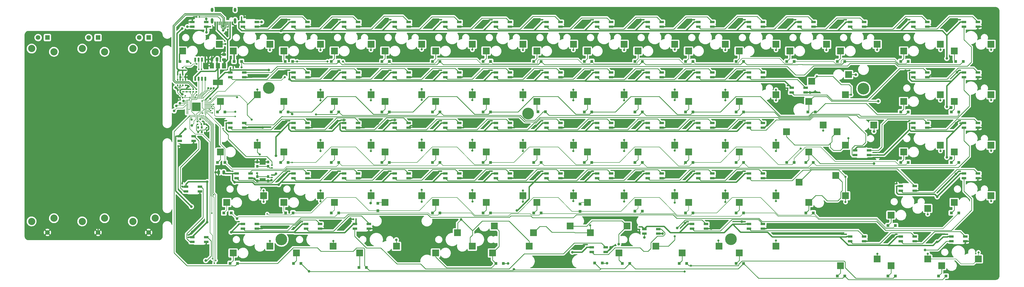
<source format=gbl>
G04 #@! TF.GenerationSoftware,KiCad,Pcbnew,6.0.2*
G04 #@! TF.CreationDate,2022-03-08T20:49:09-05:00*
G04 #@! TF.ProjectId,TbKB,54624b42-2e6b-4696-9361-645f70636258,0.0*
G04 #@! TF.SameCoordinates,Original*
G04 #@! TF.FileFunction,Copper,L2,Bot*
G04 #@! TF.FilePolarity,Positive*
%FSLAX46Y46*%
G04 Gerber Fmt 4.6, Leading zero omitted, Abs format (unit mm)*
G04 Created by KiCad (PCBNEW 6.0.2) date 2022-03-08 20:49:09*
%MOMM*%
%LPD*%
G01*
G04 APERTURE LIST*
G04 Aperture macros list*
%AMRoundRect*
0 Rectangle with rounded corners*
0 $1 Rounding radius*
0 $2 $3 $4 $5 $6 $7 $8 $9 X,Y pos of 4 corners*
0 Add a 4 corners polygon primitive as box body*
4,1,4,$2,$3,$4,$5,$6,$7,$8,$9,$2,$3,0*
0 Add four circle primitives for the rounded corners*
1,1,$1+$1,$2,$3*
1,1,$1+$1,$4,$5*
1,1,$1+$1,$6,$7*
1,1,$1+$1,$8,$9*
0 Add four rect primitives between the rounded corners*
20,1,$1+$1,$2,$3,$4,$5,0*
20,1,$1+$1,$4,$5,$6,$7,0*
20,1,$1+$1,$6,$7,$8,$9,0*
20,1,$1+$1,$8,$9,$2,$3,0*%
G04 Aperture macros list end*
G04 #@! TA.AperFunction,ComponentPad*
%ADD10O,1.000000X1.600000*%
G04 #@! TD*
G04 #@! TA.AperFunction,ComponentPad*
%ADD11O,1.000000X2.100000*%
G04 #@! TD*
G04 #@! TA.AperFunction,SMDPad,CuDef*
%ADD12R,0.600000X1.450000*%
G04 #@! TD*
G04 #@! TA.AperFunction,SMDPad,CuDef*
%ADD13R,0.300000X1.450000*%
G04 #@! TD*
G04 #@! TA.AperFunction,SMDPad,CuDef*
%ADD14R,1.800000X0.820000*%
G04 #@! TD*
G04 #@! TA.AperFunction,SMDPad,CuDef*
%ADD15R,1.800000X0.850000*%
G04 #@! TD*
G04 #@! TA.AperFunction,SMDPad,CuDef*
%ADD16R,2.550000X2.500000*%
G04 #@! TD*
G04 #@! TA.AperFunction,ComponentPad*
%ADD17R,1.750000X1.750000*%
G04 #@! TD*
G04 #@! TA.AperFunction,ComponentPad*
%ADD18C,1.750000*%
G04 #@! TD*
G04 #@! TA.AperFunction,ComponentPad*
%ADD19C,2.700000*%
G04 #@! TD*
G04 #@! TA.AperFunction,SMDPad,CuDef*
%ADD20RoundRect,0.140000X-0.170000X0.140000X-0.170000X-0.140000X0.170000X-0.140000X0.170000X0.140000X0*%
G04 #@! TD*
G04 #@! TA.AperFunction,SMDPad,CuDef*
%ADD21RoundRect,0.250000X0.250000X0.475000X-0.250000X0.475000X-0.250000X-0.475000X0.250000X-0.475000X0*%
G04 #@! TD*
G04 #@! TA.AperFunction,SMDPad,CuDef*
%ADD22R,1.100000X1.100000*%
G04 #@! TD*
G04 #@! TA.AperFunction,SMDPad,CuDef*
%ADD23R,1.500000X2.000000*%
G04 #@! TD*
G04 #@! TA.AperFunction,SMDPad,CuDef*
%ADD24R,3.800000X2.000000*%
G04 #@! TD*
G04 #@! TA.AperFunction,SMDPad,CuDef*
%ADD25RoundRect,0.140000X-0.140000X-0.170000X0.140000X-0.170000X0.140000X0.170000X-0.140000X0.170000X0*%
G04 #@! TD*
G04 #@! TA.AperFunction,ComponentPad*
%ADD26C,0.700000*%
G04 #@! TD*
G04 #@! TA.AperFunction,ComponentPad*
%ADD27C,4.400000*%
G04 #@! TD*
G04 #@! TA.AperFunction,SMDPad,CuDef*
%ADD28RoundRect,0.140000X0.170000X-0.140000X0.170000X0.140000X-0.170000X0.140000X-0.170000X-0.140000X0*%
G04 #@! TD*
G04 #@! TA.AperFunction,SMDPad,CuDef*
%ADD29RoundRect,0.140000X0.140000X0.170000X-0.140000X0.170000X-0.140000X-0.170000X0.140000X-0.170000X0*%
G04 #@! TD*
G04 #@! TA.AperFunction,SMDPad,CuDef*
%ADD30R,0.900000X1.000000*%
G04 #@! TD*
G04 #@! TA.AperFunction,SMDPad,CuDef*
%ADD31RoundRect,0.150000X-0.150000X0.650000X-0.150000X-0.650000X0.150000X-0.650000X0.150000X0.650000X0*%
G04 #@! TD*
G04 #@! TA.AperFunction,SMDPad,CuDef*
%ADD32R,0.660400X0.812800*%
G04 #@! TD*
G04 #@! TA.AperFunction,SMDPad,CuDef*
%ADD33RoundRect,0.250000X0.475000X-0.250000X0.475000X0.250000X-0.475000X0.250000X-0.475000X-0.250000X0*%
G04 #@! TD*
G04 #@! TA.AperFunction,SMDPad,CuDef*
%ADD34RoundRect,0.050000X0.387500X0.050000X-0.387500X0.050000X-0.387500X-0.050000X0.387500X-0.050000X0*%
G04 #@! TD*
G04 #@! TA.AperFunction,SMDPad,CuDef*
%ADD35RoundRect,0.050000X0.050000X0.387500X-0.050000X0.387500X-0.050000X-0.387500X0.050000X-0.387500X0*%
G04 #@! TD*
G04 #@! TA.AperFunction,ComponentPad*
%ADD36C,0.600000*%
G04 #@! TD*
G04 #@! TA.AperFunction,SMDPad,CuDef*
%ADD37RoundRect,0.144000X1.456000X1.456000X-1.456000X1.456000X-1.456000X-1.456000X1.456000X-1.456000X0*%
G04 #@! TD*
G04 #@! TA.AperFunction,ViaPad*
%ADD38C,1.000000*%
G04 #@! TD*
G04 #@! TA.AperFunction,ViaPad*
%ADD39C,0.600000*%
G04 #@! TD*
G04 #@! TA.AperFunction,ViaPad*
%ADD40C,0.800000*%
G04 #@! TD*
G04 #@! TA.AperFunction,Conductor*
%ADD41C,0.375000*%
G04 #@! TD*
G04 #@! TA.AperFunction,Conductor*
%ADD42C,0.500000*%
G04 #@! TD*
G04 #@! TA.AperFunction,Conductor*
%ADD43C,0.250000*%
G04 #@! TD*
G04 #@! TA.AperFunction,Conductor*
%ADD44C,0.550000*%
G04 #@! TD*
G04 #@! TA.AperFunction,Conductor*
%ADD45C,0.154000*%
G04 #@! TD*
G04 APERTURE END LIST*
D10*
G04 #@! TO.P,X1,S1*
G04 #@! TO.N,N/C*
X108770000Y-23550000D03*
D11*
X108770000Y-27730000D03*
X100130000Y-27730000D03*
D10*
X100130000Y-23550000D03*
D12*
G04 #@! TO.P,X1,B12*
X101200000Y-28645000D03*
G04 #@! TO.P,X1,B9*
X102000000Y-28645000D03*
D13*
G04 #@! TO.P,X1,B8,SBU2*
G04 #@! TO.N,unconnected-(X1-PadB8)*
X102700000Y-28645000D03*
G04 #@! TO.P,X1,B7,D-*
G04 #@! TO.N,/USB_D-*
X103700000Y-28645000D03*
G04 #@! TO.P,X1,B6,D+*
G04 #@! TO.N,/USB_D+*
X105200000Y-28645000D03*
G04 #@! TO.P,X1,B5,CC2*
G04 #@! TO.N,Net-(R4-Pad1)*
X106200000Y-28645000D03*
D12*
G04 #@! TO.P,X1,B4*
G04 #@! TO.N,N/C*
X106900000Y-28645000D03*
G04 #@! TO.P,X1,B1*
X107700000Y-28645000D03*
G04 #@! TO.P,X1,A12*
X107700000Y-28645000D03*
G04 #@! TO.P,X1,A9*
X106900000Y-28645000D03*
D13*
G04 #@! TO.P,X1,A8,SBU1*
G04 #@! TO.N,unconnected-(X1-PadA8)*
X105700000Y-28645000D03*
G04 #@! TO.P,X1,A7,D-*
G04 #@! TO.N,/USB_D-*
X104700000Y-28645000D03*
G04 #@! TO.P,X1,A6,D+*
G04 #@! TO.N,/USB_D+*
X104200000Y-28645000D03*
G04 #@! TO.P,X1,A5,CC1*
G04 #@! TO.N,Net-(R2-Pad1)*
X103200000Y-28645000D03*
D12*
G04 #@! TO.P,X1,A4*
G04 #@! TO.N,N/C*
X102000000Y-28645000D03*
G04 #@! TO.P,X1,A1*
X101200000Y-28645000D03*
G04 #@! TD*
D14*
G04 #@! TO.P,D118,1,DOUT*
G04 #@! TO.N,Net-(D118-Pad1)*
X243025000Y-114932500D03*
G04 #@! TO.P,D118,2,VSS*
G04 #@! TO.N,GND*
X248275000Y-114932500D03*
D15*
G04 #@! TO.P,D118,3,DIN*
G04 #@! TO.N,Net-(D108-Pad1)*
X248275000Y-113177500D03*
D14*
G04 #@! TO.P,D118,4,VDD*
G04 #@! TO.N,+3V3*
X243025000Y-113182500D03*
G04 #@! TD*
G04 #@! TO.P,D130,1,DOUT*
G04 #@! TO.N,Net-(D130-Pad1)*
X206925118Y-29907500D03*
G04 #@! TO.P,D130,2,VSS*
G04 #@! TO.N,GND*
X212175118Y-29907500D03*
D15*
G04 #@! TO.P,D130,3,DIN*
G04 #@! TO.N,Net-(D120-Pad1)*
X212175118Y-28152500D03*
D14*
G04 #@! TO.P,D130,4,VDD*
G04 #@! TO.N,+3V3*
X206925118Y-28157500D03*
G04 #@! TD*
D16*
G04 #@! TO.P,K_47,1,A*
G04 #@! TO.N,Net-(D4-Pad2)*
X105628750Y-96267500D03*
G04 #@! TO.P,K_47,2,B*
G04 #@! TO.N,Col_0*
X119478750Y-93727500D03*
G04 #@! TD*
G04 #@! TO.P,K_57,1,A*
G04 #@! TO.N,Net-(D51-Pad2)*
X298510000Y-96267500D03*
G04 #@! TO.P,K_57,2,B*
G04 #@! TO.N,Col_5*
X312360000Y-93727500D03*
G04 #@! TD*
G04 #@! TO.P,K_4,1,A*
G04 #@! TO.N,Net-(D16-Pad2)*
X165160000Y-39117500D03*
G04 #@! TO.P,K_4,2,B*
G04 #@! TO.N,Col_2*
X179010000Y-36577500D03*
G04 #@! TD*
G04 #@! TO.P,K_12,1,A*
G04 #@! TO.N,Net-(D53-Pad2)*
X317560000Y-39117500D03*
G04 #@! TO.P,K_12,2,B*
G04 #@! TO.N,Col_6*
X331410000Y-36577500D03*
G04 #@! TD*
D14*
G04 #@! TO.P,D131,1,DOUT*
G04 #@! TO.N,Net-(D131-Pad1)*
X340275118Y-29907500D03*
G04 #@! TO.P,D131,2,VSS*
G04 #@! TO.N,GND*
X345525118Y-29907500D03*
D15*
G04 #@! TO.P,D131,3,DIN*
G04 #@! TO.N,Net-(D121-Pad1)*
X345525118Y-28152500D03*
D14*
G04 #@! TO.P,D131,4,VDD*
G04 #@! TO.N,+3V3*
X340275118Y-28157500D03*
G04 #@! TD*
G04 #@! TO.P,D78,1,DOUT*
G04 #@! TO.N,Net-(D78-Pad1)*
X383137618Y-87057500D03*
G04 #@! TO.P,D78,2,VSS*
G04 #@! TO.N,GND*
X388387618Y-87057500D03*
D15*
G04 #@! TO.P,D78,3,DIN*
G04 #@! TO.N,Net-(D137-Pad1)*
X388387618Y-85302500D03*
D14*
G04 #@! TO.P,D78,4,VDD*
G04 #@! TO.N,+3V3*
X383137618Y-85307500D03*
G04 #@! TD*
D16*
G04 #@! TO.P,K_39,1,A*
G04 #@! TO.N,Net-(D40-Pad2)*
X260410000Y-77217500D03*
G04 #@! TO.P,K_39,2,B*
G04 #@! TO.N,Col_4*
X274260000Y-74677500D03*
G04 #@! TD*
G04 #@! TO.P,K_55,1,A*
G04 #@! TO.N,Net-(D41-Pad2)*
X260410000Y-96267500D03*
G04 #@! TO.P,K_55,2,B*
G04 #@! TO.N,Col_4*
X274260000Y-93727500D03*
G04 #@! TD*
D14*
G04 #@! TO.P,D120,1,DOUT*
G04 #@! TO.N,Net-(D120-Pad1)*
X187875118Y-29907500D03*
G04 #@! TO.P,D120,2,VSS*
G04 #@! TO.N,GND*
X193125118Y-29907500D03*
D15*
G04 #@! TO.P,D120,3,DIN*
G04 #@! TO.N,Net-(D110-Pad1)*
X193125118Y-28152500D03*
D14*
G04 #@! TO.P,D120,4,VDD*
G04 #@! TO.N,+3V3*
X187875118Y-28157500D03*
G04 #@! TD*
G04 #@! TO.P,D125,1,DOUT*
G04 #@! TO.N,Net-(D125-Pad1)*
X302175118Y-68007500D03*
G04 #@! TO.P,D125,2,VSS*
G04 #@! TO.N,GND*
X307425118Y-68007500D03*
D15*
G04 #@! TO.P,D125,3,DIN*
G04 #@! TO.N,Net-(D115-Pad1)*
X307425118Y-66252500D03*
D14*
G04 #@! TO.P,D125,4,VDD*
G04 #@! TO.N,+3V3*
X302175118Y-66257500D03*
G04 #@! TD*
G04 #@! TO.P,D83,1,DOUT*
G04 #@! TO.N,Net-(D83-Pad1)*
X225975118Y-48957500D03*
G04 #@! TO.P,D83,2,VSS*
G04 #@! TO.N,GND*
X231225118Y-48957500D03*
D15*
G04 #@! TO.P,D83,3,DIN*
G04 #@! TO.N,Net-(D73-Pad1)*
X231225118Y-47202500D03*
D14*
G04 #@! TO.P,D83,4,VDD*
G04 #@! TO.N,+3V3*
X225975118Y-47207500D03*
G04 #@! TD*
G04 #@! TO.P,D137,1,DOUT*
G04 #@! TO.N,Net-(D137-Pad1)*
X359325118Y-91820000D03*
G04 #@! TO.P,D137,2,VSS*
G04 #@! TO.N,GND*
X364575118Y-91820000D03*
D15*
G04 #@! TO.P,D137,3,DIN*
G04 #@! TO.N,Net-(D127-Pad1)*
X364575118Y-90065000D03*
D14*
G04 #@! TO.P,D137,4,VDD*
G04 #@! TO.N,+3V3*
X359325118Y-90070000D03*
G04 #@! TD*
G04 #@! TO.P,D135,1,DOUT*
G04 #@! TO.N,Net-(D135-Pad1)*
X347405000Y-76575000D03*
G04 #@! TO.P,D135,2,VSS*
G04 #@! TO.N,GND*
X342155000Y-76575000D03*
D15*
G04 #@! TO.P,D135,3,DIN*
G04 #@! TO.N,Net-(D125-Pad1)*
X342155000Y-78330000D03*
D14*
G04 #@! TO.P,D135,4,VDD*
G04 #@! TO.N,+3V3*
X347405000Y-78325000D03*
G04 #@! TD*
G04 #@! TO.P,D121,1,DOUT*
G04 #@! TO.N,Net-(D121-Pad1)*
X321225118Y-29907500D03*
G04 #@! TO.P,D121,2,VSS*
G04 #@! TO.N,GND*
X326475118Y-29907500D03*
D15*
G04 #@! TO.P,D121,3,DIN*
G04 #@! TO.N,Net-(D111-Pad1)*
X326475118Y-28152500D03*
D14*
G04 #@! TO.P,D121,4,VDD*
G04 #@! TO.N,+3V3*
X321225118Y-28157500D03*
G04 #@! TD*
G04 #@! TO.P,D129,1,DOUT*
G04 #@! TO.N,Net-(D129-Pad1)*
X90243868Y-92062500D03*
G04 #@! TO.P,D129,2,VSS*
G04 #@! TO.N,GND*
X95493868Y-92062500D03*
D15*
G04 #@! TO.P,D129,3,DIN*
G04 #@! TO.N,Net-(D119-Pad1)*
X95493868Y-90307500D03*
D14*
G04 #@! TO.P,D129,4,VDD*
G04 #@! TO.N,+3V3*
X90243868Y-90312500D03*
G04 #@! TD*
D16*
G04 #@! TO.P,K_5,1,A*
G04 #@! TO.N,Net-(D20-Pad2)*
X184210000Y-39117500D03*
G04 #@! TO.P,K_5,2,B*
G04 #@! TO.N,Col_2*
X198060000Y-36577500D03*
G04 #@! TD*
D14*
G04 #@! TO.P,D111,1,DOUT*
G04 #@! TO.N,Net-(D111-Pad1)*
X302175118Y-29907500D03*
G04 #@! TO.P,D111,2,VSS*
G04 #@! TO.N,GND*
X307425118Y-29907500D03*
D15*
G04 #@! TO.P,D111,3,DIN*
G04 #@! TO.N,Net-(D101-Pad1)*
X307425118Y-28152500D03*
D14*
G04 #@! TO.P,D111,4,VDD*
G04 #@! TO.N,+3V3*
X302175118Y-28157500D03*
G04 #@! TD*
G04 #@! TO.P,D112,1,DOUT*
G04 #@! TO.N,Net-(D112-Pad1)*
X149775118Y-48957500D03*
G04 #@! TO.P,D112,2,VSS*
G04 #@! TO.N,GND*
X155025118Y-48957500D03*
D15*
G04 #@! TO.P,D112,3,DIN*
G04 #@! TO.N,Net-(D102-Pad1)*
X155025118Y-47202500D03*
D14*
G04 #@! TO.P,D112,4,VDD*
G04 #@! TO.N,+3V3*
X149775118Y-47207500D03*
G04 #@! TD*
G04 #@! TO.P,D76,1,DOUT*
G04 #@! TO.N,Net-(D76-Pad1)*
X364087618Y-68007500D03*
G04 #@! TO.P,D76,2,VSS*
G04 #@! TO.N,GND*
X369337618Y-68007500D03*
D15*
G04 #@! TO.P,D76,3,DIN*
G04 #@! TO.N,Net-(D135-Pad1)*
X369337618Y-66252500D03*
D14*
G04 #@! TO.P,D76,4,VDD*
G04 #@! TO.N,+3V3*
X364087618Y-66257500D03*
G04 #@! TD*
D16*
G04 #@! TO.P,K_16,1,A*
G04 #@! TO.N,Net-(D2-Pad2)*
X103247500Y-58167500D03*
G04 #@! TO.P,K_16,2,B*
G04 #@! TO.N,Col_0*
X117097500Y-55627500D03*
G04 #@! TD*
G04 #@! TO.P,K_26,1,A*
G04 #@! TO.N,Net-(D49-Pad2)*
X298510000Y-58167500D03*
G04 #@! TO.P,K_26,2,B*
G04 #@! TO.N,Col_5*
X312360000Y-55627500D03*
G04 #@! TD*
G04 #@! TO.P,K_63,1,A*
G04 #@! TO.N,Net-(D10-Pad2)*
X131822500Y-115317500D03*
G04 #@! TO.P,K_63,2,B*
G04 #@! TO.N,Col_1*
X145672500Y-112777500D03*
G04 #@! TD*
D14*
G04 #@! TO.P,D95,1,DOUT*
G04 #@! TO.N,Net-(D105-Pad3)*
X245025118Y-68007500D03*
G04 #@! TO.P,D95,2,VSS*
G04 #@! TO.N,GND*
X250275118Y-68007500D03*
D15*
G04 #@! TO.P,D95,3,DIN*
G04 #@! TO.N,Net-(D85-Pad1)*
X250275118Y-66252500D03*
D14*
G04 #@! TO.P,D95,4,VDD*
G04 #@! TO.N,+3V3*
X245025118Y-66257500D03*
G04 #@! TD*
G04 #@! TO.P,D104,1,DOUT*
G04 #@! TO.N,Net-(D104-Pad1)*
X130725118Y-68007500D03*
G04 #@! TO.P,D104,2,VSS*
G04 #@! TO.N,GND*
X135975118Y-68007500D03*
D15*
G04 #@! TO.P,D104,3,DIN*
G04 #@! TO.N,Net-(D104-Pad3)*
X135975118Y-66252500D03*
D14*
G04 #@! TO.P,D104,4,VDD*
G04 #@! TO.N,+3V3*
X130725118Y-66257500D03*
G04 #@! TD*
G04 #@! TO.P,D90,1,DOUT*
G04 #@! TO.N,Net-(D100-Pad3)*
X130725118Y-29912500D03*
G04 #@! TO.P,D90,2,VSS*
G04 #@! TO.N,GND*
X135975118Y-29912500D03*
D15*
G04 #@! TO.P,D90,3,DIN*
G04 #@! TO.N,Net-(D80-Pad1)*
X135975118Y-28157500D03*
D14*
G04 #@! TO.P,D90,4,VDD*
G04 #@! TO.N,+3V3*
X130725118Y-28162500D03*
G04 #@! TD*
D16*
G04 #@! TO.P,K_66,1,A*
G04 #@! TO.N,Net-(D33-Pad2)*
X256321250Y-105157500D03*
G04 #@! TO.P,K_66,2,B*
G04 #@! TO.N,Col_3*
X242471250Y-107697500D03*
G04 #@! TD*
G04 #@! TO.P,K_28,1,A*
G04 #@! TO.N,Net-(D54-Pad2)*
X339665000Y-48007500D03*
G04 #@! TO.P,K_28,2,B*
G04 #@! TO.N,Col_6*
X325815000Y-50547500D03*
G04 #@! TD*
G04 #@! TO.P,K_8,1,A*
G04 #@! TO.N,Net-(D34-Pad2)*
X241360000Y-39117500D03*
G04 #@! TO.P,K_8,2,B*
G04 #@! TO.N,Col_4*
X255210000Y-36577500D03*
G04 #@! TD*
G04 #@! TO.P,K_64,1,A*
G04 #@! TO.N,Net-(D15-Pad2)*
X155635000Y-115317500D03*
G04 #@! TO.P,K_64,2,B*
G04 #@! TO.N,Col_1*
X169485000Y-112777500D03*
G04 #@! TD*
D14*
G04 #@! TO.P,D94,1,DOUT*
G04 #@! TO.N,Net-(D104-Pad3)*
X106912618Y-68007500D03*
G04 #@! TO.P,D94,2,VSS*
G04 #@! TO.N,GND*
X112162618Y-68007500D03*
D15*
G04 #@! TO.P,D94,3,DIN*
G04 #@! TO.N,Net-(D84-Pad1)*
X112162618Y-66252500D03*
D14*
G04 #@! TO.P,D94,4,VDD*
G04 #@! TO.N,+3V3*
X106912618Y-66257500D03*
G04 #@! TD*
D16*
G04 #@! TO.P,K_59,1,A*
G04 #@! TO.N,Net-(D56-Pad2)*
X324703750Y-96267500D03*
G04 #@! TO.P,K_59,2,B*
G04 #@! TO.N,Col_6*
X338553750Y-93727500D03*
G04 #@! TD*
G04 #@! TO.P,K_65,1,A*
G04 #@! TO.N,Net-(D33-Pad2)*
X234890000Y-105157500D03*
G04 #@! TO.P,K_65,2,B*
G04 #@! TO.N,Col_3*
X221040000Y-107697500D03*
G04 #@! TD*
D14*
G04 #@! TO.P,D87,1,DOUT*
G04 #@! TO.N,Net-(D87-Pad1)*
X225975118Y-87057500D03*
G04 #@! TO.P,D87,2,VSS*
G04 #@! TO.N,GND*
X231225118Y-87057500D03*
D15*
G04 #@! TO.P,D87,3,DIN*
G04 #@! TO.N,Net-(D77-Pad1)*
X231225118Y-85302500D03*
D14*
G04 #@! TO.P,D87,4,VDD*
G04 #@! TO.N,+3V3*
X225975118Y-85307500D03*
G04 #@! TD*
D16*
G04 #@! TO.P,K_10,1,A*
G04 #@! TO.N,Net-(D43-Pad2)*
X279460000Y-39117500D03*
G04 #@! TO.P,K_10,2,B*
G04 #@! TO.N,Col_5*
X293310000Y-36577500D03*
G04 #@! TD*
D14*
G04 #@! TO.P,D100,1,DOUT*
G04 #@! TO.N,Net-(D100-Pad1)*
X149775118Y-29907500D03*
G04 #@! TO.P,D100,2,VSS*
G04 #@! TO.N,GND*
X155025118Y-29907500D03*
D15*
G04 #@! TO.P,D100,3,DIN*
G04 #@! TO.N,Net-(D100-Pad3)*
X155025118Y-28152500D03*
D14*
G04 #@! TO.P,D100,4,VDD*
G04 #@! TO.N,+3V3*
X149775118Y-28157500D03*
G04 #@! TD*
D16*
G04 #@! TO.P,K_20,1,A*
G04 #@! TO.N,Net-(D21-Pad2)*
X184210000Y-58167500D03*
G04 #@! TO.P,K_20,2,B*
G04 #@! TO.N,Col_2*
X198060000Y-55627500D03*
G04 #@! TD*
D14*
G04 #@! TO.P,D71,1,DOUT*
G04 #@! TO.N,Net-(D71-Pad1)*
X225975118Y-29907500D03*
G04 #@! TO.P,D71,2,VSS*
G04 #@! TO.N,GND*
X231225118Y-29907500D03*
D15*
G04 #@! TO.P,D71,3,DIN*
G04 #@! TO.N,Net-(D130-Pad1)*
X231225118Y-28152500D03*
D14*
G04 #@! TO.P,D71,4,VDD*
G04 #@! TO.N,+3V3*
X225975118Y-28157500D03*
G04 #@! TD*
D16*
G04 #@! TO.P,K_38,1,A*
G04 #@! TO.N,Net-(D36-Pad2)*
X241360000Y-77217500D03*
G04 #@! TO.P,K_38,2,B*
G04 #@! TO.N,Col_4*
X255210000Y-74677500D03*
G04 #@! TD*
G04 #@! TO.P,K_24,1,A*
G04 #@! TO.N,Net-(D39-Pad2)*
X260410000Y-58167500D03*
G04 #@! TO.P,K_24,2,B*
G04 #@! TO.N,Col_4*
X274260000Y-55627500D03*
G04 #@! TD*
G04 #@! TO.P,K_69,1,A*
G04 #@! TO.N,Net-(D52-Pad2)*
X298510000Y-115317500D03*
G04 #@! TO.P,K_69,2,B*
G04 #@! TO.N,Col_5*
X312360000Y-112777500D03*
G04 #@! TD*
D14*
G04 #@! TO.P,D107,1,DOUT*
G04 #@! TO.N,Net-(D107-Pad1)*
X264075118Y-87057500D03*
G04 #@! TO.P,D107,2,VSS*
G04 #@! TO.N,GND*
X269325118Y-87057500D03*
D15*
G04 #@! TO.P,D107,3,DIN*
G04 #@! TO.N,Net-(D107-Pad3)*
X269325118Y-85302500D03*
D14*
G04 #@! TO.P,D107,4,VDD*
G04 #@! TO.N,+3V3*
X264075118Y-85307500D03*
G04 #@! TD*
D16*
G04 #@! TO.P,K_27,1,A*
G04 #@! TO.N,Net-(D54-Pad2)*
X324703750Y-58167500D03*
G04 #@! TO.P,K_27,2,B*
G04 #@! TO.N,Col_6*
X338553750Y-55627500D03*
G04 #@! TD*
G04 #@! TO.P,K_1,1,A*
G04 #@! TO.N,Net-(D1-Pad2)*
X108010000Y-39117500D03*
G04 #@! TO.P,K_1,2,B*
G04 #@! TO.N,Col_0*
X121860000Y-36577500D03*
G04 #@! TD*
D14*
G04 #@! TO.P,D128,1,DOUT*
G04 #@! TO.N,Net-(D128-Pad1)*
X262825000Y-108032500D03*
G04 #@! TO.P,D128,2,VSS*
G04 #@! TO.N,GND*
X268075000Y-108032500D03*
D15*
G04 #@! TO.P,D128,3,DIN*
G04 #@! TO.N,Net-(D118-Pad1)*
X268075000Y-106277500D03*
D14*
G04 #@! TO.P,D128,4,VDD*
G04 #@! TO.N,+3V3*
X262825000Y-106282500D03*
G04 #@! TD*
G04 #@! TO.P,D70,1,DOUT*
G04 #@! TO.N,Net-(D70-Pad1)*
X97875118Y-28162500D03*
G04 #@! TO.P,D70,2,VSS*
G04 #@! TO.N,GND*
X92625118Y-28162500D03*
D15*
G04 #@! TO.P,D70,3,DIN*
G04 #@! TO.N,LED_ARRAY*
X92625118Y-29917500D03*
D14*
G04 #@! TO.P,D70,4,VDD*
G04 #@! TO.N,+3V3*
X97875118Y-29912500D03*
G04 #@! TD*
D16*
G04 #@! TO.P,K_53,1,A*
G04 #@! TO.N,Net-(D32-Pad2)*
X222310000Y-96267500D03*
G04 #@! TO.P,K_53,2,B*
G04 #@! TO.N,Col_3*
X236160000Y-93727500D03*
G04 #@! TD*
D14*
G04 #@! TO.P,D97,1,DOUT*
G04 #@! TO.N,Net-(D107-Pad3)*
X245025118Y-87057500D03*
G04 #@! TO.P,D97,2,VSS*
G04 #@! TO.N,GND*
X250275118Y-87057500D03*
D15*
G04 #@! TO.P,D97,3,DIN*
G04 #@! TO.N,Net-(D87-Pad1)*
X250275118Y-85302500D03*
D14*
G04 #@! TO.P,D97,4,VDD*
G04 #@! TO.N,+3V3*
X245025118Y-85307500D03*
G04 #@! TD*
G04 #@! TO.P,D72,1,DOUT*
G04 #@! TO.N,Net-(D72-Pad1)*
X364087618Y-29907500D03*
G04 #@! TO.P,D72,2,VSS*
G04 #@! TO.N,GND*
X369337618Y-29907500D03*
D15*
G04 #@! TO.P,D72,3,DIN*
G04 #@! TO.N,Net-(D131-Pad1)*
X369337618Y-28152500D03*
D14*
G04 #@! TO.P,D72,4,VDD*
G04 #@! TO.N,+3V3*
X364087618Y-28157500D03*
G04 #@! TD*
G04 #@! TO.P,D119,1,DOUT*
G04 #@! TO.N,Net-(D119-Pad1)*
X92625118Y-111112500D03*
G04 #@! TO.P,D119,2,VSS*
G04 #@! TO.N,GND*
X97875118Y-111112500D03*
D15*
G04 #@! TO.P,D119,3,DIN*
G04 #@! TO.N,Net-(D109-Pad1)*
X97875118Y-109357500D03*
D14*
G04 #@! TO.P,D119,4,VDD*
G04 #@! TO.N,+3V3*
X92625118Y-109362500D03*
G04 #@! TD*
D17*
G04 #@! TO.P,RV1,1,1*
G04 #@! TO.N,+3V3*
X76200000Y-34037500D03*
D18*
G04 #@! TO.P,RV1,2,2*
G04 #@! TO.N,RV1*
X72700000Y-34037500D03*
G04 #@! TO.P,RV1,3,3*
G04 #@! TO.N,GND*
X76200000Y-107537500D03*
D19*
G04 #@! TO.P,RV1,MP*
G04 #@! TO.N,N/C*
X70250000Y-103387500D03*
X78650000Y-102187500D03*
X70250000Y-38187500D03*
X78650000Y-39387500D03*
G04 #@! TD*
D14*
G04 #@! TO.P,D84,1,DOUT*
G04 #@! TO.N,Net-(D84-Pad1)*
X383137618Y-48957500D03*
G04 #@! TO.P,D84,2,VSS*
G04 #@! TO.N,GND*
X388387618Y-48957500D03*
D15*
G04 #@! TO.P,D84,3,DIN*
G04 #@! TO.N,Net-(D74-Pad1)*
X388387618Y-47202500D03*
D14*
G04 #@! TO.P,D84,4,VDD*
G04 #@! TO.N,+3V3*
X383137618Y-47207500D03*
G04 #@! TD*
G04 #@! TO.P,D85,1,DOUT*
G04 #@! TO.N,Net-(D85-Pad1)*
X225975118Y-68007500D03*
G04 #@! TO.P,D85,2,VSS*
G04 #@! TO.N,GND*
X231225118Y-68007500D03*
D15*
G04 #@! TO.P,D85,3,DIN*
G04 #@! TO.N,Net-(D75-Pad1)*
X231225118Y-66252500D03*
D14*
G04 #@! TO.P,D85,4,VDD*
G04 #@! TO.N,+3V3*
X225975118Y-66257500D03*
G04 #@! TD*
D16*
G04 #@! TO.P,K_space1,1,A*
G04 #@! TO.N,Net-(D24-Pad2)*
X205641250Y-115317500D03*
G04 #@! TO.P,K_space1,2,B*
G04 #@! TO.N,Col_2*
X219491250Y-112777500D03*
G04 #@! TD*
G04 #@! TO.P,K_51,1,A*
G04 #@! TO.N,Net-(D23-Pad2)*
X184210000Y-96267500D03*
G04 #@! TO.P,K_51,2,B*
G04 #@! TO.N,Col_2*
X198060000Y-93727500D03*
G04 #@! TD*
G04 #@! TO.P,K_49,1,A*
G04 #@! TO.N,Net-(D14-Pad2)*
X146110000Y-96267500D03*
G04 #@! TO.P,K_49,2,B*
G04 #@! TO.N,Col_1*
X159960000Y-93727500D03*
G04 #@! TD*
D14*
G04 #@! TO.P,D74,1,DOUT*
G04 #@! TO.N,Net-(D74-Pad1)*
X364087618Y-48957500D03*
G04 #@! TO.P,D74,2,VSS*
G04 #@! TO.N,GND*
X369337618Y-48957500D03*
D15*
G04 #@! TO.P,D74,3,DIN*
G04 #@! TO.N,Net-(D133-Pad1)*
X369337618Y-47202500D03*
D14*
G04 #@! TO.P,D74,4,VDD*
G04 #@! TO.N,+3V3*
X364087618Y-47207500D03*
G04 #@! TD*
G04 #@! TO.P,D86,1,DOUT*
G04 #@! TO.N,Net-(D86-Pad1)*
X383137618Y-68007500D03*
G04 #@! TO.P,D86,2,VSS*
G04 #@! TO.N,GND*
X388387618Y-68007500D03*
D15*
G04 #@! TO.P,D86,3,DIN*
G04 #@! TO.N,Net-(D76-Pad1)*
X388387618Y-66252500D03*
D14*
G04 #@! TO.P,D86,4,VDD*
G04 #@! TO.N,+3V3*
X383137618Y-66257500D03*
G04 #@! TD*
G04 #@! TO.P,D88,1,DOUT*
G04 #@! TO.N,Net-(D88-Pad1)*
X111675118Y-106107500D03*
G04 #@! TO.P,D88,2,VSS*
G04 #@! TO.N,GND*
X116925118Y-106107500D03*
D15*
G04 #@! TO.P,D88,3,DIN*
G04 #@! TO.N,Net-(D78-Pad1)*
X116925118Y-104352500D03*
D14*
G04 #@! TO.P,D88,4,VDD*
G04 #@! TO.N,+3V3*
X111675118Y-104357500D03*
G04 #@! TD*
D16*
G04 #@! TO.P,K_19,1,A*
G04 #@! TO.N,Net-(D17-Pad2)*
X165160000Y-58167500D03*
G04 #@! TO.P,K_19,2,B*
G04 #@! TO.N,Col_2*
X179010000Y-55627500D03*
G04 #@! TD*
G04 #@! TO.P,K_43,1,A*
G04 #@! TO.N,Net-(D58-Pad2)*
X324703750Y-77217500D03*
G04 #@! TO.P,K_43,2,B*
G04 #@! TO.N,Col_6*
X338553750Y-74677500D03*
G04 #@! TD*
D14*
G04 #@! TO.P,D79,1,DOUT*
G04 #@! TO.N,Net-(D79-Pad1)*
X302175118Y-106107500D03*
G04 #@! TO.P,D79,2,VSS*
G04 #@! TO.N,GND*
X307425118Y-106107500D03*
D15*
G04 #@! TO.P,D79,3,DIN*
G04 #@! TO.N,Net-(D138-Pad1)*
X307425118Y-104352500D03*
D14*
G04 #@! TO.P,D79,4,VDD*
G04 #@! TO.N,+3V3*
X302175118Y-104357500D03*
G04 #@! TD*
G04 #@! TO.P,D134,1,DOUT*
G04 #@! TO.N,Net-(D134-Pad1)*
X187875118Y-68007500D03*
G04 #@! TO.P,D134,2,VSS*
G04 #@! TO.N,GND*
X193125118Y-68007500D03*
D15*
G04 #@! TO.P,D134,3,DIN*
G04 #@! TO.N,Net-(D124-Pad1)*
X193125118Y-66252500D03*
D14*
G04 #@! TO.P,D134,4,VDD*
G04 #@! TO.N,+3V3*
X187875118Y-66257500D03*
G04 #@! TD*
D16*
G04 #@! TO.P,K_17,1,A*
G04 #@! TO.N,Net-(D7-Pad2)*
X127060000Y-58167500D03*
G04 #@! TO.P,K_17,2,B*
G04 #@! TO.N,Col_1*
X140910000Y-55627500D03*
G04 #@! TD*
G04 #@! TO.P,K_0,1,A*
G04 #@! TO.N,Net-(D0-Pad2)*
X88960000Y-39117500D03*
G04 #@! TO.P,K_0,2,B*
G04 #@! TO.N,Col_0*
X102810000Y-36577500D03*
G04 #@! TD*
D14*
G04 #@! TO.P,D127,1,DOUT*
G04 #@! TO.N,Net-(D127-Pad1)*
X302175118Y-87057500D03*
G04 #@! TO.P,D127,2,VSS*
G04 #@! TO.N,GND*
X307425118Y-87057500D03*
D15*
G04 #@! TO.P,D127,3,DIN*
G04 #@! TO.N,Net-(D117-Pad1)*
X307425118Y-85302500D03*
D14*
G04 #@! TO.P,D127,4,VDD*
G04 #@! TO.N,+3V3*
X302175118Y-85307500D03*
G04 #@! TD*
D16*
G04 #@! TO.P,K_52,1,A*
G04 #@! TO.N,Net-(D28-Pad2)*
X203260000Y-96267500D03*
G04 #@! TO.P,K_52,2,B*
G04 #@! TO.N,Col_3*
X217110000Y-93727500D03*
G04 #@! TD*
G04 #@! TO.P,K_33,1,A*
G04 #@! TO.N,Net-(D13-Pad2)*
X146110000Y-77217500D03*
G04 #@! TO.P,K_33,2,B*
G04 #@! TO.N,Col_1*
X159960000Y-74677500D03*
G04 #@! TD*
D14*
G04 #@! TO.P,D80,1,DOUT*
G04 #@! TO.N,Net-(D80-Pad1)*
X111675118Y-29912500D03*
G04 #@! TO.P,D80,2,VSS*
G04 #@! TO.N,GND*
X116925118Y-29912500D03*
D15*
G04 #@! TO.P,D80,3,DIN*
G04 #@! TO.N,Net-(D70-Pad1)*
X116925118Y-28157500D03*
D14*
G04 #@! TO.P,D80,4,VDD*
G04 #@! TO.N,+3V3*
X111675118Y-28162500D03*
G04 #@! TD*
G04 #@! TO.P,D136,1,DOUT*
G04 #@! TO.N,Net-(D136-Pad1)*
X187875118Y-87057500D03*
G04 #@! TO.P,D136,2,VSS*
G04 #@! TO.N,GND*
X193125118Y-87057500D03*
D15*
G04 #@! TO.P,D136,3,DIN*
G04 #@! TO.N,Net-(D126-Pad1)*
X193125118Y-85302500D03*
D14*
G04 #@! TO.P,D136,4,VDD*
G04 #@! TO.N,+3V3*
X187875118Y-85307500D03*
G04 #@! TD*
G04 #@! TO.P,D133,1,DOUT*
G04 #@! TO.N,Net-(D133-Pad1)*
X318250000Y-54750000D03*
G04 #@! TO.P,D133,2,VSS*
G04 #@! TO.N,GND*
X323500000Y-54750000D03*
D15*
G04 #@! TO.P,D133,3,DIN*
G04 #@! TO.N,Net-(D123-Pad1)*
X323500000Y-52995000D03*
D14*
G04 #@! TO.P,D133,4,VDD*
G04 #@! TO.N,+3V3*
X318250000Y-53000000D03*
G04 #@! TD*
G04 #@! TO.P,D98,1,DOUT*
G04 #@! TO.N,Net-(D108-Pad3)*
X135487618Y-106107500D03*
G04 #@! TO.P,D98,2,VSS*
G04 #@! TO.N,GND*
X140737618Y-106107500D03*
D15*
G04 #@! TO.P,D98,3,DIN*
G04 #@! TO.N,Net-(D88-Pad1)*
X140737618Y-104352500D03*
D14*
G04 #@! TO.P,D98,4,VDD*
G04 #@! TO.N,+3V3*
X135487618Y-104357500D03*
G04 #@! TD*
G04 #@! TO.P,D122,1,DOUT*
G04 #@! TO.N,Net-(D122-Pad1)*
X168825118Y-48957500D03*
G04 #@! TO.P,D122,2,VSS*
G04 #@! TO.N,GND*
X174075118Y-48957500D03*
D15*
G04 #@! TO.P,D122,3,DIN*
G04 #@! TO.N,Net-(D112-Pad1)*
X174075118Y-47202500D03*
D14*
G04 #@! TO.P,D122,4,VDD*
G04 #@! TO.N,+3V3*
X168825118Y-47207500D03*
G04 #@! TD*
D16*
G04 #@! TO.P,K_space1,1,A*
G04 #@! TO.N,Net-(D24-Pad2)*
X184210000Y-115317500D03*
G04 #@! TO.P,K_space1,2,B*
G04 #@! TO.N,Col_2*
X198060000Y-112777500D03*
G04 #@! TD*
D17*
G04 #@! TO.P,RV2,1,1*
G04 #@! TO.N,+3V3*
X57150000Y-34037500D03*
D18*
G04 #@! TO.P,RV2,2,2*
G04 #@! TO.N,RV2*
X53650000Y-34037500D03*
G04 #@! TO.P,RV2,3,3*
G04 #@! TO.N,GND*
X57150000Y-107537500D03*
D19*
G04 #@! TO.P,RV2,MP*
G04 #@! TO.N,N/C*
X59600000Y-102187500D03*
X51200000Y-38187500D03*
X51200000Y-103387500D03*
X59600000Y-39387500D03*
G04 #@! TD*
D16*
G04 #@! TO.P,K_45,1,A*
G04 #@! TO.N,Net-(D62-Pad2)*
X360422500Y-77217500D03*
G04 #@! TO.P,K_45,2,B*
G04 #@! TO.N,Col_7*
X374272500Y-74677500D03*
G04 #@! TD*
G04 #@! TO.P,K_62,1,A*
G04 #@! TO.N,Net-(D5-Pad2)*
X108010000Y-115317500D03*
G04 #@! TO.P,K_62,2,B*
G04 #@! TO.N,Col_0*
X121860000Y-112777500D03*
G04 #@! TD*
G04 #@! TO.P,K_21,1,A*
G04 #@! TO.N,Net-(D26-Pad2)*
X203260000Y-58167500D03*
G04 #@! TO.P,K_21,2,B*
G04 #@! TO.N,Col_3*
X217110000Y-55627500D03*
G04 #@! TD*
D14*
G04 #@! TO.P,D91,1,DOUT*
G04 #@! TO.N,Net-(D101-Pad3)*
X264075118Y-29907500D03*
G04 #@! TO.P,D91,2,VSS*
G04 #@! TO.N,GND*
X269325118Y-29907500D03*
D15*
G04 #@! TO.P,D91,3,DIN*
G04 #@! TO.N,Net-(D81-Pad1)*
X269325118Y-28152500D03*
D14*
G04 #@! TO.P,D91,4,VDD*
G04 #@! TO.N,+3V3*
X264075118Y-28157500D03*
G04 #@! TD*
D16*
G04 #@! TO.P,K_7,1,A*
G04 #@! TO.N,Net-(D29-Pad2)*
X222310000Y-39117500D03*
G04 #@! TO.P,K_7,2,B*
G04 #@! TO.N,Col_3*
X236160000Y-36577500D03*
G04 #@! TD*
G04 #@! TO.P,K_22,1,A*
G04 #@! TO.N,Net-(D30-Pad2)*
X222310000Y-58167500D03*
G04 #@! TO.P,K_22,2,B*
G04 #@! TO.N,Col_3*
X236160000Y-55627500D03*
G04 #@! TD*
D14*
G04 #@! TO.P,D101,1,DOUT*
G04 #@! TO.N,Net-(D101-Pad1)*
X283125118Y-29907500D03*
G04 #@! TO.P,D101,2,VSS*
G04 #@! TO.N,GND*
X288375118Y-29907500D03*
D15*
G04 #@! TO.P,D101,3,DIN*
G04 #@! TO.N,Net-(D101-Pad3)*
X288375118Y-28152500D03*
D14*
G04 #@! TO.P,D101,4,VDD*
G04 #@! TO.N,+3V3*
X283125118Y-28157500D03*
G04 #@! TD*
G04 #@! TO.P,D108,1,DOUT*
G04 #@! TO.N,Net-(D108-Pad1)*
X153825000Y-106107500D03*
G04 #@! TO.P,D108,2,VSS*
G04 #@! TO.N,GND*
X159075000Y-106107500D03*
D15*
G04 #@! TO.P,D108,3,DIN*
G04 #@! TO.N,Net-(D108-Pad3)*
X159075000Y-104352500D03*
D14*
G04 #@! TO.P,D108,4,VDD*
G04 #@! TO.N,+3V3*
X153825000Y-104357500D03*
G04 #@! TD*
D16*
G04 #@! TO.P,K_3,1,A*
G04 #@! TO.N,Net-(D11-Pad2)*
X146110000Y-39117500D03*
G04 #@! TO.P,K_3,2,B*
G04 #@! TO.N,Col_1*
X159960000Y-36577500D03*
G04 #@! TD*
G04 #@! TO.P,K_48,1,A*
G04 #@! TO.N,Net-(D9-Pad2)*
X127060000Y-96267500D03*
G04 #@! TO.P,K_48,2,B*
G04 #@! TO.N,Col_1*
X140910000Y-93727500D03*
G04 #@! TD*
D14*
G04 #@! TO.P,D89,1,DOUT*
G04 #@! TO.N,Net-(D89-Pad1)*
X340275118Y-110870000D03*
G04 #@! TO.P,D89,2,VSS*
G04 #@! TO.N,GND*
X345525118Y-110870000D03*
D15*
G04 #@! TO.P,D89,3,DIN*
G04 #@! TO.N,Net-(D79-Pad1)*
X345525118Y-109115000D03*
D14*
G04 #@! TO.P,D89,4,VDD*
G04 #@! TO.N,+3V3*
X340275118Y-109120000D03*
G04 #@! TD*
G04 #@! TO.P,D123,1,DOUT*
G04 #@! TO.N,Net-(D123-Pad1)*
X302175118Y-48957500D03*
G04 #@! TO.P,D123,2,VSS*
G04 #@! TO.N,GND*
X307425118Y-48957500D03*
D15*
G04 #@! TO.P,D123,3,DIN*
G04 #@! TO.N,Net-(D113-Pad1)*
X307425118Y-47202500D03*
D14*
G04 #@! TO.P,D123,4,VDD*
G04 #@! TO.N,+3V3*
X302175118Y-47207500D03*
G04 #@! TD*
D16*
G04 #@! TO.P,K_34,1,A*
G04 #@! TO.N,Net-(D18-Pad2)*
X165160000Y-77217500D03*
G04 #@! TO.P,K_34,2,B*
G04 #@! TO.N,Col_2*
X179010000Y-74677500D03*
G04 #@! TD*
G04 #@! TO.P,K_11,1,A*
G04 #@! TO.N,Net-(D48-Pad2)*
X298510000Y-39117500D03*
G04 #@! TO.P,K_11,2,B*
G04 #@! TO.N,Col_5*
X312360000Y-36577500D03*
G04 #@! TD*
D14*
G04 #@! TO.P,D92,1,DOUT*
G04 #@! TO.N,Net-(D102-Pad3)*
X106912618Y-48957500D03*
G04 #@! TO.P,D92,2,VSS*
G04 #@! TO.N,GND*
X112162618Y-48957500D03*
D15*
G04 #@! TO.P,D92,3,DIN*
G04 #@! TO.N,Net-(D82-Pad1)*
X112162618Y-47202500D03*
D14*
G04 #@! TO.P,D92,4,VDD*
G04 #@! TO.N,+3V3*
X106912618Y-47207500D03*
G04 #@! TD*
G04 #@! TO.P,D73,1,DOUT*
G04 #@! TO.N,Net-(D73-Pad1)*
X206925118Y-48957500D03*
G04 #@! TO.P,D73,2,VSS*
G04 #@! TO.N,GND*
X212175118Y-48957500D03*
D15*
G04 #@! TO.P,D73,3,DIN*
G04 #@! TO.N,Net-(D132-Pad1)*
X212175118Y-47202500D03*
D14*
G04 #@! TO.P,D73,4,VDD*
G04 #@! TO.N,+3V3*
X206925118Y-47207500D03*
G04 #@! TD*
D16*
G04 #@! TO.P,K_54,1,A*
G04 #@! TO.N,Net-(D37-Pad2)*
X241360000Y-96267500D03*
G04 #@! TO.P,K_54,2,B*
G04 #@! TO.N,Col_4*
X255210000Y-93727500D03*
G04 #@! TD*
G04 #@! TO.P,K_71,1,A*
G04 #@! TO.N,Net-(D64-Pad2)*
X355660000Y-120080000D03*
G04 #@! TO.P,K_71,2,B*
G04 #@! TO.N,Col_7*
X369510000Y-117540000D03*
G04 #@! TD*
G04 #@! TO.P,K_31,1,A*
G04 #@! TO.N,Net-(D3-Pad2)*
X103247500Y-77217500D03*
G04 #@! TO.P,K_31,2,B*
G04 #@! TO.N,Col_0*
X117097500Y-74677500D03*
G04 #@! TD*
G04 #@! TO.P,K_58,1,A*
G04 #@! TO.N,Net-(D56-Pad2)*
X334902500Y-86107500D03*
G04 #@! TO.P,K_58,2,B*
G04 #@! TO.N,Col_6*
X321052500Y-88647500D03*
G04 #@! TD*
G04 #@! TO.P,K_35,1,A*
G04 #@! TO.N,Net-(D22-Pad2)*
X184210000Y-77217500D03*
G04 #@! TO.P,K_35,2,B*
G04 #@! TO.N,Col_2*
X198060000Y-74677500D03*
G04 #@! TD*
D14*
G04 #@! TO.P,D132,1,DOUT*
G04 #@! TO.N,Net-(D132-Pad1)*
X187875118Y-48957500D03*
G04 #@! TO.P,D132,2,VSS*
G04 #@! TO.N,GND*
X193125118Y-48957500D03*
D15*
G04 #@! TO.P,D132,3,DIN*
G04 #@! TO.N,Net-(D122-Pad1)*
X193125118Y-47202500D03*
D14*
G04 #@! TO.P,D132,4,VDD*
G04 #@! TO.N,+3V3*
X187875118Y-47207500D03*
G04 #@! TD*
G04 #@! TO.P,D105,1,DOUT*
G04 #@! TO.N,Net-(D105-Pad1)*
X264075118Y-68007500D03*
G04 #@! TO.P,D105,2,VSS*
G04 #@! TO.N,GND*
X269325118Y-68007500D03*
D15*
G04 #@! TO.P,D105,3,DIN*
G04 #@! TO.N,Net-(D105-Pad3)*
X269325118Y-66252500D03*
D14*
G04 #@! TO.P,D105,4,VDD*
G04 #@! TO.N,+3V3*
X264075118Y-66257500D03*
G04 #@! TD*
G04 #@! TO.P,D96,1,DOUT*
G04 #@! TO.N,Net-(D106-Pad3)*
X109293868Y-87057500D03*
G04 #@! TO.P,D96,2,VSS*
G04 #@! TO.N,GND*
X114543868Y-87057500D03*
D15*
G04 #@! TO.P,D96,3,DIN*
G04 #@! TO.N,Net-(D86-Pad1)*
X114543868Y-85302500D03*
D14*
G04 #@! TO.P,D96,4,VDD*
G04 #@! TO.N,+3V3*
X109293868Y-85307500D03*
G04 #@! TD*
D16*
G04 #@! TO.P,K_15,1,A*
G04 #@! TO.N,Net-(D65-Pad2)*
X379472500Y-39117500D03*
G04 #@! TO.P,K_15,2,B*
G04 #@! TO.N,Col_7*
X393322500Y-36577500D03*
G04 #@! TD*
D14*
G04 #@! TO.P,D106,1,DOUT*
G04 #@! TO.N,Net-(D106-Pad1)*
X130725118Y-87057500D03*
G04 #@! TO.P,D106,2,VSS*
G04 #@! TO.N,GND*
X135975118Y-87057500D03*
D15*
G04 #@! TO.P,D106,3,DIN*
G04 #@! TO.N,Net-(D106-Pad3)*
X135975118Y-85302500D03*
D14*
G04 #@! TO.P,D106,4,VDD*
G04 #@! TO.N,+3V3*
X130725118Y-85307500D03*
G04 #@! TD*
D16*
G04 #@! TO.P,K_18,1,A*
G04 #@! TO.N,Net-(D12-Pad2)*
X146110000Y-58167500D03*
G04 #@! TO.P,K_18,2,B*
G04 #@! TO.N,Col_1*
X159960000Y-55627500D03*
G04 #@! TD*
D14*
G04 #@! TO.P,D103,1,DOUT*
G04 #@! TO.N,Net-(D103-Pad1)*
X264075118Y-48957500D03*
G04 #@! TO.P,D103,2,VSS*
G04 #@! TO.N,GND*
X269325118Y-48957500D03*
D15*
G04 #@! TO.P,D103,3,DIN*
G04 #@! TO.N,Net-(D103-Pad3)*
X269325118Y-47202500D03*
D14*
G04 #@! TO.P,D103,4,VDD*
G04 #@! TO.N,+3V3*
X264075118Y-47207500D03*
G04 #@! TD*
D16*
G04 #@! TO.P,K_61,1,A*
G04 #@! TO.N,Net-(D63-Pad2)*
X355660000Y-101030000D03*
G04 #@! TO.P,K_61,2,B*
G04 #@! TO.N,Col_7*
X369510000Y-98490000D03*
G04 #@! TD*
G04 #@! TO.P,K_60,1,A*
G04 #@! TO.N,Net-(D68-Pad2)*
X379472500Y-96267500D03*
G04 #@! TO.P,K_60,2,B*
G04 #@! TO.N,Col_7*
X393322500Y-93727500D03*
G04 #@! TD*
G04 #@! TO.P,K_70,1,A*
G04 #@! TO.N,Net-(D59-Pad2)*
X336610000Y-120080000D03*
G04 #@! TO.P,K_70,2,B*
G04 #@! TO.N,Col_6*
X350460000Y-117540000D03*
G04 #@! TD*
D14*
G04 #@! TO.P,D82,1,DOUT*
G04 #@! TO.N,Net-(D82-Pad1)*
X383137618Y-29907500D03*
G04 #@! TO.P,D82,2,VSS*
G04 #@! TO.N,GND*
X388387618Y-29907500D03*
D15*
G04 #@! TO.P,D82,3,DIN*
G04 #@! TO.N,Net-(D72-Pad1)*
X388387618Y-28152500D03*
D14*
G04 #@! TO.P,D82,4,VDD*
G04 #@! TO.N,+3V3*
X383137618Y-28157500D03*
G04 #@! TD*
D17*
G04 #@! TO.P,RV3,1,1*
G04 #@! TO.N,+3V3*
X38100000Y-34037500D03*
D18*
G04 #@! TO.P,RV3,2,2*
G04 #@! TO.N,RV3*
X34600000Y-34037500D03*
G04 #@! TO.P,RV3,3,3*
G04 #@! TO.N,GND*
X38100000Y-107537500D03*
D19*
G04 #@! TO.P,RV3,MP*
G04 #@! TO.N,N/C*
X40550000Y-102187500D03*
X32150000Y-38187500D03*
X32150000Y-103387500D03*
X40550000Y-39387500D03*
G04 #@! TD*
D14*
G04 #@! TO.P,D110,1,DOUT*
G04 #@! TO.N,Net-(D110-Pad1)*
X168825118Y-29907500D03*
G04 #@! TO.P,D110,2,VSS*
G04 #@! TO.N,GND*
X174075118Y-29907500D03*
D15*
G04 #@! TO.P,D110,3,DIN*
G04 #@! TO.N,Net-(D100-Pad1)*
X174075118Y-28152500D03*
D14*
G04 #@! TO.P,D110,4,VDD*
G04 #@! TO.N,+3V3*
X168825118Y-28157500D03*
G04 #@! TD*
D16*
G04 #@! TO.P,K_14,1,A*
G04 #@! TO.N,Net-(D60-Pad2)*
X360422500Y-39117500D03*
G04 #@! TO.P,K_14,2,B*
G04 #@! TO.N,Col_7*
X374272500Y-36577500D03*
G04 #@! TD*
G04 #@! TO.P,K_36,1,A*
G04 #@! TO.N,Net-(D27-Pad2)*
X203260000Y-77217500D03*
G04 #@! TO.P,K_36,2,B*
G04 #@! TO.N,Col_3*
X217110000Y-74677500D03*
G04 #@! TD*
D14*
G04 #@! TO.P,D115,1,DOUT*
G04 #@! TO.N,Net-(D115-Pad1)*
X283125118Y-68007500D03*
G04 #@! TO.P,D115,2,VSS*
G04 #@! TO.N,GND*
X288375118Y-68007500D03*
D15*
G04 #@! TO.P,D115,3,DIN*
G04 #@! TO.N,Net-(D105-Pad1)*
X288375118Y-66252500D03*
D14*
G04 #@! TO.P,D115,4,VDD*
G04 #@! TO.N,+3V3*
X283125118Y-66257500D03*
G04 #@! TD*
G04 #@! TO.P,D93,1,DOUT*
G04 #@! TO.N,Net-(D103-Pad3)*
X245025118Y-48957500D03*
G04 #@! TO.P,D93,2,VSS*
G04 #@! TO.N,GND*
X250275118Y-48957500D03*
D15*
G04 #@! TO.P,D93,3,DIN*
G04 #@! TO.N,Net-(D83-Pad1)*
X250275118Y-47202500D03*
D14*
G04 #@! TO.P,D93,4,VDD*
G04 #@! TO.N,+3V3*
X245025118Y-47207500D03*
G04 #@! TD*
G04 #@! TO.P,D117,1,DOUT*
G04 #@! TO.N,Net-(D117-Pad1)*
X283125118Y-87057500D03*
G04 #@! TO.P,D117,2,VSS*
G04 #@! TO.N,GND*
X288375118Y-87057500D03*
D15*
G04 #@! TO.P,D117,3,DIN*
G04 #@! TO.N,Net-(D107-Pad1)*
X288375118Y-85302500D03*
D14*
G04 #@! TO.P,D117,4,VDD*
G04 #@! TO.N,+3V3*
X283125118Y-85307500D03*
G04 #@! TD*
G04 #@! TO.P,D77,1,DOUT*
G04 #@! TO.N,Net-(D77-Pad1)*
X206925118Y-87057500D03*
G04 #@! TO.P,D77,2,VSS*
G04 #@! TO.N,GND*
X212175118Y-87057500D03*
D15*
G04 #@! TO.P,D77,3,DIN*
G04 #@! TO.N,Net-(D136-Pad1)*
X212175118Y-85302500D03*
D14*
G04 #@! TO.P,D77,4,VDD*
G04 #@! TO.N,+3V3*
X206925118Y-85307500D03*
G04 #@! TD*
G04 #@! TO.P,D99,1,DOUT*
G04 #@! TO.N,Net-(D109-Pad3)*
X359325118Y-110870000D03*
G04 #@! TO.P,D99,2,VSS*
G04 #@! TO.N,GND*
X364575118Y-110870000D03*
D15*
G04 #@! TO.P,D99,3,DIN*
G04 #@! TO.N,Net-(D89-Pad1)*
X364575118Y-109115000D03*
D14*
G04 #@! TO.P,D99,4,VDD*
G04 #@! TO.N,+3V3*
X359325118Y-109120000D03*
G04 #@! TD*
G04 #@! TO.P,D116,1,DOUT*
G04 #@! TO.N,Net-(D116-Pad1)*
X149775118Y-87057500D03*
G04 #@! TO.P,D116,2,VSS*
G04 #@! TO.N,GND*
X155025118Y-87057500D03*
D15*
G04 #@! TO.P,D116,3,DIN*
G04 #@! TO.N,Net-(D106-Pad1)*
X155025118Y-85302500D03*
D14*
G04 #@! TO.P,D116,4,VDD*
G04 #@! TO.N,+3V3*
X149775118Y-85307500D03*
G04 #@! TD*
D16*
G04 #@! TO.P,K_50,1,A*
G04 #@! TO.N,Net-(D19-Pad2)*
X165160000Y-96267500D03*
G04 #@! TO.P,K_50,2,B*
G04 #@! TO.N,Col_2*
X179010000Y-93727500D03*
G04 #@! TD*
G04 #@! TO.P,K_46,1,A*
G04 #@! TO.N,Net-(D67-Pad2)*
X379472500Y-77217500D03*
G04 #@! TO.P,K_46,2,B*
G04 #@! TO.N,Col_7*
X393322500Y-74677500D03*
G04 #@! TD*
G04 #@! TO.P,K_30,1,A*
G04 #@! TO.N,Net-(D66-Pad2)*
X379472500Y-58167500D03*
G04 #@! TO.P,K_30,2,B*
G04 #@! TO.N,Col_7*
X393322500Y-55627500D03*
G04 #@! TD*
G04 #@! TO.P,K_42,1,A*
G04 #@! TO.N,Net-(D55-Pad2)*
X330140000Y-67057500D03*
G04 #@! TO.P,K_42,2,B*
G04 #@! TO.N,Col_6*
X316290000Y-69597500D03*
G04 #@! TD*
G04 #@! TO.P,K_9,1,A*
G04 #@! TO.N,Net-(D38-Pad2)*
X260410000Y-39117500D03*
G04 #@! TO.P,K_9,2,B*
G04 #@! TO.N,Col_4*
X274260000Y-36577500D03*
G04 #@! TD*
G04 #@! TO.P,K_2,1,A*
G04 #@! TO.N,Net-(D6-Pad2)*
X127060000Y-39117500D03*
G04 #@! TO.P,K_2,2,B*
G04 #@! TO.N,Col_1*
X140910000Y-36577500D03*
G04 #@! TD*
G04 #@! TO.P,K_40,1,A*
G04 #@! TO.N,Net-(D45-Pad2)*
X279460000Y-77217500D03*
G04 #@! TO.P,K_40,2,B*
G04 #@! TO.N,Col_5*
X293310000Y-74677500D03*
G04 #@! TD*
D14*
G04 #@! TO.P,D138,1,DOUT*
G04 #@! TO.N,Net-(D138-Pad1)*
X280743868Y-106107500D03*
G04 #@! TO.P,D138,2,VSS*
G04 #@! TO.N,GND*
X285993868Y-106107500D03*
D15*
G04 #@! TO.P,D138,3,DIN*
G04 #@! TO.N,Net-(D128-Pad1)*
X285993868Y-104352500D03*
D14*
G04 #@! TO.P,D138,4,VDD*
G04 #@! TO.N,+3V3*
X280743868Y-104357500D03*
G04 #@! TD*
D16*
G04 #@! TO.P,K_41,1,A*
G04 #@! TO.N,Net-(D50-Pad2)*
X298510000Y-77217500D03*
G04 #@! TO.P,K_41,2,B*
G04 #@! TO.N,Col_5*
X312360000Y-74677500D03*
G04 #@! TD*
G04 #@! TO.P,K_6,1,A*
G04 #@! TO.N,Net-(D25-Pad2)*
X203260000Y-39117500D03*
G04 #@! TO.P,K_6,2,B*
G04 #@! TO.N,Col_3*
X217110000Y-36577500D03*
G04 #@! TD*
G04 #@! TO.P,K_56,1,A*
G04 #@! TO.N,Net-(D46-Pad2)*
X279460000Y-96267500D03*
G04 #@! TO.P,K_56,2,B*
G04 #@! TO.N,Col_5*
X293310000Y-93727500D03*
G04 #@! TD*
G04 #@! TO.P,K_13,1,A*
G04 #@! TO.N,Net-(D57-Pad2)*
X336610000Y-39117500D03*
G04 #@! TO.P,K_13,2,B*
G04 #@! TO.N,Col_6*
X350460000Y-36577500D03*
G04 #@! TD*
G04 #@! TO.P,K_72,1,A*
G04 #@! TO.N,Net-(D69-Pad2)*
X374710000Y-120080000D03*
G04 #@! TO.P,K_72,2,B*
G04 #@! TO.N,Col_7*
X388560000Y-117540000D03*
G04 #@! TD*
G04 #@! TO.P,K_space1,1,A*
G04 #@! TO.N,Net-(D24-Pad2)*
X206315000Y-105157500D03*
G04 #@! TO.P,K_space1,2,B*
G04 #@! TO.N,Col_2*
X192465000Y-107697500D03*
G04 #@! TD*
G04 #@! TO.P,K_32,1,A*
G04 #@! TO.N,Net-(D8-Pad2)*
X127060000Y-77217500D03*
G04 #@! TO.P,K_32,2,B*
G04 #@! TO.N,Col_1*
X140910000Y-74677500D03*
G04 #@! TD*
D14*
G04 #@! TO.P,D124,1,DOUT*
G04 #@! TO.N,Net-(D124-Pad1)*
X168825118Y-68007500D03*
G04 #@! TO.P,D124,2,VSS*
G04 #@! TO.N,GND*
X174075118Y-68007500D03*
D15*
G04 #@! TO.P,D124,3,DIN*
G04 #@! TO.N,Net-(D114-Pad1)*
X174075118Y-66252500D03*
D14*
G04 #@! TO.P,D124,4,VDD*
G04 #@! TO.N,+3V3*
X168825118Y-66257500D03*
G04 #@! TD*
G04 #@! TO.P,D102,1,DOUT*
G04 #@! TO.N,Net-(D102-Pad1)*
X130725118Y-48957500D03*
G04 #@! TO.P,D102,2,VSS*
G04 #@! TO.N,GND*
X135975118Y-48957500D03*
D15*
G04 #@! TO.P,D102,3,DIN*
G04 #@! TO.N,Net-(D102-Pad3)*
X135975118Y-47202500D03*
D14*
G04 #@! TO.P,D102,4,VDD*
G04 #@! TO.N,+3V3*
X130725118Y-47207500D03*
G04 #@! TD*
G04 #@! TO.P,D113,1,DOUT*
G04 #@! TO.N,Net-(D113-Pad1)*
X283125118Y-48957500D03*
G04 #@! TO.P,D113,2,VSS*
G04 #@! TO.N,GND*
X288375118Y-48957500D03*
D15*
G04 #@! TO.P,D113,3,DIN*
G04 #@! TO.N,Net-(D103-Pad1)*
X288375118Y-47202500D03*
D14*
G04 #@! TO.P,D113,4,VDD*
G04 #@! TO.N,+3V3*
X283125118Y-47207500D03*
G04 #@! TD*
G04 #@! TO.P,D126,1,DOUT*
G04 #@! TO.N,Net-(D126-Pad1)*
X168825118Y-87057500D03*
G04 #@! TO.P,D126,2,VSS*
G04 #@! TO.N,GND*
X174075118Y-87057500D03*
D15*
G04 #@! TO.P,D126,3,DIN*
G04 #@! TO.N,Net-(D116-Pad1)*
X174075118Y-85302500D03*
D14*
G04 #@! TO.P,D126,4,VDD*
G04 #@! TO.N,+3V3*
X168825118Y-85307500D03*
G04 #@! TD*
G04 #@! TO.P,D109,1,DOUT*
G04 #@! TO.N,Net-(D109-Pad1)*
X378375118Y-110870000D03*
G04 #@! TO.P,D109,2,VSS*
G04 #@! TO.N,GND*
X383625118Y-110870000D03*
D15*
G04 #@! TO.P,D109,3,DIN*
G04 #@! TO.N,Net-(D109-Pad3)*
X383625118Y-109115000D03*
D14*
G04 #@! TO.P,D109,4,VDD*
G04 #@! TO.N,+3V3*
X378375118Y-109120000D03*
G04 #@! TD*
G04 #@! TO.P,D114,1,DOUT*
G04 #@! TO.N,Net-(D114-Pad1)*
X149775118Y-68007500D03*
G04 #@! TO.P,D114,2,VSS*
G04 #@! TO.N,GND*
X155025118Y-68007500D03*
D15*
G04 #@! TO.P,D114,3,DIN*
G04 #@! TO.N,Net-(D104-Pad1)*
X155025118Y-66252500D03*
D14*
G04 #@! TO.P,D114,4,VDD*
G04 #@! TO.N,+3V3*
X149775118Y-66257500D03*
G04 #@! TD*
G04 #@! TO.P,D81,1,DOUT*
G04 #@! TO.N,Net-(D81-Pad1)*
X245025118Y-29907500D03*
G04 #@! TO.P,D81,2,VSS*
G04 #@! TO.N,GND*
X250275118Y-29907500D03*
D15*
G04 #@! TO.P,D81,3,DIN*
G04 #@! TO.N,Net-(D71-Pad1)*
X250275118Y-28152500D03*
D14*
G04 #@! TO.P,D81,4,VDD*
G04 #@! TO.N,+3V3*
X245025118Y-28157500D03*
G04 #@! TD*
D16*
G04 #@! TO.P,K_44,1,A*
G04 #@! TO.N,Net-(D58-Pad2)*
X349190000Y-67057500D03*
G04 #@! TO.P,K_44,2,B*
G04 #@! TO.N,Col_6*
X335340000Y-69597500D03*
G04 #@! TD*
G04 #@! TO.P,K_29,1,A*
G04 #@! TO.N,Net-(D61-Pad2)*
X360422500Y-58167500D03*
G04 #@! TO.P,K_29,2,B*
G04 #@! TO.N,Col_7*
X374272500Y-55627500D03*
G04 #@! TD*
G04 #@! TO.P,K_37,1,A*
G04 #@! TO.N,Net-(D31-Pad2)*
X222310000Y-77217500D03*
G04 #@! TO.P,K_37,2,B*
G04 #@! TO.N,Col_3*
X236160000Y-74677500D03*
G04 #@! TD*
D14*
G04 #@! TO.P,D139,1,DOUT*
G04 #@! TO.N,unconnected-(D139-Pad1)*
X87862618Y-73012500D03*
G04 #@! TO.P,D139,2,VSS*
G04 #@! TO.N,GND*
X93112618Y-73012500D03*
D15*
G04 #@! TO.P,D139,3,DIN*
G04 #@! TO.N,Net-(D129-Pad1)*
X93112618Y-71257500D03*
D14*
G04 #@! TO.P,D139,4,VDD*
G04 #@! TO.N,+3V3*
X87862618Y-71262500D03*
G04 #@! TD*
D16*
G04 #@! TO.P,K_25,1,A*
G04 #@! TO.N,Net-(D44-Pad2)*
X279460000Y-58167500D03*
G04 #@! TO.P,K_25,2,B*
G04 #@! TO.N,Col_5*
X293310000Y-55627500D03*
G04 #@! TD*
G04 #@! TO.P,K_23,1,A*
G04 #@! TO.N,Net-(D35-Pad2)*
X241360000Y-58167500D03*
G04 #@! TO.P,K_23,2,B*
G04 #@! TO.N,Col_4*
X255210000Y-55627500D03*
G04 #@! TD*
G04 #@! TO.P,K_68,1,A*
G04 #@! TO.N,Net-(D47-Pad2)*
X277078750Y-115317500D03*
G04 #@! TO.P,K_68,2,B*
G04 #@! TO.N,Col_5*
X290928750Y-112777500D03*
G04 #@! TD*
G04 #@! TO.P,K_67,1,A*
G04 #@! TO.N,Net-(D42-Pad2)*
X253266250Y-115317500D03*
G04 #@! TO.P,K_67,2,B*
G04 #@! TO.N,Col_4*
X267116250Y-112777500D03*
G04 #@! TD*
D14*
G04 #@! TO.P,D75,1,DOUT*
G04 #@! TO.N,Net-(D75-Pad1)*
X206925118Y-68007500D03*
G04 #@! TO.P,D75,2,VSS*
G04 #@! TO.N,GND*
X212175118Y-68007500D03*
D15*
G04 #@! TO.P,D75,3,DIN*
G04 #@! TO.N,Net-(D134-Pad1)*
X212175118Y-66252500D03*
D14*
G04 #@! TO.P,D75,4,VDD*
G04 #@! TO.N,+3V3*
X206925118Y-66257500D03*
G04 #@! TD*
D20*
G04 #@! TO.P,C40,1*
G04 #@! TO.N,GND*
X241250000Y-112170000D03*
G04 #@! TO.P,C40,2*
G04 #@! TO.N,+3V3*
X241250000Y-113130000D03*
G04 #@! TD*
D21*
G04 #@! TO.P,C1,1*
G04 #@! TO.N,+3V3*
X101940000Y-42180000D03*
G04 #@! TO.P,C1,2*
G04 #@! TO.N,GND*
X100040000Y-42180000D03*
G04 #@! TD*
D22*
G04 #@! TO.P,D69,1,K*
G04 #@! TO.N,Row_9*
X376400000Y-124000000D03*
G04 #@! TO.P,D69,2,A*
G04 #@! TO.N,Net-(D69-Pad2)*
X373600000Y-124000000D03*
G04 #@! TD*
G04 #@! TO.P,D4,1,K*
G04 #@! TO.N,Row_7*
X107318750Y-100187500D03*
G04 #@! TO.P,D4,2,A*
G04 #@! TO.N,Net-(D4-Pad2)*
X104518750Y-100187500D03*
G04 #@! TD*
D23*
G04 #@! TO.P,U1,1,GND*
G04 #@! TO.N,GND*
X99980000Y-44630000D03*
D24*
G04 #@! TO.P,U1,2,VO*
G04 #@! TO.N,+3V3*
X102280000Y-50930000D03*
D23*
X102280000Y-44630000D03*
G04 #@! TO.P,U1,3,VI*
G04 #@! TO.N,VBUS*
X104580000Y-44630000D03*
G04 #@! TD*
D22*
G04 #@! TO.P,D12,1,K*
G04 #@! TO.N,Row_3*
X147800000Y-62087500D03*
G04 #@! TO.P,D12,2,A*
G04 #@! TO.N,Net-(D12-Pad2)*
X145000000Y-62087500D03*
G04 #@! TD*
G04 #@! TO.P,D0,1,K*
G04 #@! TO.N,Row_0*
X90750000Y-43037500D03*
G04 #@! TO.P,D0,2,A*
G04 #@! TO.N,Net-(D0-Pad2)*
X87950000Y-43037500D03*
G04 #@! TD*
D20*
G04 #@! TO.P,C43,1*
G04 #@! TO.N,GND*
X205455000Y-27303500D03*
G04 #@! TO.P,C43,2*
G04 #@! TO.N,+3V3*
X205455000Y-28263500D03*
G04 #@! TD*
G04 #@! TO.P,C21,1*
G04 #@! TO.N,GND*
X338805000Y-27303500D03*
G04 #@! TO.P,C21,2*
G04 #@! TO.N,+3V3*
X338805000Y-28263500D03*
G04 #@! TD*
D22*
G04 #@! TO.P,D55,1,K*
G04 #@! TO.N,Row_4*
X319250000Y-81137500D03*
G04 #@! TO.P,D55,2,A*
G04 #@! TO.N,Net-(D55-Pad2)*
X316450000Y-81137500D03*
G04 #@! TD*
G04 #@! TO.P,D24,1,K*
G04 #@! TO.N,Row_9*
X209712500Y-119237500D03*
G04 #@! TO.P,D24,2,A*
G04 #@! TO.N,Net-(D24-Pad2)*
X206912500Y-119237500D03*
G04 #@! TD*
G04 #@! TO.P,D37,1,K*
G04 #@! TO.N,Row_6*
X238600000Y-99600000D03*
G04 #@! TO.P,D37,2,A*
G04 #@! TO.N,Net-(D37-Pad2)*
X238600000Y-96800000D03*
G04 #@! TD*
D20*
G04 #@! TO.P,C87,1*
G04 #@! TO.N,GND*
X381667500Y-84453500D03*
G04 #@! TO.P,C87,2*
G04 #@! TO.N,+3V3*
X381667500Y-85413500D03*
G04 #@! TD*
G04 #@! TO.P,C56,1*
G04 #@! TO.N,GND*
X186405000Y-27303500D03*
G04 #@! TO.P,C56,2*
G04 #@! TO.N,+3V3*
X186405000Y-28263500D03*
G04 #@! TD*
D22*
G04 #@! TO.P,D19,1,K*
G04 #@! TO.N,Row_6*
X162450000Y-99350000D03*
G04 #@! TO.P,D19,2,A*
G04 #@! TO.N,Net-(D19-Pad2)*
X162450000Y-96550000D03*
G04 #@! TD*
D25*
G04 #@! TO.P,C13,1*
G04 #@! TO.N,+3V3*
X87120000Y-48000000D03*
G04 #@! TO.P,C13,2*
G04 #@! TO.N,GND*
X88080000Y-48000000D03*
G04 #@! TD*
D20*
G04 #@! TO.P,C78,1*
G04 #@! TO.N,GND*
X300705000Y-65403500D03*
G04 #@! TO.P,C78,2*
G04 #@! TO.N,+3V3*
X300705000Y-66363500D03*
G04 #@! TD*
D22*
G04 #@! TO.P,D34,1,K*
G04 #@! TO.N,Row_0*
X243050000Y-43037500D03*
G04 #@! TO.P,D34,2,A*
G04 #@! TO.N,Net-(D34-Pad2)*
X240250000Y-43037500D03*
G04 #@! TD*
D26*
G04 #@! TO.P,H3,1*
G04 #@! TO.N,N/C*
X345313000Y-54962500D03*
D27*
X345313000Y-53312500D03*
D26*
X346963000Y-53312500D03*
X343663000Y-53312500D03*
X346479726Y-54479226D03*
X345313000Y-51662500D03*
X344146274Y-52145774D03*
X346479726Y-52145774D03*
X344146274Y-54479226D03*
G04 #@! TD*
D28*
G04 #@! TO.P,C7,1*
G04 #@! TO.N,+1V1*
X89200000Y-54480000D03*
G04 #@! TO.P,C7,2*
G04 #@! TO.N,GND*
X89200000Y-53520000D03*
G04 #@! TD*
G04 #@! TO.P,C3,1*
G04 #@! TO.N,+3V3*
X90250000Y-46380000D03*
G04 #@! TO.P,C3,2*
G04 #@! TO.N,GND*
X90250000Y-45420000D03*
G04 #@! TD*
D22*
G04 #@! TO.P,D52,1,K*
G04 #@! TO.N,Row_9*
X300200000Y-119237500D03*
G04 #@! TO.P,D52,2,A*
G04 #@! TO.N,Net-(D52-Pad2)*
X297400000Y-119237500D03*
G04 #@! TD*
D20*
G04 #@! TO.P,C29,1*
G04 #@! TO.N,GND*
X224505000Y-46353500D03*
G04 #@! TO.P,C29,2*
G04 #@! TO.N,+3V3*
X224505000Y-47313500D03*
G04 #@! TD*
D25*
G04 #@! TO.P,C15,1*
G04 #@! TO.N,+3V3*
X89120000Y-50000000D03*
G04 #@! TO.P,C15,2*
G04 #@! TO.N,GND*
X90080000Y-50000000D03*
G04 #@! TD*
D22*
G04 #@! TO.P,D32,1,K*
G04 #@! TO.N,Row_7*
X224000000Y-100187500D03*
G04 #@! TO.P,D32,2,A*
G04 #@! TO.N,Net-(D32-Pad2)*
X221200000Y-100187500D03*
G04 #@! TD*
D26*
G04 #@! TO.P,H4,1*
G04 #@! TO.N,N/C*
X296566726Y-111266726D03*
X294233274Y-111266726D03*
X293750000Y-110100000D03*
X296566726Y-108933274D03*
D27*
X295400000Y-110100000D03*
D26*
X295400000Y-111750000D03*
X294233274Y-108933274D03*
X297050000Y-110100000D03*
X295400000Y-108450000D03*
G04 #@! TD*
D22*
G04 #@! TO.P,D15,1,K*
G04 #@! TO.N,Row_9*
X158200000Y-120800000D03*
G04 #@! TO.P,D15,2,A*
G04 #@! TO.N,Net-(D15-Pad2)*
X155400000Y-120800000D03*
G04 #@! TD*
D20*
G04 #@! TO.P,C62,1*
G04 #@! TO.N,GND*
X357855000Y-89216000D03*
G04 #@! TO.P,C62,2*
G04 #@! TO.N,+3V3*
X357855000Y-90176000D03*
G04 #@! TD*
D28*
G04 #@! TO.P,C74,1*
G04 #@! TO.N,GND*
X350650000Y-79280000D03*
G04 #@! TO.P,C74,2*
G04 #@! TO.N,+3V3*
X350650000Y-78320000D03*
G04 #@! TD*
D20*
G04 #@! TO.P,C39,1*
G04 #@! TO.N,GND*
X319755000Y-27303500D03*
G04 #@! TO.P,C39,2*
G04 #@! TO.N,+3V3*
X319755000Y-28263500D03*
G04 #@! TD*
G04 #@! TO.P,C65,1*
G04 #@! TO.N,GND*
X88850000Y-89170000D03*
G04 #@! TO.P,C65,2*
G04 #@! TO.N,+3V3*
X88850000Y-90130000D03*
G04 #@! TD*
D22*
G04 #@! TO.P,D61,1,K*
G04 #@! TO.N,Row_2*
X362112500Y-62087500D03*
G04 #@! TO.P,D61,2,A*
G04 #@! TO.N,Net-(D61-Pad2)*
X359312500Y-62087500D03*
G04 #@! TD*
D21*
G04 #@! TO.P,C12,1*
G04 #@! TO.N,+3V3*
X104460000Y-84880000D03*
G04 #@! TO.P,C12,2*
G04 #@! TO.N,GND*
X102560000Y-84880000D03*
G04 #@! TD*
D28*
G04 #@! TO.P,C8,1*
G04 #@! TO.N,+1V1*
X91850000Y-54480000D03*
G04 #@! TO.P,C8,2*
G04 #@! TO.N,GND*
X91850000Y-53520000D03*
G04 #@! TD*
D20*
G04 #@! TO.P,C25,1*
G04 #@! TO.N,GND*
X300705000Y-27303500D03*
G04 #@! TO.P,C25,2*
G04 #@! TO.N,+3V3*
X300705000Y-28263500D03*
G04 #@! TD*
D29*
G04 #@! TO.P,C10,1*
G04 #@! TO.N,+3V3*
X89000000Y-56700000D03*
G04 #@! TO.P,C10,2*
G04 #@! TO.N,GND*
X88040000Y-56700000D03*
G04 #@! TD*
D22*
G04 #@! TO.P,D8,1,K*
G04 #@! TO.N,Row_4*
X128750000Y-81137500D03*
G04 #@! TO.P,D8,2,A*
G04 #@! TO.N,Net-(D8-Pad2)*
X125950000Y-81137500D03*
G04 #@! TD*
D20*
G04 #@! TO.P,C49,1*
G04 #@! TO.N,GND*
X148305000Y-46353500D03*
G04 #@! TO.P,C49,2*
G04 #@! TO.N,+3V3*
X148305000Y-47313500D03*
G04 #@! TD*
D22*
G04 #@! TO.P,D62,1,K*
G04 #@! TO.N,Row_4*
X362112500Y-81137500D03*
G04 #@! TO.P,D62,2,A*
G04 #@! TO.N,Net-(D62-Pad2)*
X359312500Y-81137500D03*
G04 #@! TD*
G04 #@! TO.P,D40,1,K*
G04 #@! TO.N,Row_5*
X262100000Y-81137500D03*
G04 #@! TO.P,D40,2,A*
G04 #@! TO.N,Net-(D40-Pad2)*
X259300000Y-81137500D03*
G04 #@! TD*
D25*
G04 #@! TO.P,C14,1*
G04 #@! TO.N,+3V3*
X89120000Y-48000000D03*
G04 #@! TO.P,C14,2*
G04 #@! TO.N,GND*
X90080000Y-48000000D03*
G04 #@! TD*
D22*
G04 #@! TO.P,D57,1,K*
G04 #@! TO.N,Row_1*
X338300000Y-43037500D03*
G04 #@! TO.P,D57,2,A*
G04 #@! TO.N,Net-(D57-Pad2)*
X335500000Y-43037500D03*
G04 #@! TD*
D28*
G04 #@! TO.P,R5,1*
G04 #@! TO.N,/RUN*
X122620000Y-86830000D03*
G04 #@! TO.P,R5,2*
G04 #@! TO.N,+3V3*
X122620000Y-85870000D03*
G04 #@! TD*
D20*
G04 #@! TO.P,C55,1*
G04 #@! TO.N,GND*
X362617500Y-65403500D03*
G04 #@! TO.P,C55,2*
G04 #@! TO.N,+3V3*
X362617500Y-66363500D03*
G04 #@! TD*
D22*
G04 #@! TO.P,D68,1,K*
G04 #@! TO.N,Row_7*
X381162500Y-100187500D03*
G04 #@! TO.P,D68,2,A*
G04 #@! TO.N,Net-(D68-Pad2)*
X378362500Y-100187500D03*
G04 #@! TD*
D20*
G04 #@! TO.P,C80,1*
G04 #@! TO.N,GND*
X243555000Y-65403500D03*
G04 #@! TO.P,C80,2*
G04 #@! TO.N,+3V3*
X243555000Y-66363500D03*
G04 #@! TD*
G04 #@! TO.P,C60,1*
G04 #@! TO.N,GND*
X129255000Y-65403500D03*
G04 #@! TO.P,C60,2*
G04 #@! TO.N,+3V3*
X129255000Y-66363500D03*
G04 #@! TD*
G04 #@! TO.P,C37,1*
G04 #@! TO.N,GND*
X129255000Y-27308500D03*
G04 #@! TO.P,C37,2*
G04 #@! TO.N,+3V3*
X129255000Y-28268500D03*
G04 #@! TD*
D22*
G04 #@! TO.P,D63,1,K*
G04 #@! TO.N,Row_6*
X357350000Y-104950000D03*
G04 #@! TO.P,D63,2,A*
G04 #@! TO.N,Net-(D63-Pad2)*
X354550000Y-104950000D03*
G04 #@! TD*
D20*
G04 #@! TO.P,C30,1*
G04 #@! TO.N,GND*
X105442500Y-65403500D03*
G04 #@! TO.P,C30,2*
G04 #@! TO.N,+3V3*
X105442500Y-66363500D03*
G04 #@! TD*
D22*
G04 #@! TO.P,D35,1,K*
G04 #@! TO.N,Row_2*
X243050000Y-62087500D03*
G04 #@! TO.P,D35,2,A*
G04 #@! TO.N,Net-(D35-Pad2)*
X240250000Y-62087500D03*
G04 #@! TD*
G04 #@! TO.P,D7,1,K*
G04 #@! TO.N,Row_2*
X128750000Y-62087500D03*
G04 #@! TO.P,D7,2,A*
G04 #@! TO.N,Net-(D7-Pad2)*
X125950000Y-62087500D03*
G04 #@! TD*
D20*
G04 #@! TO.P,C38,1*
G04 #@! TO.N,GND*
X224505000Y-84453500D03*
G04 #@! TO.P,C38,2*
G04 #@! TO.N,+3V3*
X224505000Y-85413500D03*
G04 #@! TD*
D22*
G04 #@! TO.P,D66,1,K*
G04 #@! TO.N,Row_3*
X381162500Y-62087500D03*
G04 #@! TO.P,D66,2,A*
G04 #@! TO.N,Net-(D66-Pad2)*
X378362500Y-62087500D03*
G04 #@! TD*
D20*
G04 #@! TO.P,C45,1*
G04 #@! TO.N,GND*
X148305000Y-27303500D03*
G04 #@! TO.P,C45,2*
G04 #@! TO.N,+3V3*
X148305000Y-28263500D03*
G04 #@! TD*
G04 #@! TO.P,R4,1*
G04 #@! TO.N,Net-(R4-Pad1)*
X106025000Y-30020000D03*
G04 #@! TO.P,R4,2*
G04 #@! TO.N,GND*
X106025000Y-30980000D03*
G04 #@! TD*
D22*
G04 #@! TO.P,D36,1,K*
G04 #@! TO.N,Row_4*
X243050000Y-81137500D03*
G04 #@! TO.P,D36,2,A*
G04 #@! TO.N,Net-(D36-Pad2)*
X240250000Y-81137500D03*
G04 #@! TD*
G04 #@! TO.P,D53,1,K*
G04 #@! TO.N,Row_0*
X319250000Y-43037500D03*
G04 #@! TO.P,D53,2,A*
G04 #@! TO.N,Net-(D53-Pad2)*
X316450000Y-43037500D03*
G04 #@! TD*
D20*
G04 #@! TO.P,C63,1*
G04 #@! TO.N,GND*
X224505000Y-27303500D03*
G04 #@! TO.P,C63,2*
G04 #@! TO.N,+3V3*
X224505000Y-28263500D03*
G04 #@! TD*
G04 #@! TO.P,C85,1*
G04 #@! TO.N,GND*
X262605000Y-84453500D03*
G04 #@! TO.P,C85,2*
G04 #@! TO.N,+3V3*
X262605000Y-85413500D03*
G04 #@! TD*
D28*
G04 #@! TO.P,C67,1*
G04 #@! TO.N,GND*
X261000000Y-106430000D03*
G04 #@! TO.P,C67,2*
G04 #@! TO.N,+3V3*
X261000000Y-105470000D03*
G04 #@! TD*
G04 #@! TO.P,C31,2*
G04 #@! TO.N,+3V3*
X99400000Y-29970000D03*
G04 #@! TO.P,C31,1*
G04 #@! TO.N,GND*
X99400000Y-30930000D03*
G04 #@! TD*
D20*
G04 #@! TO.P,C27,1*
G04 #@! TO.N,GND*
X243555000Y-84453500D03*
G04 #@! TO.P,C27,2*
G04 #@! TO.N,+3V3*
X243555000Y-85413500D03*
G04 #@! TD*
G04 #@! TO.P,C58,1*
G04 #@! TO.N,GND*
X362617500Y-27303500D03*
G04 #@! TO.P,C58,2*
G04 #@! TO.N,+3V3*
X362617500Y-28263500D03*
G04 #@! TD*
G04 #@! TO.P,C22,1*
G04 #@! TO.N,GND*
X91155000Y-108508500D03*
G04 #@! TO.P,C22,2*
G04 #@! TO.N,+3V3*
X91155000Y-109468500D03*
G04 #@! TD*
G04 #@! TO.P,C82,1*
G04 #@! TO.N,GND*
X381667500Y-46353500D03*
G04 #@! TO.P,C82,2*
G04 #@! TO.N,+3V3*
X381667500Y-47313500D03*
G04 #@! TD*
G04 #@! TO.P,C81,1*
G04 #@! TO.N,GND*
X224505000Y-65403500D03*
G04 #@! TO.P,C81,2*
G04 #@! TO.N,+3V3*
X224505000Y-66363500D03*
G04 #@! TD*
D25*
G04 #@! TO.P,C9,1*
G04 #@! TO.N,+3V3*
X87120000Y-52000000D03*
G04 #@! TO.P,C9,2*
G04 #@! TO.N,GND*
X88080000Y-52000000D03*
G04 #@! TD*
D22*
G04 #@! TO.P,D42,1,K*
G04 #@! TO.N,Row_9*
X257337500Y-119237500D03*
G04 #@! TO.P,D42,2,A*
G04 #@! TO.N,Net-(D42-Pad2)*
X254537500Y-119237500D03*
G04 #@! TD*
G04 #@! TO.P,D31,1,K*
G04 #@! TO.N,Row_5*
X224000000Y-81137500D03*
G04 #@! TO.P,D31,2,A*
G04 #@! TO.N,Net-(D31-Pad2)*
X221200000Y-81137500D03*
G04 #@! TD*
D20*
G04 #@! TO.P,C34,1*
G04 #@! TO.N,GND*
X362617500Y-46353500D03*
G04 #@! TO.P,C34,2*
G04 #@! TO.N,+3V3*
X362617500Y-47313500D03*
G04 #@! TD*
D25*
G04 #@! TO.P,C11,1*
G04 #@! TO.N,+3V3*
X87120000Y-50000000D03*
G04 #@! TO.P,C11,2*
G04 #@! TO.N,GND*
X88080000Y-50000000D03*
G04 #@! TD*
D22*
G04 #@! TO.P,D17,1,K*
G04 #@! TO.N,Row_2*
X166850000Y-62087500D03*
G04 #@! TO.P,D17,2,A*
G04 #@! TO.N,Net-(D17-Pad2)*
X164050000Y-62087500D03*
G04 #@! TD*
G04 #@! TO.P,D28,1,K*
G04 #@! TO.N,Row_6*
X204950000Y-100187500D03*
G04 #@! TO.P,D28,2,A*
G04 #@! TO.N,Net-(D28-Pad2)*
X202150000Y-100187500D03*
G04 #@! TD*
D20*
G04 #@! TO.P,C79,1*
G04 #@! TO.N,GND*
X381667500Y-65403500D03*
G04 #@! TO.P,C79,2*
G04 #@! TO.N,+3V3*
X381667500Y-66363500D03*
G04 #@! TD*
G04 #@! TO.P,C41,1*
G04 #@! TO.N,GND*
X110205000Y-103503500D03*
G04 #@! TO.P,C41,2*
G04 #@! TO.N,+3V3*
X110205000Y-104463500D03*
G04 #@! TD*
D22*
G04 #@! TO.P,D38,1,K*
G04 #@! TO.N,Row_1*
X262100000Y-43037500D03*
G04 #@! TO.P,D38,2,A*
G04 #@! TO.N,Net-(D38-Pad2)*
X259300000Y-43037500D03*
G04 #@! TD*
D20*
G04 #@! TO.P,C52,1*
G04 #@! TO.N,GND*
X300705000Y-103503500D03*
G04 #@! TO.P,C52,2*
G04 #@! TO.N,+3V3*
X300705000Y-104463500D03*
G04 #@! TD*
D30*
G04 #@! TO.P,RESET,1,1*
G04 #@! TO.N,/RUN*
X121170000Y-86470000D03*
X117070000Y-86470000D03*
G04 #@! TO.P,RESET,2,2*
G04 #@! TO.N,GND*
X117070000Y-88070000D03*
X121170000Y-88070000D03*
G04 #@! TD*
D22*
G04 #@! TO.P,D5,1,K*
G04 #@! TO.N,Row_9*
X109700000Y-119237500D03*
G04 #@! TO.P,D5,2,A*
G04 #@! TO.N,Net-(D5-Pad2)*
X106900000Y-119237500D03*
G04 #@! TD*
D20*
G04 #@! TO.P,C36,1*
G04 #@! TO.N,GND*
X186405000Y-65403500D03*
G04 #@! TO.P,C36,2*
G04 #@! TO.N,+3V3*
X186405000Y-66363500D03*
G04 #@! TD*
G04 #@! TO.P,C75,1*
G04 #@! TO.N,GND*
X300705000Y-84453500D03*
G04 #@! TO.P,C75,2*
G04 #@! TO.N,+3V3*
X300705000Y-85413500D03*
G04 #@! TD*
D22*
G04 #@! TO.P,D45,1,K*
G04 #@! TO.N,Row_4*
X281150000Y-81137500D03*
G04 #@! TO.P,D45,2,A*
G04 #@! TO.N,Net-(D45-Pad2)*
X278350000Y-81137500D03*
G04 #@! TD*
D29*
G04 #@! TO.P,C48,1*
G04 #@! TO.N,GND*
X112130000Y-26350000D03*
G04 #@! TO.P,C48,2*
G04 #@! TO.N,+3V3*
X111170000Y-26350000D03*
G04 #@! TD*
D20*
G04 #@! TO.P,C35,1*
G04 #@! TO.N,GND*
X186405000Y-84453500D03*
G04 #@! TO.P,C35,2*
G04 #@! TO.N,+3V3*
X186405000Y-85413500D03*
G04 #@! TD*
D22*
G04 #@! TO.P,D51,1,K*
G04 #@! TO.N,Row_7*
X300200000Y-100187500D03*
G04 #@! TO.P,D51,2,A*
G04 #@! TO.N,Net-(D51-Pad2)*
X297400000Y-100187500D03*
G04 #@! TD*
G04 #@! TO.P,D60,1,K*
G04 #@! TO.N,Row_0*
X362112500Y-43037500D03*
G04 #@! TO.P,D60,2,A*
G04 #@! TO.N,Net-(D60-Pad2)*
X359312500Y-43037500D03*
G04 #@! TD*
D31*
G04 #@! TO.P,U2,1,~{CS}*
G04 #@! TO.N,/QSPI_SS*
X93725000Y-42350000D03*
G04 #@! TO.P,U2,2,DO(IO1)*
G04 #@! TO.N,/QSPI_SD1*
X94995000Y-42350000D03*
G04 #@! TO.P,U2,3,IO2*
G04 #@! TO.N,/QSPI_SD2*
X96265000Y-42350000D03*
G04 #@! TO.P,U2,4,GND*
G04 #@! TO.N,GND*
X97535000Y-42350000D03*
G04 #@! TO.P,U2,5,DI(IO0)*
G04 #@! TO.N,/QSPI_SD0*
X97535000Y-49550000D03*
G04 #@! TO.P,U2,6,CLK*
G04 #@! TO.N,/QSPI_SCLK*
X96265000Y-49550000D03*
G04 #@! TO.P,U2,7,IO3*
G04 #@! TO.N,/QSPI_SD3*
X94995000Y-49550000D03*
G04 #@! TO.P,U2,8,VCC*
G04 #@! TO.N,+3V3*
X93725000Y-49550000D03*
G04 #@! TD*
D22*
G04 #@! TO.P,D23,1,K*
G04 #@! TO.N,Row_7*
X185900000Y-100187500D03*
G04 #@! TO.P,D23,2,A*
G04 #@! TO.N,Net-(D23-Pad2)*
X183100000Y-100187500D03*
G04 #@! TD*
D25*
G04 #@! TO.P,C16,1*
G04 #@! TO.N,+3V3*
X89120000Y-52000000D03*
G04 #@! TO.P,C16,2*
G04 #@! TO.N,GND*
X90080000Y-52000000D03*
G04 #@! TD*
D28*
G04 #@! TO.P,C28,1*
G04 #@! TO.N,GND*
X316775000Y-53105000D03*
G04 #@! TO.P,C28,2*
G04 #@! TO.N,+3V3*
X316775000Y-52145000D03*
G04 #@! TD*
D32*
G04 #@! TO.P,Y1,1,1*
G04 #@! TO.N,/XIN*
X96199801Y-67939999D03*
G04 #@! TO.P,Y1,2,2*
G04 #@! TO.N,Net-(C5-Pad1)*
X94860199Y-69640001D03*
G04 #@! TO.P,Y1,3*
G04 #@! TO.N,N/C*
X96199801Y-69640001D03*
G04 #@! TO.P,Y1,4*
X94860199Y-67939999D03*
G04 #@! TD*
D20*
G04 #@! TO.P,C73,1*
G04 #@! TO.N,GND*
X134017500Y-103503500D03*
G04 #@! TO.P,C73,2*
G04 #@! TO.N,+3V3*
X134017500Y-104463500D03*
G04 #@! TD*
G04 #@! TO.P,C26,1*
G04 #@! TO.N,GND*
X167355000Y-46353500D03*
G04 #@! TO.P,C26,2*
G04 #@! TO.N,+3V3*
X167355000Y-47313500D03*
G04 #@! TD*
D26*
G04 #@! TO.P,H5,1*
G04 #@! TO.N,N/C*
X220690000Y-62710000D03*
X219040000Y-61060000D03*
X217873274Y-63876726D03*
X217390000Y-62710000D03*
D27*
X219040000Y-62710000D03*
D26*
X220206726Y-63876726D03*
X220206726Y-61543274D03*
X217873274Y-61543274D03*
X219040000Y-64360000D03*
G04 #@! TD*
D22*
G04 #@! TO.P,D50,1,K*
G04 #@! TO.N,Row_5*
X300200000Y-81137500D03*
G04 #@! TO.P,D50,2,A*
G04 #@! TO.N,Net-(D50-Pad2)*
X297400000Y-81137500D03*
G04 #@! TD*
D20*
G04 #@! TO.P,C57,1*
G04 #@! TO.N,GND*
X262605000Y-27303500D03*
G04 #@! TO.P,C57,2*
G04 #@! TO.N,+3V3*
X262605000Y-28263500D03*
G04 #@! TD*
D22*
G04 #@! TO.P,D59,1,K*
G04 #@! TO.N,Row_9*
X338300000Y-124000000D03*
G04 #@! TO.P,D59,2,A*
G04 #@! TO.N,Net-(D59-Pad2)*
X335500000Y-124000000D03*
G04 #@! TD*
G04 #@! TO.P,D21,1,K*
G04 #@! TO.N,Row_3*
X185900000Y-62087500D03*
G04 #@! TO.P,D21,2,A*
G04 #@! TO.N,Net-(D21-Pad2)*
X183100000Y-62087500D03*
G04 #@! TD*
D20*
G04 #@! TO.P,C46,1*
G04 #@! TO.N,GND*
X281655000Y-27303500D03*
G04 #@! TO.P,C46,2*
G04 #@! TO.N,+3V3*
X281655000Y-28263500D03*
G04 #@! TD*
D25*
G04 #@! TO.P,C44,1*
G04 #@! TO.N,GND*
X153320000Y-102600000D03*
G04 #@! TO.P,C44,2*
G04 #@! TO.N,+3V3*
X154280000Y-102600000D03*
G04 #@! TD*
D22*
G04 #@! TO.P,D46,1,K*
G04 #@! TO.N,Row_6*
X281150000Y-100187500D03*
G04 #@! TO.P,D46,2,A*
G04 #@! TO.N,Net-(D46-Pad2)*
X278350000Y-100187500D03*
G04 #@! TD*
D25*
G04 #@! TO.P,C17,1*
G04 #@! TO.N,+3V3*
X87120000Y-54000000D03*
G04 #@! TO.P,C17,2*
G04 #@! TO.N,GND*
X88080000Y-54000000D03*
G04 #@! TD*
D20*
G04 #@! TO.P,C84,1*
G04 #@! TO.N,GND*
X338805000Y-108266000D03*
G04 #@! TO.P,C84,2*
G04 #@! TO.N,+3V3*
X338805000Y-109226000D03*
G04 #@! TD*
G04 #@! TO.P,C42,1*
G04 #@! TO.N,GND*
X300705000Y-46353500D03*
G04 #@! TO.P,C42,2*
G04 #@! TO.N,+3V3*
X300705000Y-47313500D03*
G04 #@! TD*
D26*
G04 #@! TO.P,H2,1*
G04 #@! TO.N,N/C*
X127372726Y-109070774D03*
X126206000Y-108587500D03*
X126206000Y-111887500D03*
X125039274Y-109070774D03*
D27*
X126206000Y-110237500D03*
D26*
X127372726Y-111404226D03*
X124556000Y-110237500D03*
X127856000Y-110237500D03*
X125039274Y-111404226D03*
G04 #@! TD*
D30*
G04 #@! TO.P,USB_BOOT,1,1*
G04 #@! TO.N,GND*
X121170000Y-81000000D03*
X117070000Y-81000000D03*
G04 #@! TO.P,USB_BOOT,2,2*
G04 #@! TO.N,/~{USB_BOOT}*
X121170000Y-82600000D03*
X117070000Y-82600000D03*
G04 #@! TD*
D22*
G04 #@! TO.P,D54,1,K*
G04 #@! TO.N,Row_2*
X327150000Y-62087500D03*
G04 #@! TO.P,D54,2,A*
G04 #@! TO.N,Net-(D54-Pad2)*
X324350000Y-62087500D03*
G04 #@! TD*
G04 #@! TO.P,D11,1,K*
G04 #@! TO.N,Row_1*
X147800000Y-43037500D03*
G04 #@! TO.P,D11,2,A*
G04 #@! TO.N,Net-(D11-Pad2)*
X145000000Y-43037500D03*
G04 #@! TD*
D20*
G04 #@! TO.P,R8,1*
G04 #@! TO.N,/USB_D-*
X93000000Y-53520000D03*
G04 #@! TO.P,R8,2*
G04 #@! TO.N,Net-(R8-Pad2)*
X93000000Y-54480000D03*
G04 #@! TD*
D22*
G04 #@! TO.P,D47,1,K*
G04 #@! TO.N,Row_8*
X278768750Y-119237500D03*
G04 #@! TO.P,D47,2,A*
G04 #@! TO.N,Net-(D47-Pad2)*
X275968750Y-119237500D03*
G04 #@! TD*
G04 #@! TO.P,D65,1,K*
G04 #@! TO.N,Row_1*
X382840000Y-43035000D03*
G04 #@! TO.P,D65,2,A*
G04 #@! TO.N,Net-(D65-Pad2)*
X380040000Y-43035000D03*
G04 #@! TD*
D25*
G04 #@! TO.P,C4,1*
G04 #@! TO.N,/XIN*
X96070000Y-66650000D03*
G04 #@! TO.P,C4,2*
G04 #@! TO.N,GND*
X97030000Y-66650000D03*
G04 #@! TD*
D20*
G04 #@! TO.P,R7,1*
G04 #@! TO.N,/USB_D+*
X94150000Y-53520000D03*
G04 #@! TO.P,R7,2*
G04 #@! TO.N,Net-(R7-Pad2)*
X94150000Y-54480000D03*
G04 #@! TD*
G04 #@! TO.P,R1,1*
G04 #@! TO.N,/QSPI_SS*
X122620000Y-82200000D03*
G04 #@! TO.P,R1,2*
G04 #@! TO.N,/~{USB_BOOT}*
X122620000Y-83160000D03*
G04 #@! TD*
D22*
G04 #@! TO.P,D22,1,K*
G04 #@! TO.N,Row_5*
X185900000Y-81137500D03*
G04 #@! TO.P,D22,2,A*
G04 #@! TO.N,Net-(D22-Pad2)*
X183100000Y-81137500D03*
G04 #@! TD*
G04 #@! TO.P,D16,1,K*
G04 #@! TO.N,Row_0*
X166850000Y-43037500D03*
G04 #@! TO.P,D16,2,A*
G04 #@! TO.N,Net-(D16-Pad2)*
X164050000Y-43037500D03*
G04 #@! TD*
G04 #@! TO.P,D14,1,K*
G04 #@! TO.N,Row_7*
X147800000Y-100187500D03*
G04 #@! TO.P,D14,2,A*
G04 #@! TO.N,Net-(D14-Pad2)*
X145000000Y-100187500D03*
G04 #@! TD*
G04 #@! TO.P,D41,1,K*
G04 #@! TO.N,Row_7*
X262100000Y-99550000D03*
G04 #@! TO.P,D41,2,A*
G04 #@! TO.N,Net-(D41-Pad2)*
X259300000Y-99550000D03*
G04 #@! TD*
D29*
G04 #@! TO.P,C20,1*
G04 #@! TO.N,GND*
X108030000Y-45500000D03*
G04 #@! TO.P,C20,2*
G04 #@! TO.N,+3V3*
X107070000Y-45500000D03*
G04 #@! TD*
D20*
G04 #@! TO.P,C83,1*
G04 #@! TO.N,GND*
X205455000Y-46353500D03*
G04 #@! TO.P,C83,2*
G04 #@! TO.N,+3V3*
X205455000Y-47313500D03*
G04 #@! TD*
G04 #@! TO.P,C69,1*
G04 #@! TO.N,GND*
X186405000Y-46353500D03*
G04 #@! TO.P,C69,2*
G04 #@! TO.N,+3V3*
X186405000Y-47313500D03*
G04 #@! TD*
D22*
G04 #@! TO.P,D49,1,K*
G04 #@! TO.N,Row_3*
X300200000Y-62087500D03*
G04 #@! TO.P,D49,2,A*
G04 #@! TO.N,Net-(D49-Pad2)*
X297400000Y-62087500D03*
G04 #@! TD*
G04 #@! TO.P,D20,1,K*
G04 #@! TO.N,Row_1*
X185900000Y-43037500D03*
G04 #@! TO.P,D20,2,A*
G04 #@! TO.N,Net-(D20-Pad2)*
X183100000Y-43037500D03*
G04 #@! TD*
G04 #@! TO.P,D56,1,K*
G04 #@! TO.N,Row_6*
X326393750Y-100187500D03*
G04 #@! TO.P,D56,2,A*
G04 #@! TO.N,Net-(D56-Pad2)*
X323593750Y-100187500D03*
G04 #@! TD*
G04 #@! TO.P,D64,1,K*
G04 #@! TO.N,Row_8*
X357350000Y-124000000D03*
G04 #@! TO.P,D64,2,A*
G04 #@! TO.N,Net-(D64-Pad2)*
X354550000Y-124000000D03*
G04 #@! TD*
D20*
G04 #@! TO.P,C51,1*
G04 #@! TO.N,GND*
X262605000Y-65403500D03*
G04 #@! TO.P,C51,2*
G04 #@! TO.N,+3V3*
X262605000Y-66363500D03*
G04 #@! TD*
G04 #@! TO.P,C59,1*
G04 #@! TO.N,GND*
X107823750Y-84453500D03*
G04 #@! TO.P,C59,2*
G04 #@! TO.N,+3V3*
X107823750Y-85413500D03*
G04 #@! TD*
G04 #@! TO.P,C18,1*
G04 #@! TO.N,GND*
X129250000Y-84440000D03*
G04 #@! TO.P,C18,2*
G04 #@! TO.N,+3V3*
X129250000Y-85400000D03*
G04 #@! TD*
D22*
G04 #@! TO.P,D9,1,K*
G04 #@! TO.N,Row_6*
X130540000Y-100185000D03*
G04 #@! TO.P,D9,2,A*
G04 #@! TO.N,Net-(D9-Pad2)*
X127740000Y-100185000D03*
G04 #@! TD*
D20*
G04 #@! TO.P,R6,1*
G04 #@! TO.N,/XOUT*
X94550000Y-65770000D03*
G04 #@! TO.P,R6,2*
G04 #@! TO.N,Net-(C5-Pad1)*
X94550000Y-66730000D03*
G04 #@! TD*
D22*
G04 #@! TO.P,D25,1,K*
G04 #@! TO.N,Row_0*
X204950000Y-43037500D03*
G04 #@! TO.P,D25,2,A*
G04 #@! TO.N,Net-(D25-Pad2)*
X202150000Y-43037500D03*
G04 #@! TD*
D20*
G04 #@! TO.P,C86,1*
G04 #@! TO.N,GND*
X262605000Y-46353500D03*
G04 #@! TO.P,C86,2*
G04 #@! TO.N,+3V3*
X262605000Y-47313500D03*
G04 #@! TD*
G04 #@! TO.P,C53,1*
G04 #@! TO.N,GND*
X381667500Y-27303500D03*
G04 #@! TO.P,C53,2*
G04 #@! TO.N,+3V3*
X381667500Y-28263500D03*
G04 #@! TD*
G04 #@! TO.P,C76,1*
G04 #@! TO.N,GND*
X167355000Y-27303500D03*
G04 #@! TO.P,C76,2*
G04 #@! TO.N,+3V3*
X167355000Y-28263500D03*
G04 #@! TD*
D22*
G04 #@! TO.P,D48,1,K*
G04 #@! TO.N,Row_1*
X300200000Y-43037500D03*
G04 #@! TO.P,D48,2,A*
G04 #@! TO.N,Net-(D48-Pad2)*
X297400000Y-43037500D03*
G04 #@! TD*
D20*
G04 #@! TO.P,C54,1*
G04 #@! TO.N,GND*
X281655000Y-65403500D03*
G04 #@! TO.P,C54,2*
G04 #@! TO.N,+3V3*
X281655000Y-66363500D03*
G04 #@! TD*
G04 #@! TO.P,C5,1*
G04 #@! TO.N,Net-(C5-Pad1)*
X98100000Y-68020000D03*
G04 #@! TO.P,C5,2*
G04 #@! TO.N,GND*
X98100000Y-68980000D03*
G04 #@! TD*
D29*
G04 #@! TO.P,R2,1*
G04 #@! TO.N,Net-(R2-Pad1)*
X95290000Y-26250000D03*
G04 #@! TO.P,R2,2*
G04 #@! TO.N,GND*
X94330000Y-26250000D03*
G04 #@! TD*
D28*
G04 #@! TO.P,C6,1*
G04 #@! TO.N,+1V1*
X90525000Y-54480000D03*
G04 #@! TO.P,C6,2*
G04 #@! TO.N,GND*
X90525000Y-53520000D03*
G04 #@! TD*
D22*
G04 #@! TO.P,D6,1,K*
G04 #@! TO.N,Row_0*
X130415000Y-43035000D03*
G04 #@! TO.P,D6,2,A*
G04 #@! TO.N,Net-(D6-Pad2)*
X127615000Y-43035000D03*
G04 #@! TD*
G04 #@! TO.P,D43,1,K*
G04 #@! TO.N,Row_0*
X281150000Y-43037500D03*
G04 #@! TO.P,D43,2,A*
G04 #@! TO.N,Net-(D43-Pad2)*
X278350000Y-43037500D03*
G04 #@! TD*
D20*
G04 #@! TO.P,C66,1*
G04 #@! TO.N,GND*
X243555000Y-46353500D03*
G04 #@! TO.P,C66,2*
G04 #@! TO.N,+3V3*
X243555000Y-47313500D03*
G04 #@! TD*
G04 #@! TO.P,C61,1*
G04 #@! TO.N,GND*
X281655000Y-84453500D03*
G04 #@! TO.P,C61,2*
G04 #@! TO.N,+3V3*
X281655000Y-85413500D03*
G04 #@! TD*
G04 #@! TO.P,C70,1*
G04 #@! TO.N,GND*
X205455000Y-84453500D03*
G04 #@! TO.P,C70,2*
G04 #@! TO.N,+3V3*
X205455000Y-85413500D03*
G04 #@! TD*
G04 #@! TO.P,C47,1*
G04 #@! TO.N,GND*
X357855000Y-108266000D03*
G04 #@! TO.P,C47,2*
G04 #@! TO.N,+3V3*
X357855000Y-109226000D03*
G04 #@! TD*
D22*
G04 #@! TO.P,D67,1,K*
G04 #@! TO.N,Row_5*
X381162500Y-81137500D03*
G04 #@! TO.P,D67,2,A*
G04 #@! TO.N,Net-(D67-Pad2)*
X378362500Y-81137500D03*
G04 #@! TD*
G04 #@! TO.P,D13,1,K*
G04 #@! TO.N,Row_5*
X147800000Y-81137500D03*
G04 #@! TO.P,D13,2,A*
G04 #@! TO.N,Net-(D13-Pad2)*
X145000000Y-81137500D03*
G04 #@! TD*
D20*
G04 #@! TO.P,C72,1*
G04 #@! TO.N,GND*
X148305000Y-84453500D03*
G04 #@! TO.P,C72,2*
G04 #@! TO.N,+3V3*
X148305000Y-85413500D03*
G04 #@! TD*
G04 #@! TO.P,C19,1*
G04 #@! TO.N,GND*
X279273750Y-103503500D03*
G04 #@! TO.P,C19,2*
G04 #@! TO.N,+3V3*
X279273750Y-104463500D03*
G04 #@! TD*
D22*
G04 #@! TO.P,D39,1,K*
G04 #@! TO.N,Row_3*
X262100000Y-62087500D03*
G04 #@! TO.P,D39,2,A*
G04 #@! TO.N,Net-(D39-Pad2)*
X259300000Y-62087500D03*
G04 #@! TD*
D20*
G04 #@! TO.P,C71,1*
G04 #@! TO.N,GND*
X167355000Y-65403500D03*
G04 #@! TO.P,C71,2*
G04 #@! TO.N,+3V3*
X167355000Y-66363500D03*
G04 #@! TD*
G04 #@! TO.P,C32,1*
G04 #@! TO.N,GND*
X129255000Y-46353500D03*
G04 #@! TO.P,C32,2*
G04 #@! TO.N,+3V3*
X129255000Y-47313500D03*
G04 #@! TD*
D33*
G04 #@! TO.P,C2,1*
G04 #@! TO.N,VBUS*
X104610000Y-42350000D03*
G04 #@! TO.P,C2,2*
G04 #@! TO.N,GND*
X104610000Y-40450000D03*
G04 #@! TD*
D22*
G04 #@! TO.P,D44,1,K*
G04 #@! TO.N,Row_2*
X281150000Y-62087500D03*
G04 #@! TO.P,D44,2,A*
G04 #@! TO.N,Net-(D44-Pad2)*
X278350000Y-62087500D03*
G04 #@! TD*
D20*
G04 #@! TO.P,C68,1*
G04 #@! TO.N,GND*
X281655000Y-46353500D03*
G04 #@! TO.P,C68,2*
G04 #@! TO.N,+3V3*
X281655000Y-47313500D03*
G04 #@! TD*
D34*
G04 #@! TO.P,U3,1,IOVDD*
G04 #@! TO.N,+3V3*
X97637500Y-57600000D03*
G04 #@! TO.P,U3,2,GPIO0*
G04 #@! TO.N,Row_0*
X97637500Y-58000000D03*
G04 #@! TO.P,U3,3,GPIO1*
G04 #@! TO.N,Col_0*
X97637500Y-58400000D03*
G04 #@! TO.P,U3,4,GPIO2*
G04 #@! TO.N,Row_1*
X97637500Y-58800000D03*
G04 #@! TO.P,U3,5,GPIO3*
G04 #@! TO.N,Col_1*
X97637500Y-59200000D03*
G04 #@! TO.P,U3,6,GPIO4*
G04 #@! TO.N,Row_2*
X97637500Y-59600000D03*
G04 #@! TO.P,U3,7,GPIO5*
G04 #@! TO.N,Col_2*
X97637500Y-60000000D03*
G04 #@! TO.P,U3,8,GPIO6*
G04 #@! TO.N,Row_3*
X97637500Y-60400000D03*
G04 #@! TO.P,U3,9,GPIO7*
G04 #@! TO.N,Col_3*
X97637500Y-60800000D03*
G04 #@! TO.P,U3,10,IOVDD*
G04 #@! TO.N,+3V3*
X97637500Y-61200000D03*
G04 #@! TO.P,U3,11,GPIO8*
G04 #@! TO.N,Row_4*
X97637500Y-61600000D03*
G04 #@! TO.P,U3,12,GPIO9*
G04 #@! TO.N,Col_4*
X97637500Y-62000000D03*
G04 #@! TO.P,U3,13,GPIO10*
G04 #@! TO.N,Row_5*
X97637500Y-62400000D03*
G04 #@! TO.P,U3,14,GPIO11*
G04 #@! TO.N,Col_5*
X97637500Y-62800000D03*
D35*
G04 #@! TO.P,U3,15,GPIO12*
G04 #@! TO.N,Row_6*
X96800000Y-63637500D03*
G04 #@! TO.P,U3,16,GPIO13*
G04 #@! TO.N,Col_6*
X96400000Y-63637500D03*
G04 #@! TO.P,U3,17,GPIO14*
G04 #@! TO.N,Row_7*
X96000000Y-63637500D03*
G04 #@! TO.P,U3,18,GPIO15*
G04 #@! TO.N,Col_7*
X95600000Y-63637500D03*
G04 #@! TO.P,U3,19,TESTEN*
G04 #@! TO.N,GND*
X95200000Y-63637500D03*
G04 #@! TO.P,U3,20,XIN*
G04 #@! TO.N,/XIN*
X94800000Y-63637500D03*
G04 #@! TO.P,U3,21,XOUT*
G04 #@! TO.N,/XOUT*
X94400000Y-63637500D03*
G04 #@! TO.P,U3,22,IOVDD*
G04 #@! TO.N,+3V3*
X94000000Y-63637500D03*
G04 #@! TO.P,U3,23,DVDD*
G04 #@! TO.N,+1V1*
X93600000Y-63637500D03*
G04 #@! TO.P,U3,24,SWCLK*
G04 #@! TO.N,/SWCLK*
X93200000Y-63637500D03*
G04 #@! TO.P,U3,25,SWD*
G04 #@! TO.N,/SWD*
X92800000Y-63637500D03*
G04 #@! TO.P,U3,26,RUN*
G04 #@! TO.N,/RUN*
X92400000Y-63637500D03*
G04 #@! TO.P,U3,27,GPIO16*
G04 #@! TO.N,Row_8*
X92000000Y-63637500D03*
G04 #@! TO.P,U3,28,GPIO17*
G04 #@! TO.N,Row_9*
X91600000Y-63637500D03*
D34*
G04 #@! TO.P,U3,29,GPIO18*
G04 #@! TO.N,/GPIO18*
X90762500Y-62800000D03*
G04 #@! TO.P,U3,30,GPIO19*
G04 #@! TO.N,/GPIO19*
X90762500Y-62400000D03*
G04 #@! TO.P,U3,31,GPIO20*
G04 #@! TO.N,/GPIO20*
X90762500Y-62000000D03*
G04 #@! TO.P,U3,32,GPIO21*
G04 #@! TO.N,/GPIO21*
X90762500Y-61600000D03*
G04 #@! TO.P,U3,33,IOVDD*
G04 #@! TO.N,+3V3*
X90762500Y-61200000D03*
G04 #@! TO.P,U3,34,GPIO22*
G04 #@! TO.N,/GPIO22*
X90762500Y-60800000D03*
G04 #@! TO.P,U3,35,GPIO23*
G04 #@! TO.N,/GPIO23*
X90762500Y-60400000D03*
G04 #@! TO.P,U3,36,GPIO24*
G04 #@! TO.N,/GPIO24*
X90762500Y-60000000D03*
G04 #@! TO.P,U3,37,GPIO25*
G04 #@! TO.N,LED_ARRAY*
X90762500Y-59600000D03*
G04 #@! TO.P,U3,38,GPIO26_ADC0*
G04 #@! TO.N,/GPIO26_ADC0*
X90762500Y-59200000D03*
G04 #@! TO.P,U3,39,GPIO27_ADC1*
G04 #@! TO.N,RV1*
X90762500Y-58800000D03*
G04 #@! TO.P,U3,40,GPIO28_ADC2*
G04 #@! TO.N,RV2*
X90762500Y-58400000D03*
G04 #@! TO.P,U3,41,GPIO29_ADC3*
G04 #@! TO.N,RV3*
X90762500Y-58000000D03*
G04 #@! TO.P,U3,42,IOVDD*
G04 #@! TO.N,+3V3*
X90762500Y-57600000D03*
D35*
G04 #@! TO.P,U3,43,ADC_AVDD*
X91600000Y-56762500D03*
G04 #@! TO.P,U3,44,VREG_IN*
X92000000Y-56762500D03*
G04 #@! TO.P,U3,45,VREG_VOUT*
G04 #@! TO.N,+1V1*
X92400000Y-56762500D03*
G04 #@! TO.P,U3,46,USB_DM*
G04 #@! TO.N,Net-(R8-Pad2)*
X92800000Y-56762500D03*
G04 #@! TO.P,U3,47,USB_DP*
G04 #@! TO.N,Net-(R7-Pad2)*
X93200000Y-56762500D03*
G04 #@! TO.P,U3,48,USB_VDD*
G04 #@! TO.N,+3V3*
X93600000Y-56762500D03*
G04 #@! TO.P,U3,49,IOVDD*
X94000000Y-56762500D03*
G04 #@! TO.P,U3,50,DVDD*
G04 #@! TO.N,+1V1*
X94400000Y-56762500D03*
G04 #@! TO.P,U3,51,QSPI_SD3*
G04 #@! TO.N,/QSPI_SD3*
X94800000Y-56762500D03*
G04 #@! TO.P,U3,52,QSPI_SCLK*
G04 #@! TO.N,/QSPI_SCLK*
X95200000Y-56762500D03*
G04 #@! TO.P,U3,53,QSPI_SD0*
G04 #@! TO.N,/QSPI_SD0*
X95600000Y-56762500D03*
G04 #@! TO.P,U3,54,QSPI_SD2*
G04 #@! TO.N,/QSPI_SD2*
X96000000Y-56762500D03*
G04 #@! TO.P,U3,55,QSPI_SD1*
G04 #@! TO.N,/QSPI_SD1*
X96400000Y-56762500D03*
G04 #@! TO.P,U3,56,QSPI_SS*
G04 #@! TO.N,/QSPI_SS*
X96800000Y-56762500D03*
D36*
G04 #@! TO.P,U3,57,GND*
G04 #@! TO.N,GND*
X92925000Y-58925000D03*
X92925000Y-61475000D03*
X95475000Y-61475000D03*
D37*
X94200000Y-60200000D03*
D36*
X95475000Y-60200000D03*
X94200000Y-61475000D03*
X94200000Y-58925000D03*
X95475000Y-58925000D03*
X94200000Y-60200000D03*
X92925000Y-60200000D03*
G04 #@! TD*
D22*
G04 #@! TO.P,D26,1,K*
G04 #@! TO.N,Row_2*
X204950000Y-62087500D03*
G04 #@! TO.P,D26,2,A*
G04 #@! TO.N,Net-(D26-Pad2)*
X202150000Y-62087500D03*
G04 #@! TD*
G04 #@! TO.P,D33,1,K*
G04 #@! TO.N,Row_9*
X244150000Y-119100000D03*
G04 #@! TO.P,D33,2,A*
G04 #@! TO.N,Net-(D33-Pad2)*
X246950000Y-119100000D03*
G04 #@! TD*
D28*
G04 #@! TO.P,R3,1*
G04 #@! TO.N,+3V3*
X89000000Y-46380000D03*
G04 #@! TO.P,R3,2*
G04 #@! TO.N,/QSPI_SS*
X89000000Y-45420000D03*
G04 #@! TD*
D20*
G04 #@! TO.P,C77,1*
G04 #@! TO.N,GND*
X167355000Y-84453500D03*
G04 #@! TO.P,C77,2*
G04 #@! TO.N,+3V3*
X167355000Y-85413500D03*
G04 #@! TD*
D22*
G04 #@! TO.P,D10,1,K*
G04 #@! TO.N,Row_8*
X133512500Y-119237500D03*
G04 #@! TO.P,D10,2,A*
G04 #@! TO.N,Net-(D10-Pad2)*
X130712500Y-119237500D03*
G04 #@! TD*
G04 #@! TO.P,D58,1,K*
G04 #@! TO.N,Row_5*
X326393750Y-81137500D03*
G04 #@! TO.P,D58,2,A*
G04 #@! TO.N,Net-(D58-Pad2)*
X323593750Y-81137500D03*
G04 #@! TD*
D26*
G04 #@! TO.P,H1,1*
G04 #@! TO.N,N/C*
X120276774Y-51920774D03*
X122610226Y-54254226D03*
X119793500Y-53087500D03*
X120276774Y-54254226D03*
X121443500Y-54737500D03*
X122610226Y-51920774D03*
X121443500Y-51437500D03*
X123093500Y-53087500D03*
D27*
X121443500Y-53087500D03*
G04 #@! TD*
D20*
G04 #@! TO.P,C33,1*
G04 #@! TO.N,GND*
X376905000Y-108266000D03*
G04 #@! TO.P,C33,2*
G04 #@! TO.N,+3V3*
X376905000Y-109226000D03*
G04 #@! TD*
G04 #@! TO.P,C64,1*
G04 #@! TO.N,GND*
X148305000Y-65403500D03*
G04 #@! TO.P,C64,2*
G04 #@! TO.N,+3V3*
X148305000Y-66363500D03*
G04 #@! TD*
D22*
G04 #@! TO.P,D27,1,K*
G04 #@! TO.N,Row_4*
X204950000Y-81137500D03*
G04 #@! TO.P,D27,2,A*
G04 #@! TO.N,Net-(D27-Pad2)*
X202150000Y-81137500D03*
G04 #@! TD*
G04 #@! TO.P,D2,1,K*
G04 #@! TO.N,Row_3*
X104937500Y-62087500D03*
G04 #@! TO.P,D2,2,A*
G04 #@! TO.N,Net-(D2-Pad2)*
X102137500Y-62087500D03*
G04 #@! TD*
G04 #@! TO.P,D18,1,K*
G04 #@! TO.N,Row_4*
X166850000Y-81137500D03*
G04 #@! TO.P,D18,2,A*
G04 #@! TO.N,Net-(D18-Pad2)*
X164050000Y-81137500D03*
G04 #@! TD*
G04 #@! TO.P,D1,1,K*
G04 #@! TO.N,Row_1*
X111152500Y-43030000D03*
G04 #@! TO.P,D1,2,A*
G04 #@! TO.N,Net-(D1-Pad2)*
X108352500Y-43030000D03*
G04 #@! TD*
D20*
G04 #@! TO.P,C23,1*
G04 #@! TO.N,GND*
X243555000Y-27303500D03*
G04 #@! TO.P,C23,2*
G04 #@! TO.N,+3V3*
X243555000Y-28263500D03*
G04 #@! TD*
D22*
G04 #@! TO.P,D29,1,K*
G04 #@! TO.N,Row_1*
X224000000Y-43037500D03*
G04 #@! TO.P,D29,2,A*
G04 #@! TO.N,Net-(D29-Pad2)*
X221200000Y-43037500D03*
G04 #@! TD*
G04 #@! TO.P,D3,1,K*
G04 #@! TO.N,Row_5*
X104937500Y-81137500D03*
G04 #@! TO.P,D3,2,A*
G04 #@! TO.N,Net-(D3-Pad2)*
X102137500Y-81137500D03*
G04 #@! TD*
D29*
G04 #@! TO.P,C24,1*
G04 #@! TO.N,GND*
X87330000Y-75000000D03*
G04 #@! TO.P,C24,2*
G04 #@! TO.N,+3V3*
X86370000Y-75000000D03*
G04 #@! TD*
D22*
G04 #@! TO.P,D30,1,K*
G04 #@! TO.N,Row_3*
X225590000Y-62060000D03*
G04 #@! TO.P,D30,2,A*
G04 #@! TO.N,Net-(D30-Pad2)*
X222790000Y-62060000D03*
G04 #@! TD*
D20*
G04 #@! TO.P,C50,1*
G04 #@! TO.N,GND*
X205455000Y-65403500D03*
G04 #@! TO.P,C50,2*
G04 #@! TO.N,+3V3*
X205455000Y-66363500D03*
G04 #@! TD*
D38*
G04 #@! TO.N,+3V3*
X92499989Y-67200000D03*
X107250000Y-107500000D03*
X121450000Y-46300000D03*
X90000000Y-68550000D03*
X125150000Y-89500000D03*
X98200000Y-103698681D03*
X376700000Y-79200000D03*
X86400000Y-52900000D03*
D39*
X90000000Y-56000000D03*
D38*
X124150000Y-78650000D03*
X97975000Y-32025000D03*
X373050000Y-94100000D03*
X88800000Y-30590000D03*
X108596425Y-88619079D03*
X214800000Y-99300000D03*
X376700000Y-41900000D03*
X87600000Y-46400000D03*
X98200000Y-88450000D03*
X129219215Y-49717049D03*
X124150000Y-85400000D03*
X126029421Y-31494079D03*
D39*
X94224557Y-55715097D03*
D38*
X373000000Y-111150000D03*
X92300000Y-97800000D03*
X376700000Y-60150000D03*
X235700000Y-115000000D03*
D39*
X96400000Y-58000000D03*
D38*
G04 #@! TO.N,GND*
X219050000Y-85550000D03*
X309600000Y-86250000D03*
X280350000Y-85050000D03*
X361150000Y-46550000D03*
X141950000Y-67450000D03*
X203450000Y-85450000D03*
X223200000Y-27300000D03*
X127900000Y-105550000D03*
X157200000Y-48050000D03*
X241700000Y-85750000D03*
X97500000Y-40230000D03*
X138200000Y-48050000D03*
X361300000Y-27350000D03*
X363580000Y-73760000D03*
X122441990Y-87841990D03*
X162400000Y-66400000D03*
X125200000Y-67950000D03*
X161000000Y-106100000D03*
X145550000Y-86350000D03*
X299350000Y-85000000D03*
X350630000Y-74650000D03*
X119400000Y-105650000D03*
X380150000Y-27350000D03*
X380200000Y-66350000D03*
X203950000Y-27850000D03*
X261350000Y-27300000D03*
X390650000Y-87050000D03*
X261400000Y-85150000D03*
X81510000Y-35220000D03*
X184800000Y-85100000D03*
X130800000Y-105950000D03*
X100425000Y-31900000D03*
X214350000Y-48050000D03*
X299400000Y-27300000D03*
X337400000Y-27800000D03*
X298950000Y-66250000D03*
X385850000Y-110900000D03*
X280400000Y-27300000D03*
X120300000Y-48550000D03*
X252600000Y-86200000D03*
X138350000Y-67500000D03*
X271450000Y-86150000D03*
X103250000Y-65500000D03*
X217650000Y-67400000D03*
X185000000Y-66050000D03*
X252400000Y-67100000D03*
X290300000Y-48100000D03*
X158950000Y-66450000D03*
X380100000Y-85500000D03*
X299500000Y-46950000D03*
X149700000Y-65135071D03*
X101483540Y-84850000D03*
X250100000Y-113300000D03*
X98450000Y-70450000D03*
X280050000Y-66300000D03*
X182250000Y-65550000D03*
X184950000Y-46900000D03*
X259500000Y-106400000D03*
X361350000Y-66050000D03*
X390950000Y-68050000D03*
X92600000Y-107350000D03*
D39*
X88400000Y-49000000D03*
D38*
X142200000Y-84550000D03*
X165500000Y-85450000D03*
X214250000Y-29100000D03*
X214600000Y-67400000D03*
X147200000Y-46750000D03*
X177500000Y-67250000D03*
X116014402Y-87325208D03*
X105810000Y-33400000D03*
X357850000Y-87950000D03*
X252350000Y-28950000D03*
X347700000Y-110600000D03*
D39*
X96550766Y-62551111D03*
D38*
X147400000Y-103400000D03*
X252250000Y-48100000D03*
X98200000Y-86250000D03*
X366800000Y-91000000D03*
D39*
X87697546Y-52822546D03*
D38*
X97020000Y-72860000D03*
X221950000Y-67400000D03*
X180250000Y-84900000D03*
X261200000Y-46850000D03*
X151800000Y-103050000D03*
X195400000Y-86200000D03*
X195250000Y-48050000D03*
X374450000Y-108300000D03*
X233450000Y-86200000D03*
X309250000Y-66850000D03*
X166100000Y-46900000D03*
X223100000Y-46800000D03*
X356576424Y-109126424D03*
X290450000Y-67050000D03*
X166050000Y-27300000D03*
X299450000Y-103489000D03*
X90030000Y-48930000D03*
X337250000Y-108050000D03*
X239100000Y-113000000D03*
X309650000Y-105200000D03*
X97900000Y-112950000D03*
X371300000Y-47200000D03*
X203950000Y-46750000D03*
X88814069Y-55435931D03*
X315400000Y-55500000D03*
X185150000Y-27300000D03*
X346750000Y-74630000D03*
X157100000Y-86100000D03*
X325250000Y-54850000D03*
X93100000Y-74650000D03*
X280400000Y-46900000D03*
X101700000Y-67850000D03*
X168850000Y-65135071D03*
X92625000Y-26800000D03*
X271500000Y-48050000D03*
X128000000Y-27350000D03*
X242150000Y-46900000D03*
X380533010Y-47083010D03*
X269675013Y-107975003D03*
X176300000Y-86150000D03*
X97775000Y-44625000D03*
X127100000Y-85850000D03*
X138200000Y-84550000D03*
X271550000Y-67050000D03*
X204200000Y-65850000D03*
X242150000Y-27750000D03*
X288000000Y-106175500D03*
X127650000Y-46700000D03*
X221550000Y-86800000D03*
X318450000Y-27350000D03*
X366950000Y-110750000D03*
X87165931Y-55984069D03*
X233450000Y-67050000D03*
X119150000Y-67933020D03*
X195450000Y-67400000D03*
X214250000Y-86950000D03*
X114100000Y-26200000D03*
X145000000Y-68100000D03*
X290400000Y-86200000D03*
X309350000Y-48150000D03*
X146950000Y-27300000D03*
X260200000Y-66900000D03*
X278183010Y-104033010D03*
X91224901Y-52475099D03*
X233300000Y-48050000D03*
X115550000Y-48600000D03*
X176250000Y-48050000D03*
X241800000Y-66550000D03*
X105550000Y-74300000D03*
X108700000Y-30050000D03*
X371600000Y-67250000D03*
X347600000Y-29000000D03*
D40*
G04 #@! TO.N,Row_0*
X149350000Y-43050000D03*
X99400000Y-57100000D03*
D39*
X92088547Y-43770047D03*
D40*
X132100000Y-43050000D03*
X143500000Y-43050000D03*
X127450000Y-48950000D03*
G04 #@! TO.N,Row_1*
X109500000Y-56526500D03*
X111150000Y-45224500D03*
G04 #@! TO.N,Row_3*
X108850000Y-62050000D03*
D39*
X100473500Y-60832648D03*
D40*
X139250000Y-63000000D03*
D39*
G04 #@! TO.N,Row_7*
X100050000Y-100300000D03*
D38*
X109481250Y-102350000D03*
G04 #@! TO.N,Row_9*
X211500000Y-119250000D03*
X213700000Y-121450000D03*
G04 #@! TO.N,Row_2*
X130200000Y-62900000D03*
D39*
X108850000Y-63800000D03*
G04 #@! TO.N,Row_4*
X130262500Y-81137500D03*
X99591063Y-61611230D03*
G04 #@! TO.N,Row_6*
X120850000Y-100550000D03*
X100650000Y-93350000D03*
D38*
G04 #@! TO.N,Row_8*
X136574520Y-122200011D03*
D40*
X278000000Y-122300000D03*
X280362011Y-120112011D03*
D39*
X100273500Y-117500000D03*
D38*
G04 #@! TO.N,Net-(D33-Pad2)*
X248800000Y-119150000D03*
X253150000Y-111950000D03*
G04 #@! TO.N,Net-(D54-Pad2)*
X342400000Y-48050000D03*
X350850000Y-58040000D03*
D40*
G04 #@! TO.N,Net-(D55-Pad2)*
X321650000Y-75950000D03*
X330150000Y-69150000D03*
D38*
G04 #@! TO.N,Net-(D58-Pad2)*
X349250000Y-69450000D03*
X349250000Y-81577020D03*
D40*
G04 #@! TO.N,Col_6*
X339650000Y-72050000D03*
X327739521Y-48622979D03*
X338550000Y-96050000D03*
X350450000Y-38650000D03*
X338553750Y-86584728D03*
X331350000Y-38750000D03*
D39*
X100950000Y-119150000D03*
D40*
X340650000Y-55600000D03*
X350500000Y-115600000D03*
G04 #@! TO.N,Col_7*
X388600000Y-115100000D03*
X95600000Y-64850000D03*
X393350000Y-95750000D03*
X369500000Y-100700000D03*
X393350000Y-38650000D03*
X374300000Y-38650000D03*
X374250000Y-57700000D03*
X393350000Y-57650000D03*
X369500000Y-115600000D03*
X374300000Y-76800000D03*
X393350000Y-76750000D03*
G04 #@! TO.N,Col_4*
X255200000Y-95850000D03*
X274290000Y-72610000D03*
X274290000Y-53610000D03*
X274290000Y-91610000D03*
X274290000Y-76710000D03*
X255190000Y-76810000D03*
D39*
X100150000Y-62450000D03*
D40*
X255190000Y-57710000D03*
X274290000Y-57610000D03*
X274250000Y-109000000D03*
X274290000Y-38610000D03*
X255190000Y-72710000D03*
X255190000Y-91710000D03*
X274250000Y-96300000D03*
X255190000Y-53710000D03*
X255190000Y-38710000D03*
G04 #@! TO.N,Col_5*
X312390000Y-53710000D03*
X312350000Y-95750000D03*
X312390000Y-91710000D03*
X293300000Y-96050000D03*
D39*
X101480000Y-118130000D03*
D40*
X290700000Y-110600000D03*
X293290000Y-57710000D03*
X293290000Y-53710000D03*
X312350000Y-110650000D03*
X312390000Y-72710000D03*
X312390000Y-57710000D03*
X293290000Y-91710000D03*
X293290000Y-38710000D03*
X293290000Y-72710000D03*
X293290000Y-76810000D03*
X312390000Y-76810000D03*
X312390000Y-38710000D03*
G04 #@! TO.N,Col_1*
X159890000Y-53710000D03*
X159890000Y-91710000D03*
X140900000Y-76800000D03*
X159890000Y-72710000D03*
X140900000Y-38700000D03*
X145700000Y-110800000D03*
X159890000Y-57710000D03*
X140900000Y-72700000D03*
X140900000Y-57700000D03*
X140900000Y-91700000D03*
D38*
X159800000Y-96450000D03*
D40*
X140900000Y-53700000D03*
X140900000Y-95800000D03*
D39*
X100650000Y-59200000D03*
D40*
X159890000Y-76810000D03*
X159890000Y-38710000D03*
D38*
X169450000Y-110350000D03*
D40*
G04 #@! TO.N,Col_2*
X198090000Y-38610000D03*
X198090000Y-72610000D03*
X178990000Y-38510000D03*
X198100000Y-95900000D03*
X178990000Y-53510000D03*
X178990000Y-57510000D03*
D39*
X99942352Y-60176500D03*
D40*
X198090000Y-57610000D03*
D38*
X193858126Y-102650000D03*
D40*
X178990000Y-76610000D03*
X198090000Y-76710000D03*
X178990000Y-72510000D03*
X179000000Y-95950000D03*
X178990000Y-91510000D03*
X198090000Y-91610000D03*
X198090000Y-53610000D03*
G04 #@! TO.N,Col_3*
X236090000Y-57710000D03*
X236090000Y-91710000D03*
X236090000Y-76810000D03*
X236090000Y-53710000D03*
X217090000Y-38710000D03*
X236090000Y-72710000D03*
X217090000Y-53710000D03*
X217090000Y-76810000D03*
X217090000Y-72710000D03*
D39*
X99080602Y-60995898D03*
D40*
X236090000Y-38710000D03*
X217100000Y-96000000D03*
X242450000Y-104900000D03*
X217090000Y-91710000D03*
X236100000Y-95700000D03*
X217090000Y-57710000D03*
G04 #@! TO.N,Col_0*
X117100000Y-53600000D03*
X117100000Y-72650000D03*
X119500000Y-95950000D03*
X105100000Y-36450000D03*
X121850000Y-38750000D03*
X119450000Y-91750000D03*
X115000000Y-64950000D03*
X121850000Y-110800000D03*
X118000000Y-78150000D03*
D39*
G04 #@! TO.N,/QSPI_SS*
X94350000Y-43950000D03*
D40*
X100688125Y-53138125D03*
D39*
X104200000Y-68400000D03*
D40*
G04 #@! TO.N,/RUN*
X92400000Y-65000000D03*
X117050000Y-85250000D03*
D38*
G04 #@! TO.N,/USB_D+*
X104200000Y-31325000D03*
X104200000Y-29775000D03*
D39*
G04 #@! TO.N,/QSPI_SD1*
X95100000Y-46025000D03*
D40*
X99690576Y-53200590D03*
G04 #@! TO.N,/QSPI_SD2*
X98690187Y-53134058D03*
D39*
X96150000Y-46050500D03*
D38*
G04 #@! TO.N,Net-(D70-Pad1)*
X97875000Y-26950000D03*
X118750000Y-28150000D03*
G04 #@! TO.N,LED_ARRAY*
X90800000Y-29925000D03*
X85775500Y-61725000D03*
G04 #@! TO.N,Net-(D109-Pad1)*
X97720000Y-118160000D03*
X368450000Y-114150000D03*
G04 #@! TO.N,Net-(D128-Pad1)*
X275200000Y-105900000D03*
X262850000Y-109400000D03*
G04 #@! TO.N,RV1*
X86600000Y-59800000D03*
G04 #@! TO.N,RV2*
X87950000Y-58792001D03*
G04 #@! TO.N,RV3*
X89300000Y-58000000D03*
G04 #@! TD*
D41*
G04 #@! TO.N,/USB_D-*
X93000000Y-53520000D02*
X93000000Y-52995774D01*
X85449000Y-29481744D02*
X89879284Y-25051460D01*
X93000000Y-52995774D02*
X91205226Y-51201000D01*
X91205226Y-51201000D02*
X86346032Y-51201000D01*
X103256428Y-25051460D02*
X104713485Y-26508517D01*
X86346032Y-51201000D02*
X85449000Y-50303968D01*
X85449000Y-50303968D02*
X85449000Y-29481744D01*
X89879284Y-25051460D02*
X103256428Y-25051460D01*
X104713485Y-26508517D02*
X104713485Y-28633035D01*
G04 #@! TO.N,/USB_D+*
X94150000Y-53520000D02*
X94150000Y-53435852D01*
X94150000Y-53435852D02*
X91413148Y-50699000D01*
X86553968Y-50699000D02*
X85951000Y-50096032D01*
X91413148Y-50699000D02*
X86553968Y-50699000D01*
X85951000Y-29689000D02*
X90087020Y-25552980D01*
X85951000Y-50096032D02*
X85951000Y-29689000D01*
X90087020Y-25552980D02*
X103048012Y-25552980D01*
X103048012Y-25552980D02*
X104200000Y-26704968D01*
X104200000Y-26704968D02*
X104200000Y-28645000D01*
D42*
G04 #@! TO.N,+3V3*
X111170000Y-26350000D02*
X111170000Y-27657382D01*
X111170000Y-27657382D02*
X111675118Y-28162500D01*
G04 #@! TO.N,GND*
X114100000Y-26200000D02*
X112280000Y-26200000D01*
X112280000Y-26200000D02*
X112130000Y-26350000D01*
D43*
G04 #@! TO.N,Net-(R2-Pad1)*
X95290000Y-26160000D02*
X95380000Y-26250000D01*
X102245489Y-26125489D02*
X103210000Y-27090000D01*
X95380000Y-26250000D02*
X97408964Y-26250000D01*
X97408964Y-26250000D02*
X97533475Y-26125489D01*
X97533475Y-26125489D02*
X102245489Y-26125489D01*
X103210000Y-27090000D02*
X103210000Y-28420000D01*
D42*
G04 #@! TO.N,GND*
X94330000Y-26250000D02*
X93175000Y-26250000D01*
X93175000Y-26250000D02*
X92625000Y-26800000D01*
D41*
G04 #@! TO.N,/USB_D+*
X104200000Y-28645000D02*
X104200000Y-27600000D01*
D42*
G04 #@! TO.N,VBUS*
X106850000Y-34150000D02*
X106850000Y-28430000D01*
X106850000Y-28430000D02*
X106860000Y-28420000D01*
G04 #@! TO.N,+3V3*
X202368500Y-50400000D02*
X205455000Y-47313500D01*
X206925118Y-47207500D02*
X205561000Y-47207500D01*
X124150000Y-71468500D02*
X126068500Y-69550000D01*
X373000000Y-111150000D02*
X372800000Y-111150000D01*
X125150000Y-89500000D02*
X126005921Y-88644079D01*
D44*
X300811000Y-85307500D02*
X300705000Y-85413500D01*
X131023960Y-107457040D02*
X134017500Y-104463500D01*
X359325118Y-90070000D02*
X357961000Y-90070000D01*
D45*
X93812500Y-56762500D02*
X93600000Y-56762500D01*
D44*
X283125118Y-85307500D02*
X281761000Y-85307500D01*
X224611000Y-85307500D02*
X224505000Y-85413500D01*
X108596425Y-88619079D02*
X115297639Y-88619079D01*
X164361460Y-69357040D02*
X167355000Y-66363500D01*
D42*
X129958596Y-50400000D02*
X145218500Y-50400000D01*
D44*
X364087618Y-28157500D02*
X362723500Y-28157500D01*
D45*
X91800000Y-61000000D02*
X91800000Y-57750000D01*
D42*
X164124421Y-88644079D02*
X183174421Y-88644079D01*
D44*
X186511000Y-85307500D02*
X186405000Y-85413500D01*
X362723500Y-28157500D02*
X362617500Y-28263500D01*
X90243868Y-89406132D02*
X91200000Y-88450000D01*
X359411921Y-31469079D02*
X374969079Y-31469079D01*
X276068171Y-107669079D02*
X292898590Y-107669079D01*
D42*
X278493980Y-50474520D02*
X297543980Y-50474520D01*
X201900000Y-50400000D02*
X202368500Y-50400000D01*
D44*
X183199421Y-31469079D02*
X186405000Y-28263500D01*
X278661460Y-69357040D02*
X281655000Y-66363500D01*
D42*
X381667500Y-47313500D02*
X378436921Y-50544079D01*
D44*
X378375118Y-109120000D02*
X377011000Y-109120000D01*
D42*
X376700000Y-33200000D02*
X378400000Y-31500000D01*
D44*
X130725118Y-66257500D02*
X129361000Y-66257500D01*
X107823750Y-87846404D02*
X108596425Y-88619079D01*
D42*
X164268500Y-50400000D02*
X183318500Y-50400000D01*
D44*
X309207040Y-107457040D02*
X299097709Y-107457040D01*
D45*
X87120000Y-54000000D02*
X87120000Y-52000000D01*
X89120000Y-49330000D02*
X89120000Y-48000000D01*
D44*
X86900000Y-32490000D02*
X86900000Y-45700000D01*
X357855000Y-92608904D02*
X357855000Y-90176000D01*
D45*
X91600000Y-56762500D02*
X91600000Y-57261769D01*
D42*
X101250000Y-46800000D02*
X102300000Y-45750000D01*
X376700000Y-41900000D02*
X376700000Y-33200000D01*
D44*
X164149421Y-31469079D02*
X145099421Y-31469079D01*
X300811000Y-104357500D02*
X300705000Y-104463500D01*
D42*
X148411000Y-47207500D02*
X148305000Y-47313500D01*
X129361000Y-47207500D02*
X129255000Y-47313500D01*
X225975118Y-47207500D02*
X224611000Y-47207500D01*
X376700000Y-79200000D02*
X376700000Y-72186096D01*
D45*
X97138231Y-57600000D02*
X97637500Y-57600000D01*
D44*
X362617500Y-68796404D02*
X363178136Y-69357040D01*
X164149421Y-31469079D02*
X182719079Y-31469079D01*
D42*
X148305000Y-28263500D02*
X145074421Y-31494079D01*
D44*
X164342960Y-69357040D02*
X183411460Y-69357040D01*
X111675118Y-104357500D02*
X110311000Y-104357500D01*
D45*
X87767472Y-53413480D02*
X87921923Y-53413480D01*
D44*
X373400000Y-111150000D02*
X375324000Y-109226000D01*
X105442500Y-68796404D02*
X106196096Y-69550000D01*
X129342500Y-85307500D02*
X129250000Y-85400000D01*
X121450000Y-46300000D02*
X121434520Y-46284520D01*
D42*
X278424421Y-88644079D02*
X297474421Y-88644079D01*
X87120000Y-46880000D02*
X87120000Y-48000000D01*
X381773500Y-47207500D02*
X381667500Y-47313500D01*
X101940000Y-42180000D02*
X101940000Y-44290000D01*
X262012500Y-105470000D02*
X262825000Y-106282500D01*
X126005921Y-88644079D02*
X144744079Y-88644079D01*
D44*
X354831480Y-112249520D02*
X354781000Y-112300000D01*
D45*
X94224557Y-55715097D02*
X93812500Y-56127154D01*
D42*
X145074421Y-31494079D02*
X132296479Y-31494079D01*
D44*
X91200000Y-88450000D02*
X98200000Y-88450000D01*
X105042500Y-47207500D02*
X102300000Y-49950000D01*
X300811000Y-66257500D02*
X300705000Y-66363500D01*
X106196096Y-69550000D02*
X126068500Y-69550000D01*
D42*
X372800000Y-111150000D02*
X371493421Y-112456579D01*
D45*
X91600000Y-57261769D02*
X91261769Y-57600000D01*
D44*
X182719079Y-31469079D02*
X183199421Y-31469079D01*
D42*
X263741898Y-105312021D02*
X270278957Y-105312021D01*
X240543020Y-50474520D02*
X259443980Y-50474520D01*
X283125118Y-28157500D02*
X281761000Y-28157500D01*
X241302500Y-113182500D02*
X241250000Y-113130000D01*
X264075118Y-28157500D02*
X262711000Y-28157500D01*
X129361000Y-28162500D02*
X129255000Y-28268500D01*
X381773500Y-28157500D02*
X381667500Y-28263500D01*
D44*
X206925118Y-66257500D02*
X205561000Y-66257500D01*
X373000000Y-93950000D02*
X372219540Y-93169540D01*
X149775118Y-66257500D02*
X148411000Y-66257500D01*
X297711460Y-69357040D02*
X300705000Y-66363500D01*
X102300000Y-49950000D02*
X102300000Y-52762980D01*
X205561000Y-66257500D02*
X205455000Y-66363500D01*
X150030921Y-107669079D02*
X131235999Y-107669079D01*
D42*
X362723500Y-47207500D02*
X362617500Y-47313500D01*
D44*
X168825118Y-85307500D02*
X167461000Y-85307500D01*
X97875118Y-29912500D02*
X99392500Y-29912500D01*
D42*
X297543980Y-50474520D02*
X315724520Y-50474520D01*
X278424421Y-88644079D02*
X281655000Y-85413500D01*
X205561000Y-28157500D02*
X205455000Y-28263500D01*
X89000000Y-46380000D02*
X87620000Y-46380000D01*
D44*
X106912618Y-66257500D02*
X105548500Y-66257500D01*
D42*
X110205000Y-30401404D02*
X110205000Y-28268500D01*
D45*
X95061711Y-62076520D02*
X96223480Y-62076520D01*
D42*
X149775118Y-47207500D02*
X148411000Y-47207500D01*
D44*
X359325118Y-109120000D02*
X357961000Y-109120000D01*
D45*
X94000000Y-63138231D02*
X95061711Y-62076520D01*
D44*
X183411460Y-69357040D02*
X202461460Y-69357040D01*
D42*
X373000000Y-93950000D02*
X373050000Y-94000000D01*
D44*
X372219540Y-93169540D02*
X358415636Y-93169540D01*
D42*
X240468500Y-50400000D02*
X243555000Y-47313500D01*
D45*
X87523480Y-53951520D02*
X87523480Y-53657472D01*
D44*
X167355000Y-28263500D02*
X164149421Y-31469079D01*
X259399421Y-31469079D02*
X278449421Y-31469079D01*
X182719079Y-31469079D02*
X201719079Y-31469079D01*
D42*
X376700000Y-52281000D02*
X378436921Y-50544079D01*
D44*
X245025118Y-28157500D02*
X243661000Y-28157500D01*
D45*
X97100000Y-61200000D02*
X97637500Y-61200000D01*
D42*
X371493421Y-112456579D02*
X354624421Y-112456579D01*
D45*
X89120000Y-50000000D02*
X89120000Y-49330000D01*
D44*
X107929750Y-85307500D02*
X107823750Y-85413500D01*
D42*
X347405000Y-78325000D02*
X353088904Y-78325000D01*
D44*
X148411000Y-66257500D02*
X148305000Y-66363500D01*
D42*
X167461000Y-47207500D02*
X167355000Y-47313500D01*
D44*
X225975118Y-28157500D02*
X224611000Y-28157500D01*
D42*
X259374421Y-88644079D02*
X278424421Y-88644079D01*
X221274421Y-88644079D02*
X224505000Y-85413500D01*
D45*
X91600000Y-61200000D02*
X91800000Y-61000000D01*
D42*
X278493980Y-50474520D02*
X281655000Y-47313500D01*
X87620000Y-46380000D02*
X87600000Y-46400000D01*
X243661000Y-47207500D02*
X243555000Y-47313500D01*
D45*
X91800000Y-57750000D02*
X91650000Y-57600000D01*
D42*
X144744079Y-88644079D02*
X145074421Y-88644079D01*
X95817151Y-46800000D02*
X101250000Y-46800000D01*
D44*
X278449421Y-31469079D02*
X281655000Y-28263500D01*
X264075118Y-66257500D02*
X262711000Y-66257500D01*
D45*
X91957500Y-56720000D02*
X92000000Y-56762500D01*
X89000000Y-56720000D02*
X87120000Y-54840000D01*
D44*
X319861000Y-28157500D02*
X319755000Y-28263500D01*
D42*
X88850000Y-90380000D02*
X90176368Y-90380000D01*
X353088904Y-78325000D02*
X362617500Y-68796404D01*
D44*
X187875118Y-66257500D02*
X186511000Y-66257500D01*
X102280000Y-44630000D02*
X102280000Y-49930000D01*
D42*
X261000000Y-105470000D02*
X262012500Y-105470000D01*
D44*
X107823750Y-85413500D02*
X107823750Y-87846404D01*
X164342960Y-69357040D02*
X164361460Y-69357040D01*
D42*
X262711000Y-28157500D02*
X262605000Y-28263500D01*
D44*
X126068500Y-69550000D02*
X128984250Y-66634250D01*
D42*
X154280000Y-103902500D02*
X153825000Y-104357500D01*
X362617500Y-49696404D02*
X362617500Y-47313500D01*
D44*
X297499421Y-31469079D02*
X300705000Y-28263500D01*
X221511460Y-69357040D02*
X224505000Y-66363500D01*
D42*
X153342500Y-104357500D02*
X154125000Y-104357500D01*
X186511000Y-28157500D02*
X186405000Y-28263500D01*
D44*
X90243868Y-90312500D02*
X90243868Y-89406132D01*
X215036746Y-99300000D02*
X219500000Y-94836746D01*
X357961000Y-109120000D02*
X357855000Y-109226000D01*
D42*
X122620000Y-85870000D02*
X123680000Y-85870000D01*
D44*
X302175118Y-66257500D02*
X300811000Y-66257500D01*
D42*
X110311000Y-28162500D02*
X110205000Y-28268500D01*
X272636015Y-107669079D02*
X276068171Y-107669079D01*
D44*
X202461460Y-69357040D02*
X221511460Y-69357040D01*
X97975000Y-32025000D02*
X97975000Y-30012382D01*
D45*
X87523480Y-53657472D02*
X87767472Y-53413480D01*
D44*
X86392500Y-91892500D02*
X86392500Y-71368500D01*
X107009756Y-46284520D02*
X106912618Y-46187382D01*
X358415636Y-93169540D02*
X357855000Y-92608904D01*
X148411000Y-85307500D02*
X148305000Y-85413500D01*
X381773500Y-66257500D02*
X381667500Y-66363500D01*
D42*
X281761000Y-28157500D02*
X281655000Y-28263500D01*
X145074421Y-88644079D02*
X148305000Y-85413500D01*
X318250000Y-53000000D02*
X317395000Y-52145000D01*
D45*
X87120000Y-50000000D02*
X87120000Y-48000000D01*
D42*
X89000000Y-47880000D02*
X89120000Y-48000000D01*
D44*
X186511000Y-66257500D02*
X186405000Y-66363500D01*
X359411921Y-31469079D02*
X362617500Y-28263500D01*
D42*
X245025118Y-47207500D02*
X243661000Y-47207500D01*
D44*
X373000000Y-111150000D02*
X373400000Y-111150000D01*
X243661000Y-85307500D02*
X243555000Y-85413500D01*
D42*
X243025000Y-113182500D02*
X241302500Y-113182500D01*
D44*
X128984250Y-68525654D02*
X129815636Y-69357040D01*
D42*
X221418500Y-50400000D02*
X240468500Y-50400000D01*
D44*
X86900000Y-45700000D02*
X87600000Y-46400000D01*
X225975118Y-85307500D02*
X224611000Y-85307500D01*
X245025118Y-66257500D02*
X243661000Y-66257500D01*
X382628596Y-66257500D02*
X383137618Y-66257500D01*
X205561000Y-85307500D02*
X205455000Y-85413500D01*
X145099421Y-31469079D02*
X145074421Y-31494079D01*
D42*
X354624421Y-112456579D02*
X354831480Y-112249520D01*
D44*
X283125118Y-66257500D02*
X281761000Y-66257500D01*
X130725118Y-85307500D02*
X129342500Y-85307500D01*
D45*
X93250000Y-66449989D02*
X93250000Y-65550000D01*
D44*
X187875118Y-85307500D02*
X186511000Y-85307500D01*
X362617500Y-66363500D02*
X363981618Y-66363500D01*
D45*
X89000000Y-56720000D02*
X89870000Y-56720000D01*
D44*
X92625118Y-109273563D02*
X98200000Y-103698681D01*
D42*
X302175118Y-47207500D02*
X300811000Y-47207500D01*
X183318500Y-50400000D02*
X186405000Y-47313500D01*
X262825000Y-106282500D02*
X262825000Y-106228919D01*
D44*
X354649421Y-112431579D02*
X339577675Y-112431579D01*
D42*
X187875118Y-28157500D02*
X186511000Y-28157500D01*
D44*
X135487618Y-104357500D02*
X134123500Y-104357500D01*
X121434520Y-46284520D02*
X107009756Y-46284520D01*
X107250000Y-107500000D02*
X110205000Y-104545000D01*
D42*
X90176368Y-90380000D02*
X90243868Y-90312500D01*
D44*
X381773500Y-85307500D02*
X381667500Y-85413500D01*
X259399421Y-31469079D02*
X262605000Y-28263500D01*
D42*
X129255000Y-49696404D02*
X129958596Y-50400000D01*
D44*
X99392500Y-29912500D02*
X99400000Y-29920000D01*
X240349421Y-31469079D02*
X243555000Y-28263500D01*
D42*
X86400000Y-52900000D02*
X87120000Y-53620000D01*
X148411000Y-28157500D02*
X148305000Y-28263500D01*
D44*
X280743868Y-104357500D02*
X279379750Y-104357500D01*
X167461000Y-28157500D02*
X167355000Y-28263500D01*
D45*
X93812500Y-56127154D02*
X93812500Y-56762500D01*
D44*
X206925118Y-85307500D02*
X205561000Y-85307500D01*
D45*
X87921923Y-53413480D02*
X88274057Y-53061346D01*
D42*
X201900000Y-50400000D02*
X221418500Y-50400000D01*
D44*
X339577675Y-112431579D02*
X336496096Y-109350000D01*
D42*
X130400000Y-31500000D02*
X132290558Y-31500000D01*
X297543980Y-50474520D02*
X300705000Y-47313500D01*
D44*
X167461000Y-66257500D02*
X167355000Y-66363500D01*
D42*
X168825118Y-47207500D02*
X167461000Y-47207500D01*
D44*
X335599421Y-31469079D02*
X338805000Y-28263500D01*
D42*
X111675118Y-28162500D02*
X110311000Y-28162500D01*
X281761000Y-47207500D02*
X281655000Y-47313500D01*
X149775118Y-28157500D02*
X148411000Y-28157500D01*
X259443980Y-50474520D02*
X262605000Y-47313500D01*
D44*
X278661460Y-69357040D02*
X297711460Y-69357040D01*
D45*
X97138231Y-57600000D02*
X96800000Y-57600000D01*
D44*
X362617500Y-66363500D02*
X362617500Y-68796404D01*
X128984250Y-66634250D02*
X129255000Y-66363500D01*
D42*
X262825000Y-106228919D02*
X263741898Y-105312021D01*
X270278957Y-105312021D02*
X272636015Y-107669079D01*
X145218500Y-50400000D02*
X164268500Y-50400000D01*
D45*
X87120000Y-54840000D02*
X87120000Y-54000000D01*
D44*
X279379750Y-104357500D02*
X279273750Y-104463500D01*
D42*
X87600000Y-46400000D02*
X87120000Y-46880000D01*
X126029421Y-31494079D02*
X130394079Y-31494079D01*
X315724520Y-50474520D02*
X318250000Y-53000000D01*
D44*
X340275118Y-109120000D02*
X338911000Y-109120000D01*
X105442500Y-66363500D02*
X105442500Y-68796404D01*
X167461000Y-85307500D02*
X167355000Y-85413500D01*
D42*
X154280000Y-102600000D02*
X154280000Y-103902500D01*
D45*
X91261769Y-57600000D02*
X90762500Y-57600000D01*
D44*
X149775118Y-85307500D02*
X148411000Y-85307500D01*
D42*
X364087618Y-47207500D02*
X362723500Y-47207500D01*
D44*
X134123500Y-104357500D02*
X134017500Y-104463500D01*
D42*
X373050000Y-94000000D02*
X373050000Y-94100000D01*
D44*
X259759250Y-69209250D02*
X262605000Y-66363500D01*
X87862618Y-70687382D02*
X87862618Y-71262500D01*
X245025118Y-85307500D02*
X243661000Y-85307500D01*
D42*
X317395000Y-52145000D02*
X316775000Y-52145000D01*
D44*
X264075118Y-85307500D02*
X262711000Y-85307500D01*
D42*
X363465175Y-50544079D02*
X362617500Y-49696404D01*
D44*
X131235999Y-107669079D02*
X131023960Y-107457040D01*
X109293868Y-85307500D02*
X107929750Y-85307500D01*
X97975000Y-30012382D02*
X97875118Y-29912500D01*
X168825118Y-66257500D02*
X167461000Y-66257500D01*
X316549421Y-31469079D02*
X335599421Y-31469079D01*
X259611460Y-69357040D02*
X259759250Y-69209250D01*
X98200000Y-103698681D02*
X98200000Y-88450000D01*
X214800000Y-99300000D02*
X215036746Y-99300000D01*
D42*
X383137618Y-47207500D02*
X381773500Y-47207500D01*
X224611000Y-47207500D02*
X224505000Y-47313500D01*
D45*
X96800000Y-57600000D02*
X96400000Y-58000000D01*
X93250000Y-65550000D02*
X94000000Y-64800000D01*
D44*
X145311460Y-69357040D02*
X148305000Y-66363500D01*
X262711000Y-85307500D02*
X262605000Y-85413500D01*
D42*
X153300000Y-104400000D02*
X153342500Y-104357500D01*
X129255000Y-28268500D02*
X126029421Y-31494079D01*
D44*
X105548500Y-66257500D02*
X105442500Y-66363500D01*
X224611000Y-66257500D02*
X224505000Y-66363500D01*
X225975118Y-66257500D02*
X224611000Y-66257500D01*
X240349421Y-31469079D02*
X259399421Y-31469079D01*
X354781000Y-112300000D02*
X354649421Y-112431579D01*
X259759250Y-69209250D02*
X259907040Y-69357040D01*
X302175118Y-104357500D02*
X300811000Y-104357500D01*
D45*
X90762500Y-61200000D02*
X91600000Y-61200000D01*
D44*
X374969079Y-31469079D02*
X376700000Y-33200000D01*
X338805000Y-109226000D02*
X310976000Y-109226000D01*
X259907040Y-69357040D02*
X278661460Y-69357040D01*
X107823750Y-85413500D02*
X104993500Y-85413500D01*
D45*
X89870000Y-56720000D02*
X91957500Y-56720000D01*
D44*
X153300000Y-104400000D02*
X150030921Y-107669079D01*
X239380000Y-115000000D02*
X241250000Y-113130000D01*
X202249421Y-31469079D02*
X205455000Y-28263500D01*
D42*
X378436921Y-50544079D02*
X363465175Y-50544079D01*
D45*
X89870000Y-56130000D02*
X90000000Y-56000000D01*
D42*
X221274421Y-88644079D02*
X240324421Y-88644079D01*
D44*
X219500000Y-90418500D02*
X221274421Y-88644079D01*
D42*
X183174421Y-88644079D02*
X202224421Y-88644079D01*
D45*
X92499989Y-67200000D02*
X93250000Y-66449989D01*
D44*
X240561460Y-69357040D02*
X243555000Y-66363500D01*
X91261000Y-109362500D02*
X91155000Y-109468500D01*
X221511460Y-69357040D02*
X240561460Y-69357040D01*
D45*
X94000000Y-64800000D02*
X94000000Y-63637500D01*
D42*
X206925118Y-28157500D02*
X205561000Y-28157500D01*
D44*
X219500000Y-94836746D02*
X219500000Y-90418500D01*
X316549421Y-31469079D02*
X319755000Y-28263500D01*
D45*
X87120000Y-54000000D02*
X87475000Y-54000000D01*
D42*
X221418500Y-50400000D02*
X224505000Y-47313500D01*
D44*
X278449421Y-31469079D02*
X297499421Y-31469079D01*
D42*
X187875118Y-47207500D02*
X186511000Y-47207500D01*
D44*
X383137618Y-85307500D02*
X381773500Y-85307500D01*
X243661000Y-66257500D02*
X243555000Y-66363500D01*
X106912618Y-45657382D02*
X107070000Y-45500000D01*
X125150000Y-89500000D02*
X129250000Y-85400000D01*
D42*
X264075118Y-47207500D02*
X262711000Y-47207500D01*
D44*
X281761000Y-66257500D02*
X281655000Y-66363500D01*
D42*
X262711000Y-47207500D02*
X262605000Y-47313500D01*
D44*
X90000000Y-68550000D02*
X87862618Y-70687382D01*
X107292960Y-107457040D02*
X131023960Y-107457040D01*
X262711000Y-66257500D02*
X262605000Y-66363500D01*
X106912618Y-47207500D02*
X106912618Y-46187382D01*
X221299421Y-31469079D02*
X240349421Y-31469079D01*
D42*
X186511000Y-47207500D02*
X186405000Y-47313500D01*
D44*
X292898590Y-107669079D02*
X296104169Y-104463500D01*
D42*
X338911000Y-28157500D02*
X338805000Y-28263500D01*
D44*
X379529056Y-69357040D02*
X382628596Y-66257500D01*
X110205000Y-104545000D02*
X110205000Y-104463500D01*
D42*
X101940000Y-44290000D02*
X102280000Y-44630000D01*
D44*
X224611000Y-28157500D02*
X224505000Y-28263500D01*
D42*
X300811000Y-28157500D02*
X300705000Y-28263500D01*
D44*
X310976000Y-109226000D02*
X309207040Y-107457040D01*
D42*
X259374421Y-88644079D02*
X262605000Y-85413500D01*
D44*
X297499421Y-31469079D02*
X316549421Y-31469079D01*
X88800000Y-30590000D02*
X86900000Y-32490000D01*
X107250000Y-107500000D02*
X107292960Y-107457040D01*
X168825118Y-28157500D02*
X167461000Y-28157500D01*
X296104169Y-104463500D02*
X300705000Y-104463500D01*
X102280000Y-49930000D02*
X102300000Y-49950000D01*
D45*
X97100000Y-61200000D02*
X96400000Y-60500000D01*
D42*
X87120000Y-53620000D02*
X87120000Y-54000000D01*
D44*
X116178560Y-89500000D02*
X125150000Y-89500000D01*
D45*
X94000000Y-63637500D02*
X94000000Y-63138231D01*
D44*
X129361000Y-66257500D02*
X129255000Y-66363500D01*
X86498500Y-71262500D02*
X86392500Y-71368500D01*
D42*
X381667500Y-28263500D02*
X378436921Y-31494079D01*
D44*
X243661000Y-28157500D02*
X243555000Y-28263500D01*
D42*
X124150000Y-78650000D02*
X124150000Y-71468500D01*
X297474421Y-88644079D02*
X300705000Y-85413500D01*
X283125118Y-47207500D02*
X281761000Y-47207500D01*
X240468500Y-50400000D02*
X240543020Y-50474520D01*
X383137618Y-28157500D02*
X381773500Y-28157500D01*
D45*
X88274057Y-52845943D02*
X89120000Y-52000000D01*
D44*
X104993500Y-85413500D02*
X104460000Y-84880000D01*
D42*
X89000000Y-46380000D02*
X89000000Y-47880000D01*
D44*
X102300000Y-52762980D02*
X97637500Y-57425480D01*
D42*
X123680000Y-85870000D02*
X124150000Y-85400000D01*
D44*
X377011000Y-109120000D02*
X376905000Y-109226000D01*
X235700000Y-115000000D02*
X239380000Y-115000000D01*
X183411460Y-69357040D02*
X186405000Y-66363500D01*
D42*
X144744079Y-88644079D02*
X164124421Y-88644079D01*
X202224421Y-88644079D02*
X221274421Y-88644079D01*
X90250000Y-46380000D02*
X89000000Y-46380000D01*
X129255000Y-47313500D02*
X129255000Y-49696404D01*
D44*
X335599421Y-31469079D02*
X359411921Y-31469079D01*
X92300000Y-97800000D02*
X86392500Y-91892500D01*
D42*
X145218500Y-50400000D02*
X148305000Y-47313500D01*
D44*
X87862618Y-71262500D02*
X86498500Y-71262500D01*
D42*
X376700000Y-72186096D02*
X379529056Y-69357040D01*
D44*
X106912618Y-46187382D02*
X106912618Y-45657382D01*
X92625118Y-109362500D02*
X92625118Y-109273563D01*
X128984250Y-66634250D02*
X128984250Y-68525654D01*
X148305000Y-68796404D02*
X148865636Y-69357040D01*
D45*
X94000000Y-56762500D02*
X93812500Y-56762500D01*
D44*
X129815636Y-69357040D02*
X145311460Y-69357040D01*
D45*
X87475000Y-54000000D02*
X87523480Y-53951520D01*
D44*
X357961000Y-90070000D02*
X357855000Y-90176000D01*
X201719079Y-31469079D02*
X202249421Y-31469079D01*
D42*
X202224421Y-88644079D02*
X205455000Y-85413500D01*
D44*
X383137618Y-66257500D02*
X381773500Y-66257500D01*
D42*
X164268500Y-50400000D02*
X167355000Y-47313500D01*
X376700000Y-60150000D02*
X376700000Y-52281000D01*
D44*
X115297639Y-88619079D02*
X116178560Y-89500000D01*
X302175118Y-85307500D02*
X300811000Y-85307500D01*
X321225118Y-28157500D02*
X319861000Y-28157500D01*
X106912618Y-47207500D02*
X105042500Y-47207500D01*
D42*
X259443980Y-50474520D02*
X278493980Y-50474520D01*
D44*
X375324000Y-109226000D02*
X376905000Y-109226000D01*
X240561460Y-69357040D02*
X259611460Y-69357040D01*
X148305000Y-66363500D02*
X148305000Y-68796404D01*
D42*
X340275118Y-28157500D02*
X338911000Y-28157500D01*
X130725118Y-28162500D02*
X129361000Y-28162500D01*
X183318500Y-50400000D02*
X201900000Y-50400000D01*
D44*
X281761000Y-85307500D02*
X281655000Y-85413500D01*
X357961000Y-109120000D02*
X354781000Y-112300000D01*
X201719079Y-31469079D02*
X221299421Y-31469079D01*
X221299421Y-31469079D02*
X224505000Y-28263500D01*
D42*
X205561000Y-47207500D02*
X205455000Y-47313500D01*
D45*
X96223480Y-62076520D02*
X97100000Y-61200000D01*
D44*
X363178136Y-69357040D02*
X379529056Y-69357040D01*
X110311000Y-104357500D02*
X110205000Y-104463500D01*
X276068171Y-107669079D02*
X279273750Y-104463500D01*
D45*
X91650000Y-57600000D02*
X91261769Y-57600000D01*
D44*
X363981618Y-66363500D02*
X364087618Y-66257500D01*
D45*
X96400000Y-60500000D02*
X96400000Y-58000000D01*
D42*
X240324421Y-88644079D02*
X259374421Y-88644079D01*
X302175118Y-28157500D02*
X300811000Y-28157500D01*
D44*
X202461460Y-69357040D02*
X205455000Y-66363500D01*
D42*
X111297675Y-31494079D02*
X110205000Y-30401404D01*
X126029421Y-31494079D02*
X111297675Y-31494079D01*
D44*
X373131000Y-93950000D02*
X381667500Y-85413500D01*
D42*
X240324421Y-88644079D02*
X243555000Y-85413500D01*
D44*
X92625118Y-109362500D02*
X91261000Y-109362500D01*
D42*
X93638480Y-48978671D02*
X95817151Y-46800000D01*
X93638480Y-49300000D02*
X93638480Y-48978671D01*
X132296479Y-31494079D02*
X132290558Y-31500000D01*
X130725118Y-47207500D02*
X129361000Y-47207500D01*
X300811000Y-47207500D02*
X300705000Y-47313500D01*
D45*
X89870000Y-56720000D02*
X89870000Y-56130000D01*
D42*
X130394079Y-31494079D02*
X130400000Y-31500000D01*
D44*
X373000000Y-93950000D02*
X373131000Y-93950000D01*
X338911000Y-109120000D02*
X338805000Y-109226000D01*
D42*
X183174421Y-88644079D02*
X186405000Y-85413500D01*
X164124421Y-88644079D02*
X167355000Y-85413500D01*
D44*
X148865636Y-69357040D02*
X164342960Y-69357040D01*
D45*
X91162500Y-57600000D02*
X90762500Y-57600000D01*
D44*
X299097709Y-107457040D02*
X296104169Y-104463500D01*
D45*
X88274057Y-53061346D02*
X88274057Y-52845943D01*
D42*
G04 #@! TO.N,GND*
X89200000Y-53520000D02*
X88560000Y-53520000D01*
X280946500Y-46353500D02*
X280400000Y-46900000D01*
X88080000Y-54000000D02*
X88080000Y-54701862D01*
X91009520Y-45995813D02*
X91009520Y-47070480D01*
X270542500Y-87057500D02*
X271450000Y-86150000D01*
X262096500Y-84453500D02*
X261400000Y-85150000D01*
X251392500Y-48957500D02*
X252250000Y-48100000D01*
X119400000Y-105650000D02*
X127800000Y-105650000D01*
X91155000Y-108508500D02*
X91441500Y-108508500D01*
X106025000Y-30980000D02*
X106025000Y-33185000D01*
X88560000Y-53520000D02*
X88080000Y-54000000D01*
X381262520Y-46353500D02*
X380533010Y-47083010D01*
X280403500Y-27303500D02*
X280400000Y-27300000D01*
X288375118Y-87057500D02*
X289542500Y-87057500D01*
X131048212Y-105950000D02*
X130800000Y-105950000D01*
X97775000Y-44625000D02*
X98750000Y-43650000D01*
X107660000Y-28635374D02*
X108700000Y-29675374D01*
X160992500Y-106107500D02*
X161000000Y-106100000D01*
X147596500Y-46353500D02*
X147200000Y-46750000D01*
X98859520Y-67635813D02*
X98859520Y-68590480D01*
X115746694Y-87057500D02*
X114543868Y-87057500D01*
X128510000Y-84440000D02*
X127100000Y-85850000D01*
X371300000Y-47485118D02*
X371300000Y-47200000D01*
X380196500Y-27303500D02*
X380150000Y-27350000D01*
X166053500Y-27303500D02*
X166050000Y-27300000D01*
X156142500Y-87057500D02*
X157100000Y-86100000D01*
X251392500Y-29907500D02*
X252350000Y-28950000D01*
X92625118Y-28162500D02*
X92625118Y-26800118D01*
X243555000Y-84453500D02*
X242996500Y-84453500D01*
X262605000Y-84453500D02*
X262096500Y-84453500D01*
X261000000Y-106430000D02*
X259530000Y-106430000D01*
X346692500Y-29907500D02*
X347600000Y-29000000D01*
X91441500Y-108508500D02*
X92600000Y-107350000D01*
X112162618Y-48957500D02*
X115192500Y-48957500D01*
X269325118Y-48957500D02*
X270592500Y-48957500D01*
X148305000Y-65403500D02*
X148573429Y-65135071D01*
X269617516Y-108032500D02*
X269675013Y-107975003D01*
X342155000Y-76155000D02*
X343005480Y-75304520D01*
X98470000Y-68980000D02*
X98100000Y-68980000D01*
X185496500Y-46353500D02*
X184950000Y-46900000D01*
X145000000Y-68100000D02*
X147696500Y-65403500D01*
X388387618Y-68007500D02*
X390907500Y-68007500D01*
X381146500Y-65403500D02*
X380200000Y-66350000D01*
X112162618Y-68007500D02*
X119075520Y-68007500D01*
X319755000Y-27303500D02*
X318496500Y-27303500D01*
X361692502Y-65707498D02*
X361350000Y-66050000D01*
X177500000Y-67250000D02*
X174832618Y-67250000D01*
X186405000Y-27303500D02*
X185153500Y-27303500D01*
X381667500Y-84453500D02*
X381146500Y-84453500D01*
X88080000Y-54701862D02*
X88814069Y-55435931D01*
D43*
X88080000Y-48680000D02*
X88400000Y-49000000D01*
D42*
X364575118Y-110870000D02*
X366830000Y-110870000D01*
X166496500Y-84453500D02*
X165500000Y-85450000D01*
X87165931Y-55984069D02*
X87881862Y-56700000D01*
X362600000Y-46507980D02*
X361192020Y-46507980D01*
X102560000Y-84880000D02*
X101513540Y-84880000D01*
X241250000Y-112170000D02*
X239930000Y-112170000D01*
X242596500Y-27303500D02*
X242150000Y-27750000D01*
X97875118Y-112925118D02*
X97900000Y-112950000D01*
X127996500Y-46353500D02*
X127650000Y-46700000D01*
X213442500Y-48957500D02*
X214350000Y-48050000D01*
X90250000Y-45420000D02*
X90433707Y-45420000D01*
X90749802Y-52000000D02*
X91224901Y-52475099D01*
X224505000Y-65403500D02*
X223946500Y-65403500D01*
X152250000Y-102600000D02*
X151800000Y-103050000D01*
X101250000Y-31075000D02*
X100425000Y-31900000D01*
D44*
X122213980Y-88070000D02*
X122441990Y-87841990D01*
D42*
X325150000Y-54750000D02*
X325250000Y-54850000D01*
X385820000Y-110870000D02*
X385850000Y-110900000D01*
X381667500Y-46353500D02*
X381262520Y-46353500D01*
X250275118Y-87057500D02*
X251742500Y-87057500D01*
X364575118Y-91820000D02*
X365980000Y-91820000D01*
X138200000Y-84550000D02*
X138200000Y-86550000D01*
D45*
X95787120Y-62551111D02*
X96550766Y-62551111D01*
D42*
X287932000Y-106107500D02*
X288000000Y-106175500D01*
X316775000Y-54125000D02*
X315400000Y-55500000D01*
X153320000Y-102600000D02*
X152250000Y-102600000D01*
X381146500Y-84453500D02*
X380100000Y-85500000D01*
X108700000Y-29675374D02*
X108700000Y-30050000D01*
X231225118Y-68007500D02*
X232492500Y-68007500D01*
X289542500Y-87057500D02*
X290400000Y-86200000D01*
X101260000Y-28420000D02*
X101250000Y-28430000D01*
X101513540Y-84880000D02*
X101483540Y-84850000D01*
X104610000Y-40450000D02*
X101770000Y-40450000D01*
X345525118Y-29907500D02*
X346692500Y-29907500D01*
X281655000Y-46353500D02*
X280946500Y-46353500D01*
X308542500Y-48957500D02*
X309350000Y-48150000D01*
X248275000Y-114932500D02*
X248765000Y-114932500D01*
X381667500Y-27303500D02*
X380196500Y-27303500D01*
X376905000Y-108266000D02*
X374484000Y-108266000D01*
X231225118Y-87057500D02*
X232592500Y-87057500D01*
X270592500Y-68007500D02*
X271550000Y-67050000D01*
X137692500Y-87057500D02*
X135975118Y-87057500D01*
X119075520Y-68007500D02*
X119150000Y-67933020D01*
X251492500Y-68007500D02*
X252400000Y-67100000D01*
X250275118Y-68007500D02*
X251492500Y-68007500D01*
X212175118Y-68007500D02*
X213992500Y-68007500D01*
X278712520Y-103503500D02*
X278183010Y-104033010D01*
X118942500Y-106107500D02*
X119400000Y-105650000D01*
X279273750Y-103503500D02*
X278712520Y-103503500D01*
X134017500Y-103503500D02*
X133494712Y-103503500D01*
X57150000Y-58342606D02*
X57150000Y-107537500D01*
X115550000Y-48600000D02*
X120250000Y-48600000D01*
X369827618Y-48957500D02*
X371300000Y-47485118D01*
X239930000Y-112170000D02*
X239100000Y-113000000D01*
X342155000Y-76575000D02*
X342155000Y-76155000D01*
X186405000Y-84453500D02*
X185446500Y-84453500D01*
X162400000Y-66400000D02*
X162350000Y-66450000D01*
X158950000Y-66450000D02*
X157392500Y-68007500D01*
X194542500Y-87057500D02*
X195400000Y-86200000D01*
X140737618Y-106107500D02*
X144692500Y-106107500D01*
X204446500Y-84453500D02*
X203450000Y-85450000D01*
X232392500Y-48957500D02*
X233300000Y-48050000D01*
X251742500Y-87057500D02*
X252600000Y-86200000D01*
X185153500Y-27303500D02*
X185150000Y-27300000D01*
X300705000Y-46353500D02*
X300096500Y-46353500D01*
X100040000Y-42180000D02*
X100040000Y-44570000D01*
X300705000Y-103503500D02*
X299464500Y-103503500D01*
D43*
X88080000Y-52000000D02*
X88080000Y-52440092D01*
D42*
X167355000Y-84453500D02*
X166496500Y-84453500D01*
X115192500Y-48957500D02*
X115550000Y-48600000D01*
X120250000Y-48600000D02*
X120300000Y-48550000D01*
X308742500Y-106107500D02*
X309650000Y-105200000D01*
X362463064Y-65403500D02*
X362159066Y-65707498D01*
X148305000Y-46353500D02*
X147596500Y-46353500D01*
X186405000Y-46353500D02*
X185496500Y-46353500D01*
X157392500Y-68007500D02*
X155025118Y-68007500D01*
X223896500Y-84453500D02*
X221550000Y-86800000D01*
X156292500Y-48957500D02*
X157200000Y-48050000D01*
X100040000Y-44570000D02*
X99980000Y-44630000D01*
X361192020Y-46507980D02*
X361150000Y-46550000D01*
X92750000Y-75000000D02*
X93100000Y-74650000D01*
X269325118Y-68007500D02*
X270592500Y-68007500D01*
X300096500Y-46353500D02*
X299500000Y-46950000D01*
X231225118Y-48957500D02*
X232392500Y-48957500D01*
X128041500Y-27308500D02*
X129255000Y-27308500D01*
X133494712Y-103503500D02*
X131048212Y-105950000D01*
X362617500Y-27303500D02*
X361346500Y-27303500D01*
X159075000Y-106107500D02*
X160992500Y-106107500D01*
X141900000Y-67500000D02*
X138350000Y-67500000D01*
X204346500Y-46353500D02*
X203950000Y-46750000D01*
X280946500Y-84453500D02*
X280350000Y-85050000D01*
X88850000Y-88700000D02*
X91300000Y-86250000D01*
X167355000Y-27303500D02*
X166053500Y-27303500D01*
X343005480Y-75304520D02*
X346075480Y-75304520D01*
X116925118Y-106107500D02*
X118942500Y-106107500D01*
X370842500Y-68007500D02*
X371600000Y-67250000D01*
X100370000Y-31900000D02*
X99400000Y-30930000D01*
X137842500Y-68007500D02*
X138350000Y-67500000D01*
X361346500Y-27303500D02*
X361300000Y-27350000D01*
X307425118Y-48957500D02*
X308542500Y-48957500D01*
X250275118Y-48957500D02*
X251392500Y-48957500D01*
X243555000Y-27303500D02*
X242596500Y-27303500D01*
X281655000Y-27303500D02*
X280403500Y-27303500D01*
X289442500Y-48957500D02*
X290300000Y-48100000D01*
X338805000Y-108266000D02*
X337466000Y-108266000D01*
X357855000Y-108266000D02*
X357436848Y-108266000D01*
X280946500Y-65403500D02*
X280050000Y-66300000D01*
X166646500Y-46353500D02*
X166100000Y-46900000D01*
X242946500Y-65403500D02*
X241800000Y-66550000D01*
X262605000Y-65403500D02*
X261696500Y-65403500D01*
X390907500Y-68007500D02*
X390950000Y-68050000D01*
X281655000Y-84453500D02*
X280946500Y-84453500D01*
X346075480Y-75304520D02*
X346750000Y-74630000D01*
X97505000Y-40235000D02*
X97505000Y-42100000D01*
X98100000Y-68980000D02*
X98100000Y-70100000D01*
X137292500Y-48957500D02*
X138200000Y-48050000D01*
X205455000Y-46353500D02*
X204346500Y-46353500D01*
X147446500Y-84453500D02*
X145550000Y-86350000D01*
X138200000Y-86550000D02*
X137692500Y-87057500D01*
X107660000Y-28420000D02*
X107660000Y-28635374D01*
X116014402Y-87325208D02*
X115746694Y-87057500D01*
X98859520Y-68590480D02*
X98470000Y-68980000D01*
X167623429Y-65135071D02*
X167355000Y-65403500D01*
X308092500Y-68007500D02*
X309250000Y-66850000D01*
D43*
X88080000Y-48000000D02*
X88080000Y-48680000D01*
D42*
X103346500Y-65403500D02*
X103250000Y-65500000D01*
X193125118Y-87057500D02*
X194542500Y-87057500D01*
X388387618Y-87057500D02*
X390642500Y-87057500D01*
X90080000Y-48000000D02*
X90080000Y-48880000D01*
X242696500Y-46353500D02*
X242150000Y-46900000D01*
X267925000Y-108032500D02*
X269617516Y-108032500D01*
X300705000Y-84453500D02*
X299896500Y-84453500D01*
X362159066Y-65707498D02*
X361692502Y-65707498D01*
X90525000Y-53520000D02*
X90525000Y-53175000D01*
X90433707Y-45420000D02*
X91009520Y-45995813D01*
X204646500Y-65403500D02*
X204200000Y-65850000D01*
X90080000Y-52000000D02*
X90749802Y-52000000D01*
X390642500Y-87057500D02*
X390650000Y-87050000D01*
X212175118Y-87057500D02*
X214142500Y-87057500D01*
X174075118Y-87057500D02*
X175392500Y-87057500D01*
X212175118Y-29907500D02*
X213442500Y-29907500D01*
X98100000Y-70100000D02*
X98450000Y-70450000D01*
X357436848Y-108266000D02*
X356576424Y-109126424D01*
X357855000Y-87955000D02*
X357850000Y-87950000D01*
X97500000Y-40230000D02*
X97505000Y-40235000D01*
X97875118Y-111112500D02*
X97875118Y-112925118D01*
X242996500Y-84453500D02*
X241700000Y-85750000D01*
X232492500Y-68007500D02*
X233450000Y-67050000D01*
D44*
X116759194Y-88070000D02*
X117070000Y-88070000D01*
D42*
X337466000Y-108266000D02*
X337250000Y-108050000D01*
X125200000Y-67950000D02*
X127746500Y-65403500D01*
X281655000Y-65403500D02*
X280946500Y-65403500D01*
X90080000Y-48880000D02*
X90030000Y-48930000D01*
X97873707Y-66650000D02*
X98859520Y-67635813D01*
D44*
X121170000Y-88070000D02*
X122213980Y-88070000D01*
D42*
X193125118Y-68007500D02*
X194842500Y-68007500D01*
X224505000Y-84453500D02*
X223896500Y-84453500D01*
X223203500Y-27303500D02*
X223200000Y-27300000D01*
X205455000Y-27303500D02*
X204496500Y-27303500D01*
X175392500Y-87057500D02*
X176300000Y-86150000D01*
X148573429Y-65135071D02*
X149700000Y-65135071D01*
X346750000Y-74630000D02*
X350610000Y-74630000D01*
X127746500Y-65403500D02*
X129255000Y-65403500D01*
X369337618Y-68007500D02*
X370842500Y-68007500D01*
X93112618Y-73012500D02*
X93112618Y-74637382D01*
X307425118Y-68007500D02*
X308092500Y-68007500D01*
D44*
X117070000Y-88070000D02*
X121170000Y-88070000D01*
D42*
X167355000Y-46353500D02*
X166646500Y-46353500D01*
X185446500Y-84453500D02*
X184800000Y-85100000D01*
X307425118Y-106107500D02*
X308742500Y-106107500D01*
X337896500Y-27303500D02*
X337400000Y-27800000D01*
X97030000Y-66650000D02*
X97873707Y-66650000D01*
X362617500Y-65403500D02*
X362463064Y-65403500D01*
X365980000Y-91820000D02*
X366800000Y-91000000D01*
X101250000Y-28430000D02*
X101250000Y-31075000D01*
X100425000Y-31900000D02*
X100370000Y-31900000D01*
X98750000Y-43650000D02*
X100000000Y-43650000D01*
X101770000Y-40450000D02*
X100040000Y-42180000D01*
X141950000Y-67450000D02*
X141900000Y-67500000D01*
X223546500Y-46353500D02*
X223100000Y-46800000D01*
D44*
X116014402Y-87325208D02*
X116759194Y-88070000D01*
D42*
X259530000Y-106430000D02*
X259500000Y-106400000D01*
X262605000Y-46353500D02*
X261696500Y-46353500D01*
X362617500Y-46353500D02*
X362617500Y-46507980D01*
X366830000Y-110870000D02*
X366950000Y-110750000D01*
X92625118Y-26800118D02*
X92625000Y-26800000D01*
X300705000Y-27303500D02*
X299403500Y-27303500D01*
X87881862Y-56700000D02*
X88040000Y-56700000D01*
D43*
X88080000Y-52440092D02*
X87697546Y-52822546D01*
D42*
X162350000Y-66450000D02*
X158950000Y-66450000D01*
X174075118Y-48957500D02*
X175342500Y-48957500D01*
X105442500Y-65403500D02*
X103346500Y-65403500D01*
X289492500Y-68007500D02*
X290450000Y-67050000D01*
X307425118Y-87057500D02*
X308792500Y-87057500D01*
X299464500Y-103503500D02*
X299450000Y-103489000D01*
X146953500Y-27303500D02*
X146950000Y-27300000D01*
X106025000Y-33185000D02*
X105810000Y-33400000D01*
X347430000Y-110870000D02*
X347700000Y-110600000D01*
X186405000Y-65403500D02*
X185646500Y-65403500D01*
X350610000Y-74630000D02*
X350630000Y-74650000D01*
X144692500Y-106107500D02*
X147400000Y-103400000D01*
X300705000Y-65403500D02*
X299796500Y-65403500D01*
X232592500Y-87057500D02*
X233450000Y-86200000D01*
X147696500Y-65403500D02*
X148305000Y-65403500D01*
X318496500Y-27303500D02*
X318450000Y-27350000D01*
X383625118Y-110870000D02*
X385820000Y-110870000D01*
X224505000Y-46353500D02*
X223546500Y-46353500D01*
D44*
X117070000Y-81000000D02*
X121170000Y-81000000D01*
D42*
X248765000Y-114932500D02*
X250100000Y-113597500D01*
X299403500Y-27303500D02*
X299400000Y-27300000D01*
X299796500Y-65403500D02*
X298950000Y-66250000D01*
X155025118Y-48957500D02*
X156292500Y-48957500D01*
X135975118Y-48957500D02*
X137292500Y-48957500D01*
X212175118Y-48957500D02*
X213442500Y-48957500D01*
X185646500Y-65403500D02*
X185000000Y-66050000D01*
X129250000Y-84440000D02*
X128510000Y-84440000D01*
X148305000Y-27303500D02*
X146953500Y-27303500D01*
X250275118Y-29907500D02*
X251392500Y-29907500D01*
X308792500Y-87057500D02*
X309600000Y-86250000D01*
X155025118Y-87057500D02*
X156142500Y-87057500D01*
X369337618Y-48957500D02*
X369827618Y-48957500D01*
X288375118Y-68007500D02*
X289492500Y-68007500D01*
X288375118Y-48957500D02*
X289442500Y-48957500D01*
X194842500Y-68007500D02*
X195450000Y-67400000D01*
X269325118Y-87057500D02*
X270542500Y-87057500D01*
X90525000Y-53175000D02*
X91224901Y-52475099D01*
X224505000Y-27303500D02*
X223203500Y-27303500D01*
X362617500Y-46507980D02*
X362600000Y-46507980D01*
X204496500Y-27303500D02*
X203950000Y-27850000D01*
X93112618Y-74637382D02*
X93100000Y-74650000D01*
X299896500Y-84453500D02*
X299350000Y-85000000D01*
X91300000Y-86250000D02*
X98200000Y-86250000D01*
X80272606Y-35220000D02*
X57150000Y-58342606D01*
X148305000Y-84453500D02*
X147446500Y-84453500D01*
X338805000Y-27303500D02*
X337896500Y-27303500D01*
X128000000Y-27350000D02*
X128041500Y-27308500D01*
X129255000Y-46353500D02*
X127996500Y-46353500D01*
X323500000Y-54750000D02*
X325150000Y-54750000D01*
X213442500Y-29907500D02*
X214250000Y-29100000D01*
X175342500Y-48957500D02*
X176250000Y-48050000D01*
X213992500Y-68007500D02*
X214600000Y-67400000D01*
D45*
X95200000Y-63637500D02*
X95200000Y-63138231D01*
D42*
X285993868Y-106107500D02*
X287932000Y-106107500D01*
X81510000Y-35220000D02*
X80272606Y-35220000D01*
D45*
X95200000Y-63138231D02*
X95787120Y-62551111D01*
D42*
X381667500Y-65403500D02*
X381146500Y-65403500D01*
X270592500Y-48957500D02*
X271500000Y-48050000D01*
X91009520Y-47070480D02*
X90080000Y-48000000D01*
X193125118Y-48957500D02*
X194342500Y-48957500D01*
X174832618Y-67250000D02*
X174075118Y-68007500D01*
X243555000Y-46353500D02*
X242696500Y-46353500D01*
X168850000Y-65135071D02*
X167623429Y-65135071D01*
X250100000Y-113597500D02*
X250100000Y-113300000D01*
X261353500Y-27303500D02*
X261350000Y-27300000D01*
X316775000Y-53105000D02*
X316775000Y-54125000D01*
X262605000Y-27303500D02*
X261353500Y-27303500D01*
X374484000Y-108266000D02*
X374450000Y-108300000D01*
X345525118Y-110870000D02*
X347430000Y-110870000D01*
X261696500Y-46353500D02*
X261200000Y-46850000D01*
X205455000Y-84453500D02*
X204446500Y-84453500D01*
X87330000Y-75000000D02*
X92750000Y-75000000D01*
X243555000Y-65403500D02*
X242946500Y-65403500D01*
X88850000Y-89170000D02*
X88850000Y-88700000D01*
X261696500Y-65403500D02*
X260200000Y-66900000D01*
X194342500Y-48957500D02*
X195250000Y-48050000D01*
X217650000Y-67400000D02*
X214600000Y-67400000D01*
X127800000Y-105650000D02*
X127900000Y-105550000D01*
X223946500Y-65403500D02*
X221950000Y-67400000D01*
X205455000Y-65403500D02*
X204646500Y-65403500D01*
X357855000Y-89216000D02*
X357855000Y-87955000D01*
X214142500Y-87057500D02*
X214250000Y-86950000D01*
X135975118Y-68007500D02*
X137842500Y-68007500D01*
G04 #@! TO.N,VBUS*
X102040000Y-31090000D02*
X102040000Y-28870000D01*
X105975000Y-35025000D02*
X106850000Y-34150000D01*
X105975000Y-35025000D02*
X102040000Y-31090000D01*
X105975000Y-42275000D02*
X105975000Y-35025000D01*
X104610000Y-44600000D02*
X104580000Y-44630000D01*
X104580000Y-43670000D02*
X104580000Y-44630000D01*
X104610000Y-42350000D02*
X104610000Y-44600000D01*
X105975000Y-42275000D02*
X104580000Y-43670000D01*
D45*
G04 #@! TO.N,/XIN*
X96070000Y-66390952D02*
X94800000Y-65120952D01*
X94800000Y-65120952D02*
X94800000Y-63637500D01*
D43*
X96199801Y-67939999D02*
X96199801Y-66779801D01*
X96199801Y-66779801D02*
X96070000Y-66650000D01*
D45*
X96070000Y-66650000D02*
X96070000Y-66390952D01*
D43*
G04 #@! TO.N,Net-(C5-Pad1)*
X95591110Y-68909090D02*
X97200910Y-68909090D01*
X94205488Y-68985290D02*
X94205488Y-67074512D01*
X94860199Y-69640001D02*
X94205488Y-68985290D01*
X98090000Y-68020000D02*
X98100000Y-68020000D01*
X94860199Y-69640001D02*
X95591110Y-68909090D01*
X97200910Y-68909090D02*
X98090000Y-68020000D01*
X94205488Y-67074512D02*
X94550000Y-66730000D01*
D45*
G04 #@! TO.N,+1V1*
X93600000Y-63637500D02*
X93600000Y-63106705D01*
X94400000Y-56762500D02*
X94400000Y-57261769D01*
X92400000Y-57353022D02*
X92400000Y-56762500D01*
X92323480Y-57676538D02*
X92523498Y-57476520D01*
X89200000Y-54480000D02*
X91850000Y-54480000D01*
X94185249Y-57476520D02*
X92523498Y-57476520D01*
X94400000Y-57261769D02*
X94185249Y-57476520D01*
X91850000Y-54480000D02*
X91850000Y-55000000D01*
X92523498Y-57476520D02*
X92400000Y-57353022D01*
X92400000Y-55550000D02*
X92400000Y-56762500D01*
X91850000Y-55000000D02*
X92400000Y-55550000D01*
X93600000Y-63106705D02*
X92323480Y-61830185D01*
X92323480Y-61830185D02*
X92323480Y-57676538D01*
G04 #@! TO.N,Row_0*
X105684921Y-53595916D02*
X104965916Y-54314921D01*
X237770467Y-42210989D02*
X239423489Y-43864011D01*
X132100000Y-43050000D02*
X143500000Y-43050000D01*
X319250000Y-43037500D02*
X333987500Y-43037500D01*
X97637500Y-58000000D02*
X98500000Y-58000000D01*
X315623489Y-43864011D02*
X318423489Y-43864011D01*
X104965916Y-54314921D02*
X102185079Y-54314921D01*
X205776511Y-43864011D02*
X222605653Y-43864011D01*
X358614011Y-43864011D02*
X361285989Y-43864011D01*
X223173489Y-42210989D02*
X237770467Y-42210989D01*
X150164011Y-43864011D02*
X166023489Y-43864011D01*
X333987500Y-43037500D02*
X334814011Y-43864011D01*
X222605653Y-42778825D02*
X223173489Y-42210989D01*
X185073489Y-42600000D02*
X185073489Y-42210989D01*
X149350000Y-43050000D02*
X150164011Y-43864011D01*
X105684921Y-53587796D02*
X105684921Y-53595916D01*
X183809478Y-43864011D02*
X185073489Y-42600000D01*
X242223489Y-43864011D02*
X243050000Y-43037500D01*
X356960989Y-42210989D02*
X358614011Y-43864011D01*
X239423489Y-43864011D02*
X242223489Y-43864011D01*
D43*
X91356000Y-43037500D02*
X92088547Y-43770047D01*
D45*
X204123489Y-43864011D02*
X204950000Y-43037500D01*
X334814011Y-43864011D02*
X336905653Y-43864011D01*
X298226511Y-43864011D02*
X298226511Y-43357967D01*
X280323489Y-43864011D02*
X281150000Y-43037500D01*
X201323489Y-43864011D02*
X204123489Y-43864011D01*
X243876511Y-43864011D02*
X260126511Y-43864011D01*
X336905653Y-42778825D02*
X337473489Y-42210989D01*
X336905653Y-43864011D02*
X336905653Y-42778825D01*
X299674646Y-41909832D02*
X313669310Y-41909832D01*
X127450000Y-48950000D02*
X126200000Y-50200000D01*
X126200000Y-50200000D02*
X109072717Y-50200000D01*
X132100000Y-43050000D02*
X132085000Y-43035000D01*
X260126511Y-43357967D02*
X261284478Y-42200000D01*
X261284478Y-42200000D02*
X275859478Y-42200000D01*
X318423489Y-43864011D02*
X319250000Y-43037500D01*
X204950000Y-43037500D02*
X205776511Y-43864011D01*
X166850000Y-43037500D02*
X167676511Y-43864011D01*
X281976511Y-43864011D02*
X298226511Y-43864011D01*
X243050000Y-43037500D02*
X243876511Y-43864011D01*
X275859478Y-42200000D02*
X277523489Y-43864011D01*
X167676511Y-43864011D02*
X183809478Y-43864011D01*
X166023489Y-43864011D02*
X166850000Y-43037500D01*
X361285989Y-43864011D02*
X362112500Y-43037500D01*
X98500000Y-58000000D02*
X99400000Y-57100000D01*
D43*
X90750000Y-43037500D02*
X91356000Y-43037500D01*
D45*
X260126511Y-43864011D02*
X260126511Y-43357967D01*
X277523489Y-43864011D02*
X280323489Y-43864011D01*
X313669310Y-41909832D02*
X315623489Y-43864011D01*
X132085000Y-43035000D02*
X130415000Y-43035000D01*
X222605653Y-43864011D02*
X222605653Y-42778825D01*
X298226511Y-43357967D02*
X299674646Y-41909832D01*
X199670467Y-42210989D02*
X201323489Y-43864011D01*
X102185079Y-54314921D02*
X99400000Y-57100000D01*
X109072717Y-50200000D02*
X105684921Y-53587796D01*
X185073489Y-42210989D02*
X199670467Y-42210989D01*
X337473489Y-42210989D02*
X356960989Y-42210989D01*
X281150000Y-43037500D02*
X281976511Y-43864011D01*
D44*
G04 #@! TO.N,Net-(D0-Pad2)*
X87850000Y-43037500D02*
X87850000Y-40227500D01*
X87850000Y-40227500D02*
X88960000Y-39117500D01*
D43*
G04 #@! TO.N,Row_1*
X187128031Y-44265531D02*
X222771969Y-44265531D01*
X111152500Y-45222000D02*
X111150000Y-45224500D01*
D45*
X109500000Y-56526500D02*
X109264479Y-56290979D01*
D43*
X357219664Y-43037500D02*
X358447696Y-44265531D01*
X320629895Y-44153979D02*
X322244105Y-44153979D01*
X149028031Y-44265531D02*
X184671969Y-44265531D01*
X322244105Y-44153979D02*
X322355657Y-44265531D01*
X298971969Y-44265531D02*
X300200000Y-43037500D01*
X322355657Y-44265531D02*
X337071969Y-44265531D01*
D45*
X102045999Y-56290979D02*
X99536978Y-58800000D01*
D43*
X262100000Y-43037500D02*
X263328031Y-44265531D01*
X300200000Y-43037500D02*
X301428031Y-44265531D01*
X146925489Y-43912011D02*
X147800000Y-43037500D01*
X222771969Y-44265531D02*
X224000000Y-43037500D01*
X147800000Y-43037500D02*
X149028031Y-44265531D01*
D45*
X99536978Y-58800000D02*
X97637500Y-58800000D01*
D43*
X337071969Y-44265531D02*
X338300000Y-43037500D01*
D45*
X109264479Y-56290979D02*
X102045999Y-56290979D01*
D43*
X224000000Y-43037500D02*
X225228031Y-44265531D01*
X260871969Y-44265531D02*
X262100000Y-43037500D01*
X184671969Y-44265531D02*
X185900000Y-43037500D01*
X111152500Y-43030000D02*
X112034511Y-43912011D01*
X112034511Y-43912011D02*
X146925489Y-43912011D01*
X185900000Y-43037500D02*
X187128031Y-44265531D01*
X358447696Y-44265531D02*
X381609469Y-44265531D01*
X225228031Y-44265531D02*
X260871969Y-44265531D01*
X320518343Y-44265531D02*
X320629895Y-44153979D01*
X338300000Y-43037500D02*
X357219664Y-43037500D01*
X301428031Y-44265531D02*
X320518343Y-44265531D01*
X381609469Y-44265531D02*
X382840000Y-43035000D01*
X263328031Y-44265531D02*
X298971969Y-44265531D01*
X111152500Y-43030000D02*
X111152500Y-45222000D01*
D44*
G04 #@! TO.N,Net-(D1-Pad2)*
X108352500Y-39460000D02*
X108010000Y-39117500D01*
X108352500Y-43030000D02*
X108352500Y-39460000D01*
D43*
G04 #@! TO.N,Row_3*
X300262500Y-62150000D02*
X311764283Y-62150000D01*
D45*
X104937500Y-62087500D02*
X108812500Y-62087500D01*
X100473500Y-60832648D02*
X99732648Y-60832648D01*
D43*
X298837980Y-63449520D02*
X300200000Y-62087500D01*
X311764283Y-62150000D02*
X313794724Y-64180441D01*
X218009801Y-65250000D02*
X221550000Y-65250000D01*
X300200000Y-62087500D02*
X300262500Y-62150000D01*
D45*
X99732648Y-60832648D02*
X99300000Y-60400000D01*
D43*
X184575969Y-63411531D02*
X185900000Y-62087500D01*
X260775969Y-63411531D02*
X262100000Y-62087500D01*
X326023707Y-62962011D02*
X343542346Y-62962011D01*
X344330335Y-63750000D02*
X380700000Y-63750000D01*
X262100000Y-62087500D02*
X263462020Y-63449520D01*
D45*
X108812500Y-62087500D02*
X108850000Y-62050000D01*
D43*
X226941531Y-63411531D02*
X260775969Y-63411531D01*
X263462020Y-63449520D02*
X298837980Y-63449520D01*
X313794724Y-64180441D02*
X324805277Y-64180441D01*
X324805277Y-64180441D02*
X326023707Y-62962011D01*
X216171332Y-63411531D02*
X218009801Y-65250000D01*
X147800000Y-62087500D02*
X149124031Y-63411531D01*
X147800000Y-62087500D02*
X146887500Y-63000000D01*
X149124031Y-63411531D02*
X184575969Y-63411531D01*
X343542346Y-62962011D02*
X344330335Y-63750000D01*
D45*
X99300000Y-60400000D02*
X97637500Y-60400000D01*
D43*
X380700000Y-63750000D02*
X381162500Y-63287500D01*
X185900000Y-62087500D02*
X187224031Y-63411531D01*
X381162500Y-63287500D02*
X381162500Y-62087500D01*
X221550000Y-65250000D02*
X224740000Y-62060000D01*
X224740000Y-62060000D02*
X225590000Y-62060000D01*
X146887500Y-63000000D02*
X139250000Y-63000000D01*
X187224031Y-63411531D02*
X216171332Y-63411531D01*
X225590000Y-62060000D02*
X226941531Y-63411531D01*
G04 #@! TO.N,Net-(D2-Pad2)*
X103247500Y-60977500D02*
X102137500Y-62087500D01*
X103247500Y-58167500D02*
X103247500Y-60977500D01*
D45*
G04 #@! TO.N,Row_5*
X225180031Y-82317531D02*
X260919969Y-82317531D01*
X104937500Y-81137500D02*
X107516520Y-83716520D01*
X300200000Y-81150000D02*
X301950000Y-82900000D01*
X127203741Y-83716520D02*
X128220261Y-82700000D01*
X98136769Y-62400000D02*
X103230079Y-67493310D01*
X300200000Y-81137500D02*
X300200000Y-81150000D01*
X222819969Y-82317531D02*
X224000000Y-81137500D01*
X103230079Y-67493310D02*
X103230079Y-74280079D01*
X262100000Y-81137500D02*
X263866020Y-82903520D01*
X301950000Y-82900000D02*
X324631250Y-82900000D01*
X224000000Y-81137500D02*
X225180031Y-82317531D01*
X260919969Y-82317531D02*
X262100000Y-81137500D01*
X326393750Y-81137500D02*
X327609770Y-82353520D01*
X147800000Y-81850000D02*
X147800000Y-81137500D01*
X103230079Y-74280079D02*
X104937500Y-75987500D01*
X379946480Y-82353520D02*
X381162500Y-81137500D01*
X107516520Y-83716520D02*
X127203741Y-83716520D01*
X97637500Y-62400000D02*
X98136769Y-62400000D01*
X147800000Y-81137500D02*
X149066020Y-82403520D01*
X298433980Y-82903520D02*
X300200000Y-81137500D01*
X185900000Y-81137500D02*
X187080031Y-82317531D01*
X263866020Y-82903520D02*
X298433980Y-82903520D01*
X324631250Y-82900000D02*
X326393750Y-81137500D01*
X104937500Y-75987500D02*
X104937500Y-81137500D01*
X128220261Y-82700000D02*
X146950000Y-82700000D01*
X146950000Y-82700000D02*
X147800000Y-81850000D01*
X149066020Y-82403520D02*
X184633980Y-82403520D01*
X184633980Y-82403520D02*
X185900000Y-81137500D01*
X327609770Y-82353520D02*
X379946480Y-82353520D01*
X187080031Y-82317531D02*
X222819969Y-82317531D01*
D43*
G04 #@! TO.N,Net-(D3-Pad2)*
X103247500Y-80027500D02*
X102137500Y-81137500D01*
X103247500Y-77217500D02*
X103247500Y-80027500D01*
D45*
G04 #@! TO.N,Row_7*
X298937500Y-101450000D02*
X275050048Y-101450000D01*
X182273489Y-101014011D02*
X185073489Y-101014011D01*
X300200000Y-100187500D02*
X298937500Y-101450000D01*
X99646480Y-93661743D02*
X99646480Y-67296480D01*
X350150546Y-102703520D02*
X353577057Y-106130031D01*
X185900000Y-100187500D02*
X197616245Y-100187500D01*
X110181250Y-101650000D02*
X146337500Y-101650000D01*
X99646480Y-67296480D02*
X97055040Y-64705040D01*
X275050048Y-101450000D02*
X274026559Y-100426511D01*
X197616245Y-100187500D02*
X198828745Y-101400000D01*
X100000000Y-94015263D02*
X99646480Y-93661743D01*
X327206298Y-101500000D02*
X328409818Y-102703520D01*
X146337500Y-101650000D02*
X147800000Y-100187500D01*
X212500000Y-100550000D02*
X219909478Y-100550000D01*
X181446978Y-100187500D02*
X182273489Y-101014011D01*
X260723489Y-100426511D02*
X224239011Y-100426511D01*
X96000000Y-64236721D02*
X96000000Y-63637500D01*
X274026559Y-100426511D02*
X260723489Y-100426511D01*
X311916245Y-100187500D02*
X313228745Y-101500000D01*
X109481250Y-102350000D02*
X110181250Y-101650000D01*
X100050000Y-100300000D02*
X100000000Y-100250000D01*
X224239011Y-100426511D02*
X224000000Y-100187500D01*
X220373489Y-101014011D02*
X223173489Y-101014011D01*
X100000000Y-100250000D02*
X100000000Y-94015263D01*
X107318750Y-100187500D02*
X109481250Y-102350000D01*
X211650000Y-101400000D02*
X212500000Y-100550000D01*
X97055040Y-64705040D02*
X96468318Y-64705039D01*
X261223489Y-100426511D02*
X262100000Y-99550000D01*
X313228745Y-101500000D02*
X327206298Y-101500000D01*
X198828745Y-101400000D02*
X211650000Y-101400000D01*
X185073489Y-101014011D02*
X185900000Y-100187500D01*
X147800000Y-100187500D02*
X181446978Y-100187500D01*
X375219969Y-106130031D02*
X381162500Y-100187500D01*
X260723489Y-100426511D02*
X261223489Y-100426511D01*
X96468318Y-64705039D02*
X96000000Y-64236721D01*
X219909478Y-100550000D02*
X220373489Y-101014011D01*
X300200000Y-100187500D02*
X311916245Y-100187500D01*
X328409818Y-102703520D02*
X350150546Y-102703520D01*
X223173489Y-101014011D02*
X224000000Y-100187500D01*
X353577057Y-106130031D02*
X375219969Y-106130031D01*
G04 #@! TO.N,Net-(D4-Pad2)*
X105628750Y-96267500D02*
X105628750Y-99077500D01*
X105628750Y-99077500D02*
X104518750Y-100187500D01*
D43*
G04 #@! TO.N,Row_9*
X124728478Y-119237500D02*
X130615978Y-113350000D01*
X85750000Y-115268148D02*
X85750000Y-69462980D01*
X90593863Y-120112011D02*
X85750000Y-115268148D01*
X300200000Y-119237500D02*
X305837011Y-124874511D01*
X246500000Y-121200000D02*
X248950000Y-121200000D01*
X213950000Y-121700000D02*
X246000000Y-121700000D01*
X259400000Y-121300000D02*
X298137500Y-121300000D01*
X157460479Y-113710479D02*
X157460479Y-120060479D01*
X338300000Y-124000000D02*
X339624031Y-125324031D01*
X213300000Y-121850000D02*
X159250000Y-121850000D01*
X375075969Y-125324031D02*
X376400000Y-124000000D01*
X305837011Y-124874511D02*
X337425489Y-124874511D01*
X244150000Y-119100000D02*
X246250000Y-121200000D01*
X298137500Y-121300000D02*
X300200000Y-119237500D01*
X213700000Y-121450000D02*
X213950000Y-121700000D01*
X246000000Y-121700000D02*
X246500000Y-121200000D01*
X157200000Y-113450000D02*
X157460479Y-113710479D01*
X255375000Y-121200000D02*
X257337500Y-119237500D01*
X159250000Y-121850000D02*
X158200000Y-120800000D01*
X257337500Y-119237500D02*
X259400000Y-121300000D01*
X109700000Y-119237500D02*
X108825489Y-120112011D01*
X211487500Y-119237500D02*
X211500000Y-119250000D01*
X130615978Y-113350000D02*
X139750000Y-113350000D01*
X209712500Y-119237500D02*
X211487500Y-119237500D01*
X154450000Y-113450000D02*
X157200000Y-113450000D01*
X337425489Y-124874511D02*
X338300000Y-124000000D01*
X157460479Y-120060479D02*
X158200000Y-120800000D01*
X248950000Y-121200000D02*
X255375000Y-121200000D01*
X85750000Y-69462980D02*
X91575480Y-63637500D01*
X109700000Y-119237500D02*
X124728478Y-119237500D01*
X141102021Y-114702021D02*
X153197979Y-114702021D01*
X108825489Y-120112011D02*
X90593863Y-120112011D01*
X213700000Y-121450000D02*
X213300000Y-121850000D01*
X153197979Y-114702021D02*
X154450000Y-113450000D01*
X246250000Y-121200000D02*
X246500000Y-121200000D01*
X139750000Y-113350000D02*
X141102021Y-114702021D01*
X339624031Y-125324031D02*
X375075969Y-125324031D01*
G04 #@! TO.N,Net-(D5-Pad2)*
X108010000Y-115317500D02*
X108010000Y-118127500D01*
X108010000Y-118127500D02*
X106900000Y-119237500D01*
G04 #@! TO.N,Net-(D6-Pad2)*
X127060000Y-42480000D02*
X127615000Y-43035000D01*
X127060000Y-39117500D02*
X127060000Y-42480000D01*
D45*
G04 #@! TO.N,Row_2*
X101050000Y-63350000D02*
X101050000Y-60450000D01*
D43*
X198912011Y-62962011D02*
X204075489Y-62962011D01*
X346314744Y-58894079D02*
X350420665Y-63000000D01*
X291415978Y-62087500D02*
X297260499Y-56242979D01*
X154092979Y-56242979D02*
X160812011Y-62962011D01*
X165975489Y-62962011D02*
X166850000Y-62087500D01*
X215215978Y-62087500D02*
X221060499Y-56242979D01*
X237012011Y-62962011D02*
X242175489Y-62962011D01*
X275160815Y-63000000D02*
X280237500Y-63000000D01*
X326200000Y-62150000D02*
X327737500Y-62150000D01*
X166850000Y-62087500D02*
X175724022Y-62087500D01*
X143411522Y-56300000D02*
X146850000Y-56300000D01*
X146850000Y-56300000D02*
X146907021Y-56242979D01*
X327737500Y-62150000D02*
X330993421Y-58894079D01*
X350420665Y-63000000D02*
X361200000Y-63000000D01*
X175724022Y-62087500D02*
X181568543Y-56242979D01*
X137624022Y-62087500D02*
X143411522Y-56300000D01*
X146907021Y-56242979D02*
X154092979Y-56242979D01*
X243050000Y-62087500D02*
X251924022Y-62087500D01*
X313980921Y-63730921D02*
X324619079Y-63730921D01*
D45*
X101500000Y-63800000D02*
X101050000Y-63350000D01*
D43*
X268403794Y-56242979D02*
X275160815Y-63000000D01*
X181568543Y-56242979D02*
X192192979Y-56242979D01*
X306492979Y-56242979D02*
X313980921Y-63730921D01*
D45*
X108850000Y-63800000D02*
X101500000Y-63800000D01*
D43*
X204950000Y-62087500D02*
X215215978Y-62087500D01*
X361200000Y-63000000D02*
X362112500Y-62087500D01*
X204075489Y-62962011D02*
X204950000Y-62087500D01*
X242175489Y-62962011D02*
X243050000Y-62087500D01*
X281150000Y-62087500D02*
X291415978Y-62087500D01*
X128750000Y-62087500D02*
X137624022Y-62087500D01*
X257768543Y-56242979D02*
X268403794Y-56242979D01*
X280237500Y-63000000D02*
X281150000Y-62087500D01*
X330993421Y-58894079D02*
X346314744Y-58894079D01*
D45*
X101050000Y-60450000D02*
X100200000Y-59600000D01*
D43*
X128750000Y-62087500D02*
X129387500Y-62087500D01*
X297260499Y-56242979D02*
X306492979Y-56242979D01*
X160812011Y-62962011D02*
X165975489Y-62962011D01*
D45*
X100200000Y-59600000D02*
X97637500Y-59600000D01*
D43*
X251924022Y-62087500D02*
X257768543Y-56242979D01*
X324619079Y-63730921D02*
X326200000Y-62150000D01*
X221060499Y-56242979D02*
X230292979Y-56242979D01*
X230292979Y-56242979D02*
X237012011Y-62962011D01*
X129387500Y-62087500D02*
X130200000Y-62900000D01*
X192192979Y-56242979D02*
X198912011Y-62962011D01*
G04 #@! TO.N,Net-(D7-Pad2)*
X127060000Y-60977500D02*
X125950000Y-62087500D01*
X127060000Y-58167500D02*
X127060000Y-60977500D01*
D45*
G04 #@! TO.N,Row_4*
X183008499Y-75340979D02*
X192290979Y-75340979D01*
X160928697Y-82050000D02*
X165937500Y-82050000D01*
X330330271Y-76450271D02*
X334680000Y-80800000D01*
X268519676Y-75340979D02*
X275728697Y-82550000D01*
X219524543Y-75340979D02*
X230419676Y-75340979D01*
X357321978Y-80800000D02*
X358485989Y-81964011D01*
X318423489Y-81964011D02*
X319250000Y-81137500D01*
X154219676Y-75340979D02*
X160928697Y-82050000D01*
X242223489Y-81964011D02*
X243050000Y-81137500D01*
X319250000Y-81137500D02*
X319250000Y-79593228D01*
X166850000Y-81137500D02*
X177211978Y-81137500D01*
X97637500Y-61600000D02*
X99579833Y-61600000D01*
X281150000Y-81137500D02*
X279737500Y-82550000D01*
X237042708Y-81964011D02*
X242223489Y-81964011D01*
X213728022Y-81137500D02*
X219524543Y-75340979D01*
X281150000Y-81137500D02*
X291511978Y-81137500D01*
X144908499Y-75340979D02*
X154219676Y-75340979D01*
X306619676Y-75340979D02*
X313242708Y-81964011D01*
X198914011Y-81964011D02*
X204123489Y-81964011D01*
X361285989Y-81964011D02*
X362112500Y-81137500D01*
X313242708Y-81964011D02*
X318423489Y-81964011D01*
X204950000Y-81137500D02*
X213728022Y-81137500D01*
X319250000Y-79593228D02*
X323513228Y-75330000D01*
X253411978Y-81137500D02*
X259208499Y-75340979D01*
X230419676Y-75340979D02*
X237042708Y-81964011D01*
X130262500Y-81137500D02*
X139111978Y-81137500D01*
X330330271Y-76440218D02*
X330330271Y-76450271D01*
X165937500Y-82050000D02*
X166850000Y-81137500D01*
X358485989Y-81964011D02*
X361285989Y-81964011D01*
X297308499Y-75340979D02*
X306619676Y-75340979D01*
X128750000Y-81137500D02*
X130262500Y-81137500D01*
X192290979Y-75340979D02*
X198914011Y-81964011D01*
X99579833Y-61600000D02*
X99591063Y-61611230D01*
X279737500Y-82550000D02*
X275728697Y-82550000D01*
X334680000Y-80800000D02*
X357321978Y-80800000D01*
X204123489Y-81964011D02*
X204950000Y-81137500D01*
X329220053Y-75330000D02*
X330330271Y-76440218D01*
X139111978Y-81137500D02*
X144908499Y-75340979D01*
X323513228Y-75330000D02*
X329220053Y-75330000D01*
X259208499Y-75340979D02*
X268519676Y-75340979D01*
X243050000Y-81137500D02*
X253411978Y-81137500D01*
X177211978Y-81137500D02*
X183008499Y-75340979D01*
X291511978Y-81137500D02*
X297308499Y-75340979D01*
D43*
G04 #@! TO.N,Net-(D8-Pad2)*
X127060000Y-77217500D02*
X127060000Y-80027500D01*
X127060000Y-80027500D02*
X125950000Y-81137500D01*
D45*
G04 #@! TO.N,Row_6*
X280323489Y-101014011D02*
X281150000Y-100187500D01*
X253999478Y-99600000D02*
X259208499Y-94390979D01*
X143265753Y-94390979D02*
X154219676Y-94390979D01*
X129713489Y-101011511D02*
X130540000Y-100185000D01*
X313278697Y-101050000D02*
X325531250Y-101050000D01*
X235600000Y-99600000D02*
X238600000Y-99600000D01*
X198942708Y-101014011D02*
X204123489Y-101014011D01*
X215311978Y-100187500D02*
X221108499Y-94390979D01*
X100353520Y-93053520D02*
X100650000Y-93350000D01*
X100353520Y-66903520D02*
X100353520Y-93053520D01*
X97087500Y-63637500D02*
X100353520Y-66903520D01*
X178049478Y-99350000D02*
X183008499Y-94390979D01*
X130540000Y-100185000D02*
X137471732Y-100185000D01*
X353723489Y-105776511D02*
X356523489Y-105776511D01*
X230390979Y-94390979D02*
X235600000Y-99600000D01*
X290119232Y-100187500D02*
X295915753Y-94390979D01*
X96800000Y-63637500D02*
X97087500Y-63637500D01*
X183008499Y-94390979D02*
X192319676Y-94390979D01*
X275114011Y-101014011D02*
X280323489Y-101014011D01*
X356523489Y-105776511D02*
X357350000Y-104950000D01*
X204123489Y-101014011D02*
X204950000Y-100187500D01*
X137471732Y-100185000D02*
X143265753Y-94390979D01*
X281150000Y-100187500D02*
X290119232Y-100187500D01*
X326393750Y-100187500D02*
X328556250Y-102350000D01*
X325531250Y-101050000D02*
X326393750Y-100187500D01*
X120850000Y-100550000D02*
X121311511Y-101011511D01*
X162450000Y-99350000D02*
X178049478Y-99350000D01*
X204950000Y-100187500D02*
X215311978Y-100187500D01*
X221108499Y-94390979D02*
X230390979Y-94390979D01*
X192319676Y-94390979D02*
X198942708Y-101014011D01*
X259208499Y-94390979D02*
X268490979Y-94390979D01*
X350296978Y-102350000D02*
X353723489Y-105776511D01*
X159178697Y-99350000D02*
X162450000Y-99350000D01*
X121311511Y-101011511D02*
X129713489Y-101011511D01*
X295915753Y-94390979D02*
X306619676Y-94390979D01*
X238600000Y-99600000D02*
X253999478Y-99600000D01*
X154219676Y-94390979D02*
X159178697Y-99350000D01*
X268490979Y-94390979D02*
X275114011Y-101014011D01*
X306619676Y-94390979D02*
X313278697Y-101050000D01*
X328556250Y-102350000D02*
X350296978Y-102350000D01*
G04 #@! TO.N,Net-(D9-Pad2)*
X127060000Y-99505000D02*
X127740000Y-100185000D01*
X127060000Y-96267500D02*
X127060000Y-99505000D01*
D43*
G04 #@! TO.N,Row_8*
X280362011Y-120112011D02*
X298274511Y-120112011D01*
X298274511Y-120112011D02*
X298274511Y-119575490D01*
D45*
X100250000Y-108650000D02*
X99300000Y-107700000D01*
D43*
X342432826Y-124874511D02*
X356475489Y-124874511D01*
X338435479Y-118731457D02*
X338435479Y-120877164D01*
X338004022Y-118300000D02*
X338435479Y-118731457D01*
D45*
X91723489Y-64719779D02*
X92000000Y-64443268D01*
D43*
X277999520Y-122299520D02*
X278000000Y-122300000D01*
X299550001Y-118300000D02*
X338004022Y-118300000D01*
X279643261Y-120112011D02*
X280362011Y-120112011D01*
X356475489Y-124874511D02*
X357350000Y-124000000D01*
X298274511Y-119575490D02*
X299550001Y-118300000D01*
D45*
X93774042Y-70530031D02*
X91723489Y-68479478D01*
X100273500Y-117500000D02*
X100250000Y-117476500D01*
X92000000Y-64443268D02*
X92000000Y-63637500D01*
D43*
X136574520Y-122299520D02*
X277999520Y-122299520D01*
X133512500Y-119237500D02*
X136574520Y-122299520D01*
D45*
X91723489Y-68479478D02*
X91723489Y-64719779D01*
X99300000Y-93815215D02*
X99292960Y-93808175D01*
X100250000Y-117476500D02*
X100250000Y-108650000D01*
D43*
X278768750Y-119237500D02*
X279643261Y-120112011D01*
D45*
X99292960Y-93808175D02*
X99292960Y-73392960D01*
X96430031Y-70530031D02*
X93774042Y-70530031D01*
X99300000Y-107700000D02*
X99300000Y-93815215D01*
D43*
X338435479Y-120877164D02*
X342432826Y-124874511D01*
D45*
X99292960Y-73392960D02*
X96430031Y-70530031D01*
D43*
G04 #@! TO.N,Net-(D10-Pad2)*
X131822500Y-118127500D02*
X130712500Y-119237500D01*
X131822500Y-115317500D02*
X131822500Y-118127500D01*
G04 #@! TO.N,Net-(D11-Pad2)*
X146110000Y-39117500D02*
X146110000Y-41927500D01*
X146110000Y-41927500D02*
X145000000Y-43037500D01*
G04 #@! TO.N,Net-(D12-Pad2)*
X146110000Y-60977500D02*
X145000000Y-62087500D01*
X146110000Y-58167500D02*
X146110000Y-60977500D01*
G04 #@! TO.N,Net-(D13-Pad2)*
X146110000Y-77217500D02*
X146110000Y-80027500D01*
X146110000Y-80027500D02*
X145000000Y-81137500D01*
D45*
G04 #@! TO.N,Net-(D14-Pad2)*
X146110000Y-96267500D02*
X146110000Y-99077500D01*
X146110000Y-99077500D02*
X145000000Y-100187500D01*
D43*
G04 #@! TO.N,Net-(D15-Pad2)*
X155635000Y-115317500D02*
X155635000Y-120565000D01*
X155635000Y-120565000D02*
X155400000Y-120800000D01*
G04 #@! TO.N,Net-(D16-Pad2)*
X165160000Y-41927500D02*
X164050000Y-43037500D01*
X165160000Y-39117500D02*
X165160000Y-41927500D01*
G04 #@! TO.N,Net-(D17-Pad2)*
X165160000Y-58167500D02*
X165160000Y-60977500D01*
X165160000Y-60977500D02*
X164050000Y-62087500D01*
G04 #@! TO.N,Net-(D18-Pad2)*
X165160000Y-80027500D02*
X164050000Y-81137500D01*
X165160000Y-77217500D02*
X165160000Y-80027500D01*
D45*
G04 #@! TO.N,Net-(D19-Pad2)*
X165160000Y-96267500D02*
X162732500Y-96267500D01*
X162732500Y-96267500D02*
X162450000Y-96550000D01*
D43*
G04 #@! TO.N,Net-(D20-Pad2)*
X184210000Y-39117500D02*
X184210000Y-41927500D01*
X184210000Y-41927500D02*
X183100000Y-43037500D01*
G04 #@! TO.N,Net-(D21-Pad2)*
X184210000Y-60977500D02*
X183100000Y-62087500D01*
X184210000Y-58167500D02*
X184210000Y-60977500D01*
G04 #@! TO.N,Net-(D22-Pad2)*
X184210000Y-77217500D02*
X184210000Y-80027500D01*
X184210000Y-80027500D02*
X183100000Y-81137500D01*
G04 #@! TO.N,Net-(D23-Pad2)*
X184210000Y-99077500D02*
X183100000Y-100187500D01*
X184210000Y-96267500D02*
X184210000Y-99077500D01*
G04 #@! TO.N,Net-(D24-Pad2)*
X205269079Y-120880921D02*
X206912500Y-119237500D01*
X208126671Y-112832079D02*
X207979375Y-112979375D01*
X188273421Y-120880921D02*
X205269079Y-120880921D01*
X206315000Y-105157500D02*
X208126671Y-106969171D01*
X205641250Y-117966250D02*
X206912500Y-119237500D01*
X207979375Y-112979375D02*
X205641250Y-115317500D01*
X184210000Y-116817500D02*
X188273421Y-120880921D01*
X205641250Y-115317500D02*
X205641250Y-117966250D01*
X184210000Y-115317500D02*
X184210000Y-116817500D01*
X208126671Y-106969171D02*
X208126671Y-112832079D01*
G04 #@! TO.N,Net-(D25-Pad2)*
X203260000Y-39117500D02*
X203260000Y-41927500D01*
X203260000Y-41927500D02*
X202150000Y-43037500D01*
G04 #@! TO.N,Net-(D26-Pad2)*
X203260000Y-60977500D02*
X202150000Y-62087500D01*
X203260000Y-58167500D02*
X203260000Y-60977500D01*
G04 #@! TO.N,Net-(D27-Pad2)*
X203260000Y-80027500D02*
X202150000Y-81137500D01*
X203260000Y-77217500D02*
X203260000Y-80027500D01*
G04 #@! TO.N,Net-(D28-Pad2)*
X203260000Y-99077500D02*
X202150000Y-100187500D01*
X203260000Y-96267500D02*
X203260000Y-99077500D01*
G04 #@! TO.N,Net-(D29-Pad2)*
X222310000Y-41927500D02*
X221200000Y-43037500D01*
X222310000Y-39117500D02*
X222310000Y-41927500D01*
G04 #@! TO.N,Net-(D30-Pad2)*
X222310000Y-61580000D02*
X222790000Y-62060000D01*
X222310000Y-58167500D02*
X222310000Y-61580000D01*
G04 #@! TO.N,Net-(D31-Pad2)*
X222310000Y-77217500D02*
X222310000Y-80027500D01*
X222310000Y-80027500D02*
X221200000Y-81137500D01*
G04 #@! TO.N,Net-(D32-Pad2)*
X222310000Y-96267500D02*
X222310000Y-99077500D01*
X222310000Y-99077500D02*
X221200000Y-100187500D01*
G04 #@! TO.N,Net-(D33-Pad2)*
X234890000Y-105157500D02*
X234919521Y-105187021D01*
X248800000Y-119150000D02*
X247000000Y-119150000D01*
X234919521Y-105187021D02*
X241138365Y-105187021D01*
X247000000Y-119150000D02*
X246950000Y-119100000D01*
X253150000Y-111950000D02*
X253150000Y-110550000D01*
X253150000Y-110550000D02*
X253200829Y-110499171D01*
X243125386Y-103200000D02*
X254363750Y-103200000D01*
X253200829Y-108277921D02*
X256321250Y-105157500D01*
X254363750Y-103200000D02*
X256321250Y-105157500D01*
X241138365Y-105187021D02*
X243125386Y-103200000D01*
X253200829Y-110499171D02*
X253200829Y-108277921D01*
G04 #@! TO.N,Net-(D34-Pad2)*
X241360000Y-41927500D02*
X240250000Y-43037500D01*
X241360000Y-39117500D02*
X241360000Y-41927500D01*
G04 #@! TO.N,Net-(D35-Pad2)*
X241360000Y-60977500D02*
X240250000Y-62087500D01*
X241360000Y-58167500D02*
X241360000Y-60977500D01*
G04 #@! TO.N,Net-(D36-Pad2)*
X241360000Y-80027500D02*
X240250000Y-81137500D01*
X241360000Y-77217500D02*
X241360000Y-80027500D01*
D45*
G04 #@! TO.N,Net-(D37-Pad2)*
X241360000Y-96267500D02*
X239132500Y-96267500D01*
X239132500Y-96267500D02*
X238600000Y-96800000D01*
D43*
G04 #@! TO.N,Net-(D38-Pad2)*
X260410000Y-41927500D02*
X259300000Y-43037500D01*
X260410000Y-39117500D02*
X260410000Y-41927500D01*
G04 #@! TO.N,Net-(D39-Pad2)*
X260410000Y-60977500D02*
X259300000Y-62087500D01*
X260410000Y-58167500D02*
X260410000Y-60977500D01*
G04 #@! TO.N,Net-(D40-Pad2)*
X260410000Y-77217500D02*
X260410000Y-80027500D01*
X260410000Y-80027500D02*
X259300000Y-81137500D01*
D45*
G04 #@! TO.N,Net-(D41-Pad2)*
X260410000Y-98440000D02*
X259300000Y-99550000D01*
X260410000Y-96267500D02*
X260410000Y-98440000D01*
D43*
G04 #@! TO.N,Net-(D42-Pad2)*
X253266250Y-117966250D02*
X254537500Y-119237500D01*
X253266250Y-115317500D02*
X253266250Y-117966250D01*
G04 #@! TO.N,Net-(D43-Pad2)*
X279460000Y-41927500D02*
X278350000Y-43037500D01*
X279460000Y-39117500D02*
X279460000Y-41927500D01*
G04 #@! TO.N,Net-(D44-Pad2)*
X279460000Y-60977500D02*
X278350000Y-62087500D01*
X279460000Y-58167500D02*
X279460000Y-60977500D01*
G04 #@! TO.N,Net-(D45-Pad2)*
X279460000Y-77217500D02*
X279460000Y-80090000D01*
X279460000Y-80090000D02*
X277750000Y-81800000D01*
D45*
G04 #@! TO.N,Net-(D46-Pad2)*
X279460000Y-96267500D02*
X279460000Y-99077500D01*
X279460000Y-99077500D02*
X278350000Y-100187500D01*
D43*
G04 #@! TO.N,Net-(D47-Pad2)*
X277078750Y-118127500D02*
X275968750Y-119237500D01*
X277078750Y-115317500D02*
X277078750Y-118127500D01*
G04 #@! TO.N,Net-(D48-Pad2)*
X298510000Y-39117500D02*
X298510000Y-41927500D01*
X298510000Y-41927500D02*
X297400000Y-43037500D01*
G04 #@! TO.N,Net-(D49-Pad2)*
X298510000Y-58167500D02*
X298510000Y-60977500D01*
X298510000Y-60977500D02*
X297400000Y-62087500D01*
D45*
G04 #@! TO.N,Net-(D50-Pad2)*
X298510000Y-80027500D02*
X297400000Y-81137500D01*
X298510000Y-77217500D02*
X298510000Y-80027500D01*
D43*
G04 #@! TO.N,Net-(D51-Pad2)*
X298510000Y-96267500D02*
X298510000Y-99077500D01*
X298510000Y-99077500D02*
X297400000Y-100187500D01*
G04 #@! TO.N,Net-(D52-Pad2)*
X298510000Y-115317500D02*
X298510000Y-118127500D01*
X298510000Y-118127500D02*
X297400000Y-119237500D01*
G04 #@! TO.N,Net-(D53-Pad2)*
X317560000Y-39117500D02*
X317560000Y-41927500D01*
X317560000Y-41927500D02*
X316450000Y-43037500D01*
G04 #@! TO.N,Net-(D54-Pad2)*
X342357500Y-48007500D02*
X339665000Y-48007500D01*
X342400000Y-48050000D02*
X342357500Y-48007500D01*
X331507261Y-56242979D02*
X326628271Y-56242979D01*
X350850000Y-58040000D02*
X350840000Y-58050000D01*
X333314282Y-58050000D02*
X331507261Y-56242979D01*
X324703750Y-58167500D02*
X324703750Y-61733750D01*
X350840000Y-58050000D02*
X333314282Y-58050000D01*
X324703750Y-61733750D02*
X324350000Y-62087500D01*
X326628271Y-56242979D02*
X324703750Y-58167500D01*
D45*
G04 #@! TO.N,Net-(D55-Pad2)*
X330140000Y-69140000D02*
X330140000Y-67057500D01*
X330150000Y-69150000D02*
X330140000Y-69140000D01*
X321637500Y-75950000D02*
X321650000Y-75950000D01*
X316450000Y-81137500D02*
X321637500Y-75950000D01*
D43*
G04 #@! TO.N,Net-(D56-Pad2)*
X324703750Y-96267500D02*
X327365329Y-93605921D01*
X331660344Y-95652021D02*
X335600914Y-95652021D01*
X327365329Y-93605921D02*
X329614244Y-93605921D01*
X324703750Y-99077500D02*
X323593750Y-100187500D01*
X335600914Y-95652021D02*
X336728271Y-94524664D01*
X336728271Y-92371729D02*
X337349171Y-91750829D01*
X337349171Y-91750829D02*
X337349171Y-88554171D01*
X329614244Y-93605921D02*
X331660344Y-95652021D01*
X324703750Y-96267500D02*
X324703750Y-99077500D01*
X336728271Y-94524664D02*
X336728271Y-92371729D01*
X337349171Y-88554171D02*
X334902500Y-86107500D01*
G04 #@! TO.N,Net-(D57-Pad2)*
X336610000Y-39117500D02*
X336610000Y-41927500D01*
X336610000Y-41927500D02*
X335500000Y-43037500D01*
G04 #@! TO.N,Net-(D58-Pad2)*
X329063270Y-81577020D02*
X349250000Y-81577020D01*
X349250000Y-67117500D02*
X349190000Y-67057500D01*
X349250000Y-69450000D02*
X349250000Y-67117500D01*
X324703750Y-77217500D02*
X329063270Y-81577020D01*
X324703750Y-80027500D02*
X323593750Y-81137500D01*
X324703750Y-77217500D02*
X324703750Y-80027500D01*
G04 #@! TO.N,Net-(D59-Pad2)*
X336610000Y-120080000D02*
X336610000Y-122890000D01*
X336610000Y-122890000D02*
X335500000Y-124000000D01*
G04 #@! TO.N,Net-(D60-Pad2)*
X360422500Y-39117500D02*
X360422500Y-41927500D01*
X360422500Y-41927500D02*
X359312500Y-43037500D01*
G04 #@! TO.N,Net-(D61-Pad2)*
X360422500Y-58167500D02*
X360422500Y-60977500D01*
X360422500Y-60977500D02*
X359312500Y-62087500D01*
G04 #@! TO.N,Net-(D62-Pad2)*
X360422500Y-80027500D02*
X359312500Y-81137500D01*
X360422500Y-77217500D02*
X360422500Y-80027500D01*
G04 #@! TO.N,Net-(D63-Pad2)*
X355660000Y-103840000D02*
X354550000Y-104950000D01*
X355660000Y-101030000D02*
X355660000Y-103840000D01*
G04 #@! TO.N,Net-(D64-Pad2)*
X355660000Y-120080000D02*
X355660000Y-122890000D01*
X355660000Y-122890000D02*
X354550000Y-124000000D01*
G04 #@! TO.N,Net-(D65-Pad2)*
X379472500Y-39117500D02*
X379472500Y-42467500D01*
X379472500Y-42467500D02*
X380040000Y-43035000D01*
G04 #@! TO.N,Net-(D66-Pad2)*
X379472500Y-58167500D02*
X379472500Y-60977500D01*
X379472500Y-60977500D02*
X378362500Y-62087500D01*
G04 #@! TO.N,Net-(D67-Pad2)*
X379472500Y-77217500D02*
X379472500Y-80027500D01*
X379472500Y-80027500D02*
X378362500Y-81137500D01*
G04 #@! TO.N,Net-(D68-Pad2)*
X379472500Y-96267500D02*
X379472500Y-99077500D01*
X379472500Y-99077500D02*
X378362500Y-100187500D01*
G04 #@! TO.N,Net-(D69-Pad2)*
X374710000Y-120080000D02*
X374710000Y-122890000D01*
X374710000Y-122890000D02*
X373600000Y-124000000D01*
G04 #@! TO.N,/~{USB_BOOT}*
X121730000Y-83160000D02*
X122620000Y-83160000D01*
X121170000Y-82600000D02*
X121730000Y-83160000D01*
X117070000Y-82600000D02*
X121170000Y-82600000D01*
G04 #@! TO.N,Col_6*
X340650000Y-52500000D02*
X340650000Y-55600000D01*
X327739521Y-48622979D02*
X333808794Y-48622979D01*
X335939022Y-83970000D02*
X338553750Y-86584728D01*
X332203644Y-74555921D02*
X332850000Y-73909565D01*
X331410000Y-36577500D02*
X331410000Y-38690000D01*
X338553750Y-96046250D02*
X338550000Y-96050000D01*
X336935815Y-51750000D02*
X339900000Y-51750000D01*
D45*
X100000000Y-67100000D02*
X97251520Y-64351520D01*
D43*
X350460000Y-38640000D02*
X350450000Y-38650000D01*
X333808794Y-48622979D02*
X336935815Y-51750000D01*
X316290000Y-69597500D02*
X316290000Y-71461219D01*
X350500000Y-115600000D02*
X350460000Y-115640000D01*
X338553750Y-93727500D02*
X338553750Y-96046250D01*
X339650000Y-73581250D02*
X338553750Y-74677500D01*
X332850000Y-73909565D02*
X332850000Y-75445435D01*
D45*
X100950000Y-119150000D02*
X100850000Y-119050000D01*
D43*
X340650000Y-55600000D02*
X338581250Y-55600000D01*
X336629229Y-76602021D02*
X338553750Y-74677500D01*
X319384702Y-74555921D02*
X332203644Y-74555921D01*
X325730000Y-83970000D02*
X335939022Y-83970000D01*
X321052500Y-88647500D02*
X325730000Y-83970000D01*
D45*
X96400000Y-64136769D02*
X96400000Y-63637500D01*
D43*
X334006586Y-76602021D02*
X336629229Y-76602021D01*
X338553750Y-86584728D02*
X338553750Y-93727500D01*
X350460000Y-36577500D02*
X350460000Y-38640000D01*
X332850000Y-75445435D02*
X334006586Y-76602021D01*
X325815000Y-50547500D02*
X327739521Y-48622979D01*
D45*
X96614751Y-64351520D02*
X96400000Y-64136769D01*
D43*
X331410000Y-38690000D02*
X331350000Y-38750000D01*
X339650000Y-72050000D02*
X339650000Y-73581250D01*
D45*
X100850000Y-119050000D02*
X100850000Y-94365311D01*
D43*
X335340000Y-69597500D02*
X333412171Y-71525329D01*
D45*
X100850000Y-94365311D02*
X100000000Y-93515311D01*
D43*
X350460000Y-115640000D02*
X350460000Y-117540000D01*
D45*
X100000000Y-93515311D02*
X100000000Y-67100000D01*
D43*
X338581250Y-55600000D02*
X338553750Y-55627500D01*
X333412171Y-73347394D02*
X332850000Y-73909565D01*
X339900000Y-51750000D02*
X340650000Y-52500000D01*
X333412171Y-71525329D02*
X333412171Y-73347394D01*
X316290000Y-71461219D02*
X319384702Y-74555921D01*
D45*
X97251520Y-64351520D02*
X96614751Y-64351520D01*
G04 #@! TO.N,Col_7*
X95600000Y-64850000D02*
X95600000Y-63637500D01*
X380190000Y-117540000D02*
X382066521Y-119416521D01*
X369510000Y-117540000D02*
X380190000Y-117540000D01*
X374272500Y-55627500D02*
X374272500Y-57677500D01*
X388560000Y-117540000D02*
X388560000Y-115140000D01*
X393350000Y-95750000D02*
X393322500Y-95722500D01*
X393322500Y-38622500D02*
X393350000Y-38650000D01*
X388560000Y-115140000D02*
X388600000Y-115100000D01*
X369510000Y-98490000D02*
X369510000Y-100690000D01*
X393350000Y-57650000D02*
X393322500Y-57622500D01*
X393322500Y-76722500D02*
X393350000Y-76750000D01*
X393322500Y-36577500D02*
X393322500Y-38622500D01*
X374272500Y-38622500D02*
X374300000Y-38650000D01*
X374272500Y-36577500D02*
X374272500Y-38622500D01*
X393322500Y-57622500D02*
X393322500Y-55627500D01*
X369500000Y-115600000D02*
X369510000Y-115610000D01*
X369510000Y-115610000D02*
X369510000Y-117540000D01*
X369510000Y-100690000D02*
X369500000Y-100700000D01*
X374272500Y-76772500D02*
X374300000Y-76800000D01*
X393322500Y-74677500D02*
X393322500Y-76722500D01*
X374272500Y-57677500D02*
X374250000Y-57700000D01*
X374272500Y-74677500D02*
X374272500Y-76772500D01*
X393322500Y-95722500D02*
X393322500Y-93727500D01*
X386683479Y-119416521D02*
X388560000Y-117540000D01*
X382066521Y-119416521D02*
X386683479Y-119416521D01*
D43*
G04 #@! TO.N,Col_4*
X274250000Y-109000000D02*
X274250000Y-110400000D01*
X274300000Y-55537500D02*
X274300000Y-57600000D01*
X255200000Y-36587500D02*
X255200000Y-38700000D01*
X255200000Y-55637500D02*
X255200000Y-57700000D01*
X255210000Y-95840000D02*
X255200000Y-95850000D01*
D45*
X99614522Y-62450000D02*
X99164522Y-62000000D01*
D43*
X274260000Y-96290000D02*
X274260000Y-93727500D01*
X255210000Y-93727500D02*
X255210000Y-95840000D01*
X274300000Y-74587500D02*
X274300000Y-76700000D01*
X255200000Y-74687500D02*
X255200000Y-76800000D01*
X274290000Y-91610000D02*
X274290000Y-93627500D01*
X274290000Y-72610000D02*
X274290000Y-74577500D01*
X274250000Y-110400000D02*
X271872500Y-112777500D01*
X255190000Y-91710000D02*
X255190000Y-93727500D01*
D45*
X99164522Y-62000000D02*
X97637500Y-62000000D01*
D43*
X274250000Y-96300000D02*
X274260000Y-96290000D01*
X274290000Y-53610000D02*
X274290000Y-55527500D01*
D45*
X100150000Y-62450000D02*
X99614522Y-62450000D01*
D43*
X271872500Y-112777500D02*
X267116250Y-112777500D01*
X255190000Y-72710000D02*
X255190000Y-74677500D01*
X274300000Y-36487500D02*
X274300000Y-38600000D01*
X255190000Y-53710000D02*
X255190000Y-55627500D01*
G04 #@! TO.N,Col_5*
X293300000Y-74687500D02*
X293300000Y-76800000D01*
X293300000Y-55637500D02*
X293300000Y-57700000D01*
X312400000Y-74687500D02*
X312400000Y-76800000D01*
D45*
X312360000Y-93727500D02*
X312360000Y-95740000D01*
D43*
X293310000Y-96040000D02*
X293300000Y-96050000D01*
X293290000Y-91710000D02*
X293290000Y-93727500D01*
D45*
X101480000Y-118130000D02*
X101480000Y-93364689D01*
D43*
X312400000Y-55637500D02*
X312400000Y-57700000D01*
X293290000Y-53710000D02*
X293290000Y-55627500D01*
D45*
X312360000Y-95740000D02*
X312350000Y-95750000D01*
X100707040Y-92591729D02*
X100707040Y-66757088D01*
D43*
X312390000Y-91710000D02*
X312390000Y-93727500D01*
X293310000Y-93727500D02*
X293310000Y-96040000D01*
D45*
X97637500Y-63687548D02*
X97637500Y-62800000D01*
D43*
X290700000Y-110600000D02*
X290700000Y-112548750D01*
X312400000Y-36587500D02*
X312400000Y-38700000D01*
D45*
X101480000Y-93364689D02*
X100707040Y-92591729D01*
X312360000Y-110660000D02*
X312360000Y-112777500D01*
X100707040Y-66757088D02*
X97637500Y-63687548D01*
D43*
X290700000Y-112548750D02*
X290928750Y-112777500D01*
X312390000Y-72710000D02*
X312390000Y-74677500D01*
X312390000Y-53710000D02*
X312390000Y-55627500D01*
X293290000Y-72710000D02*
X293290000Y-74677500D01*
D45*
X312350000Y-110650000D02*
X312360000Y-110660000D01*
D43*
X293300000Y-36587500D02*
X293300000Y-38700000D01*
G04 #@! TO.N,Col_1*
X145700000Y-110800000D02*
X145700000Y-112750000D01*
X159890000Y-91710000D02*
X159890000Y-93727500D01*
X140900000Y-91700000D02*
X140900000Y-93717500D01*
D45*
X159960000Y-96290000D02*
X159960000Y-93727500D01*
D43*
X159900000Y-55637500D02*
X159900000Y-57700000D01*
X159890000Y-53710000D02*
X159890000Y-55627500D01*
X140900000Y-53700000D02*
X140900000Y-55617500D01*
X140900000Y-72700000D02*
X140900000Y-74667500D01*
X159890000Y-72710000D02*
X159890000Y-74677500D01*
X159900000Y-36587500D02*
X159900000Y-38700000D01*
D45*
X97637500Y-59200000D02*
X100650000Y-59200000D01*
D43*
X140910000Y-74677500D02*
X140910000Y-76790000D01*
X140910000Y-57690000D02*
X140900000Y-57700000D01*
X140900000Y-55617500D02*
X140910000Y-55627500D01*
X140910000Y-36577500D02*
X140910000Y-38690000D01*
X169485000Y-112797500D02*
X169485000Y-110385000D01*
X140910000Y-38690000D02*
X140900000Y-38700000D01*
X159900000Y-74687500D02*
X159900000Y-76800000D01*
X169485000Y-110385000D02*
X169450000Y-110350000D01*
X140900000Y-74667500D02*
X140910000Y-74677500D01*
X140910000Y-76790000D02*
X140900000Y-76800000D01*
X140910000Y-95790000D02*
X140900000Y-95800000D01*
X140900000Y-93717500D02*
X140910000Y-93727500D01*
X140910000Y-93727500D02*
X140910000Y-95790000D01*
X145700000Y-112750000D02*
X145672500Y-112777500D01*
D45*
X159800000Y-96450000D02*
X159960000Y-96290000D01*
D43*
X140910000Y-55627500D02*
X140910000Y-57690000D01*
G04 #@! TO.N,Col_2*
X197200000Y-109450000D02*
X198139521Y-108510479D01*
X198090000Y-72610000D02*
X198090000Y-74577500D01*
X179000000Y-55437500D02*
X179000000Y-57500000D01*
X219491250Y-112777500D02*
X219491250Y-110913781D01*
X178990000Y-91510000D02*
X178990000Y-93527500D01*
X198060000Y-95860000D02*
X198100000Y-95900000D01*
X198060000Y-93727500D02*
X198060000Y-95860000D01*
X219491250Y-110913781D02*
X211810448Y-103232979D01*
X198139521Y-108510479D02*
X198139521Y-106889521D01*
X198139521Y-106889521D02*
X193900000Y-102650000D01*
X179010000Y-93727500D02*
X179010000Y-95940000D01*
X179000000Y-36387500D02*
X179000000Y-38500000D01*
X201767021Y-103232979D02*
X198225000Y-106775000D01*
X178990000Y-72510000D02*
X178990000Y-74477500D01*
X179010000Y-95940000D02*
X179000000Y-95950000D01*
X197200000Y-111917500D02*
X197200000Y-109450000D01*
X198060000Y-112777500D02*
X197200000Y-111917500D01*
D45*
X97637500Y-60000000D02*
X99765852Y-60000000D01*
D43*
X198100000Y-74587500D02*
X198100000Y-76700000D01*
X192507500Y-107147500D02*
X192507500Y-104000626D01*
X198100000Y-36487500D02*
X198100000Y-38600000D01*
X193900000Y-102650000D02*
X193858126Y-102650000D01*
X192507500Y-104000626D02*
X193858126Y-102650000D01*
X178990000Y-53510000D02*
X178990000Y-55427500D01*
X211810448Y-103232979D02*
X201767021Y-103232979D01*
X198100000Y-55537500D02*
X198100000Y-57600000D01*
X198090000Y-91610000D02*
X198090000Y-93627500D01*
X198090000Y-53610000D02*
X198090000Y-55527500D01*
D45*
X99765852Y-60000000D02*
X99942352Y-60176500D01*
D43*
X179000000Y-74487500D02*
X179000000Y-76600000D01*
G04 #@! TO.N,Col_3*
X217090000Y-53710000D02*
X217090000Y-55627500D01*
X236100000Y-55637500D02*
X236100000Y-57700000D01*
D45*
X98884704Y-60800000D02*
X99080602Y-60995898D01*
D43*
X236090000Y-72710000D02*
X236090000Y-74677500D01*
X236647500Y-107697500D02*
X242471250Y-107697500D01*
X236090000Y-53710000D02*
X236090000Y-55627500D01*
X221040000Y-107697500D02*
X223437500Y-105300000D01*
X236100000Y-74687500D02*
X236100000Y-76800000D01*
X242471250Y-104921250D02*
X242450000Y-104900000D01*
X228000000Y-107450000D02*
X236400000Y-107450000D01*
X236090000Y-91710000D02*
X236090000Y-93727500D01*
X217100000Y-55637500D02*
X217100000Y-57700000D01*
X217090000Y-72710000D02*
X217090000Y-74677500D01*
X236400000Y-107450000D02*
X236647500Y-107697500D01*
X236100000Y-95700000D02*
X236100000Y-93787500D01*
X217110000Y-95990000D02*
X217100000Y-96000000D01*
X223437500Y-105300000D02*
X225850000Y-105300000D01*
X217110000Y-93727500D02*
X217110000Y-95990000D01*
X236100000Y-36587500D02*
X236100000Y-38700000D01*
X242471250Y-107697500D02*
X242471250Y-104921250D01*
X236100000Y-93787500D02*
X236160000Y-93727500D01*
X217090000Y-91710000D02*
X217090000Y-93727500D01*
X225850000Y-105300000D02*
X228000000Y-107450000D01*
X217100000Y-74687500D02*
X217100000Y-76800000D01*
D45*
X97637500Y-60800000D02*
X98884704Y-60800000D01*
D43*
X217100000Y-36587500D02*
X217100000Y-38700000D01*
G04 #@! TO.N,Col_0*
X117100000Y-53600000D02*
X117097500Y-53602500D01*
X102937500Y-36450000D02*
X102810000Y-36577500D01*
X119450000Y-91750000D02*
X119450000Y-93698750D01*
X115000000Y-64950000D02*
X113300000Y-63250000D01*
X119478750Y-95928750D02*
X119500000Y-95950000D01*
D45*
X99350000Y-58400000D02*
X101900000Y-55850000D01*
D43*
X117100000Y-74675000D02*
X117097500Y-74677500D01*
X121850000Y-112767500D02*
X121860000Y-112777500D01*
X117097500Y-53602500D02*
X117097500Y-55627500D01*
X121860000Y-38740000D02*
X121850000Y-38750000D01*
D45*
X110400000Y-55850000D02*
X113300000Y-58750000D01*
D43*
X117097500Y-55627500D02*
X113300000Y-59425000D01*
X117097500Y-77297500D02*
X117097500Y-74677500D01*
X121850000Y-110800000D02*
X121850000Y-112767500D01*
D45*
X113300000Y-58750000D02*
X113300000Y-59425000D01*
D43*
X105100000Y-36450000D02*
X102937500Y-36450000D01*
X119478750Y-93727500D02*
X119478750Y-95928750D01*
X119450000Y-93698750D02*
X119478750Y-93727500D01*
X118000000Y-78150000D02*
X117950000Y-78150000D01*
X113300000Y-63250000D02*
X113300000Y-59425000D01*
D45*
X101900000Y-55850000D02*
X110400000Y-55850000D01*
D43*
X121860000Y-36577500D02*
X121860000Y-38740000D01*
X117950000Y-78150000D02*
X117097500Y-77297500D01*
D45*
X97637500Y-58400000D02*
X99350000Y-58400000D01*
D43*
X117100000Y-72650000D02*
X117100000Y-74675000D01*
G04 #@! TO.N,/QSPI_SS*
X120643533Y-78874511D02*
X122620000Y-80850978D01*
D45*
X93695000Y-42100000D02*
X93695000Y-43295000D01*
X100688125Y-53461875D02*
X99750000Y-54400000D01*
X99750000Y-54400000D02*
X99162500Y-54400000D01*
X99162500Y-54400000D02*
X96800000Y-56762500D01*
D43*
X104200000Y-68900000D02*
X106150000Y-70850000D01*
D45*
X89556520Y-44863480D02*
X89000000Y-45420000D01*
D43*
X122620000Y-80850978D02*
X122620000Y-82200000D01*
D45*
X92093252Y-44863480D02*
X89556520Y-44863480D01*
X93695000Y-43295000D02*
X94350000Y-43950000D01*
D43*
X112854346Y-78874511D02*
X120643533Y-78874511D01*
D45*
X93006732Y-43950000D02*
X92093252Y-44863480D01*
D43*
X106150000Y-72170165D02*
X112854346Y-78874511D01*
D45*
X94350000Y-43950000D02*
X93006732Y-43950000D01*
D43*
X104200000Y-68400000D02*
X104200000Y-68900000D01*
D45*
X100688125Y-53138125D02*
X100688125Y-53461875D01*
D43*
X106150000Y-70850000D02*
X106150000Y-72170165D01*
G04 #@! TO.N,Net-(R4-Pad1)*
X106200000Y-29920000D02*
X106100000Y-30020000D01*
X106210000Y-28420000D02*
X106210000Y-29835000D01*
X106210000Y-29835000D02*
X106025000Y-30020000D01*
G04 #@! TO.N,/RUN*
X117050000Y-85250000D02*
X117070000Y-85270000D01*
X117070000Y-85270000D02*
X117070000Y-86470000D01*
X121530000Y-86830000D02*
X121170000Y-86470000D01*
D45*
X92400000Y-63637500D02*
X92400000Y-65000000D01*
D43*
X122620000Y-86830000D02*
X121530000Y-86830000D01*
X117070000Y-86470000D02*
X121170000Y-86470000D01*
D45*
G04 #@! TO.N,/XOUT*
X94400000Y-63637500D02*
X94400000Y-65620000D01*
X94400000Y-65620000D02*
X94550000Y-65770000D01*
D43*
G04 #@! TO.N,/USB_D+*
X104200000Y-31325000D02*
X105300000Y-30225000D01*
X105210000Y-29251949D02*
X105210000Y-28420000D01*
X105300000Y-30225000D02*
X105300000Y-29341949D01*
X104210000Y-29765000D02*
X104210000Y-28055000D01*
X104200000Y-29775000D02*
X104210000Y-29765000D01*
X105300000Y-29341949D02*
X105210000Y-29251949D01*
D45*
G04 #@! TO.N,Net-(R7-Pad2)*
X93200000Y-56762500D02*
X93200000Y-55575000D01*
X93200000Y-55575000D02*
X94150000Y-54625000D01*
X94150000Y-54625000D02*
X94150000Y-54480000D01*
D43*
G04 #@! TO.N,/USB_D-*
X104700000Y-29243315D02*
X104929511Y-29472826D01*
X104929511Y-29472826D02*
X104929511Y-30077174D01*
X104700000Y-28045000D02*
X104700000Y-29243315D01*
X103470489Y-29472826D02*
X103710000Y-29233315D01*
X104929511Y-30077174D02*
X104502174Y-30504511D01*
X103470489Y-30077174D02*
X103470489Y-29472826D01*
X104502174Y-30504511D02*
X103897826Y-30504511D01*
X103710000Y-29233315D02*
X103710000Y-28420000D01*
X103897826Y-30504511D02*
X103470489Y-30077174D01*
D45*
G04 #@! TO.N,Net-(R8-Pad2)*
X93000000Y-54480000D02*
X92800000Y-54680000D01*
X92800000Y-54680000D02*
X92800000Y-56762500D01*
G04 #@! TO.N,/QSPI_SD1*
X99100000Y-54000000D02*
X98599904Y-54000000D01*
X98599904Y-54000000D02*
X96400000Y-56199904D01*
X99690576Y-53409424D02*
X99100000Y-54000000D01*
X99690576Y-53200590D02*
X99690576Y-53409424D01*
X96400000Y-56199904D02*
X96400000Y-56762500D01*
X95100000Y-42455000D02*
X94965000Y-42320000D01*
X95100000Y-46025000D02*
X95100000Y-42455000D01*
G04 #@! TO.N,/QSPI_SD2*
X96000000Y-56099952D02*
X96000000Y-56762500D01*
X96150000Y-46050500D02*
X96150000Y-42465000D01*
X98690187Y-53409765D02*
X96000000Y-56099952D01*
X98690187Y-53134058D02*
X98690187Y-53409765D01*
X96150000Y-42465000D02*
X96265000Y-42350000D01*
G04 #@! TO.N,/QSPI_SD0*
X95600000Y-55949904D02*
X95600000Y-56762500D01*
X97505000Y-49580000D02*
X97505000Y-54044904D01*
X97505000Y-54044904D02*
X95600000Y-55949904D01*
X97535000Y-49550000D02*
X97505000Y-49580000D01*
G04 #@! TO.N,/QSPI_SCLK*
X95200000Y-55849952D02*
X96400000Y-54649952D01*
X96400000Y-49685000D02*
X96265000Y-49550000D01*
X96400000Y-54649952D02*
X96400000Y-49685000D01*
X95200000Y-56762500D02*
X95200000Y-55849952D01*
G04 #@! TO.N,/QSPI_SD3*
X95100000Y-55177365D02*
X95100000Y-49655000D01*
X94800000Y-55954965D02*
X94801068Y-55953897D01*
X94801068Y-55476297D02*
X95100000Y-55177365D01*
X94800000Y-56762500D02*
X94800000Y-55954965D01*
X94801068Y-55953897D02*
X94801068Y-55476297D01*
X95100000Y-49655000D02*
X94995000Y-49550000D01*
D43*
G04 #@! TO.N,Net-(D70-Pad1)*
X97875118Y-26950118D02*
X97875000Y-26950000D01*
X118750000Y-28150000D02*
X116932618Y-28150000D01*
X97875118Y-28162500D02*
X97875118Y-26950118D01*
X116932618Y-28150000D02*
X116925118Y-28157500D01*
G04 #@! TO.N,LED_ARRAY*
X92625118Y-29917500D02*
X90807500Y-29917500D01*
D45*
X85775500Y-61725000D02*
X86800500Y-60700000D01*
D43*
X90807500Y-29917500D02*
X90800000Y-29925000D01*
D45*
X86800500Y-60700000D02*
X89163231Y-60700000D01*
X89163231Y-60700000D02*
X90263231Y-59600000D01*
X90263231Y-59600000D02*
X90762500Y-59600000D01*
D43*
G04 #@! TO.N,Net-(D71-Pad1)*
X234950000Y-30850000D02*
X239200000Y-26600000D01*
X226917618Y-30850000D02*
X234950000Y-30850000D01*
X239200000Y-26600000D02*
X248722618Y-26600000D01*
X225975118Y-29907500D02*
X226917618Y-30850000D01*
X248722618Y-26600000D02*
X250275118Y-28152500D01*
G04 #@! TO.N,Net-(D130-Pad1)*
X206925118Y-29907500D02*
X207867618Y-30850000D01*
X207867618Y-30850000D02*
X216100000Y-30850000D01*
X229122618Y-26050000D02*
X231225118Y-28152500D01*
X216100000Y-30850000D02*
X220900000Y-26050000D01*
X220900000Y-26050000D02*
X229122618Y-26050000D01*
G04 #@! TO.N,Net-(D72-Pad1)*
X372950000Y-30800000D02*
X377650000Y-26100000D01*
X377650000Y-26100000D02*
X386335118Y-26100000D01*
X364087618Y-29907500D02*
X364980118Y-30800000D01*
X364980118Y-30800000D02*
X372950000Y-30800000D01*
X386335118Y-26100000D02*
X388387618Y-28152500D01*
G04 #@! TO.N,Net-(D131-Pad1)*
X340275118Y-29907500D02*
X341217618Y-30850000D01*
X361200000Y-26050000D02*
X367235118Y-26050000D01*
X356400000Y-30850000D02*
X361200000Y-26050000D01*
X367235118Y-26050000D02*
X369337618Y-28152500D01*
X341217618Y-30850000D02*
X356400000Y-30850000D01*
G04 #@! TO.N,Net-(D73-Pad1)*
X221250000Y-45700000D02*
X229722618Y-45700000D01*
X207793098Y-49825480D02*
X217124520Y-49825480D01*
X229722618Y-45700000D02*
X231225118Y-47202500D01*
X206925118Y-48957500D02*
X207793098Y-49825480D01*
X217124520Y-49825480D02*
X221250000Y-45700000D01*
G04 #@! TO.N,Net-(D132-Pad1)*
X188625138Y-49707520D02*
X198042480Y-49707520D01*
X210672618Y-45700000D02*
X212175118Y-47202500D01*
X202050000Y-45700000D02*
X210672618Y-45700000D01*
X187875118Y-48957500D02*
X188625138Y-49707520D01*
X198042480Y-49707520D02*
X202050000Y-45700000D01*
G04 #@! TO.N,Net-(D74-Pad1)*
X364837638Y-49707520D02*
X376742480Y-49707520D01*
X376742480Y-49707520D02*
X380924511Y-45525489D01*
X380924511Y-45525489D02*
X386710607Y-45525489D01*
X386710607Y-45525489D02*
X388387618Y-47202500D01*
X364087618Y-48957500D02*
X364837638Y-49707520D01*
G04 #@! TO.N,Net-(D133-Pad1)*
X333500000Y-57600000D02*
X347000000Y-57600000D01*
X347000000Y-57600000D02*
X358900000Y-45700000D01*
X367835118Y-45700000D02*
X369337618Y-47202500D01*
X331600000Y-55700000D02*
X333500000Y-57600000D01*
X358900000Y-45700000D02*
X367835118Y-45700000D01*
X319200000Y-55700000D02*
X331600000Y-55700000D01*
X318250000Y-54750000D02*
X319200000Y-55700000D01*
G04 #@! TO.N,Net-(D75-Pad1)*
X223485718Y-64750000D02*
X229722618Y-64750000D01*
X206925118Y-68007500D02*
X207048314Y-68007500D01*
X207798334Y-68757520D02*
X218792480Y-68757520D01*
X218792480Y-68757520D02*
X221300480Y-66249520D01*
X207048314Y-68007500D02*
X207798334Y-68757520D01*
X221300480Y-66249520D02*
X221986198Y-66249520D01*
X221986198Y-66249520D02*
X223485718Y-64750000D01*
X229722618Y-64750000D02*
X231225118Y-66252500D01*
G04 #@! TO.N,Net-(D134-Pad1)*
X203751020Y-64798980D02*
X210721598Y-64798980D01*
X188625138Y-68757520D02*
X199792480Y-68757520D01*
X199792480Y-68757520D02*
X203751020Y-64798980D01*
X210721598Y-64798980D02*
X212175118Y-66252500D01*
X187875118Y-68007500D02*
X188625138Y-68757520D01*
G04 #@! TO.N,Net-(D76-Pad1)*
X380451020Y-64798980D02*
X386934098Y-64798980D01*
X376492480Y-68757520D02*
X380451020Y-64798980D01*
X364837638Y-68757520D02*
X376492480Y-68757520D01*
X386934098Y-64798980D02*
X388387618Y-66252500D01*
X364087618Y-68007500D02*
X364837638Y-68757520D01*
G04 #@! TO.N,Net-(D135-Pad1)*
X354351020Y-64798980D02*
X367884098Y-64798980D01*
X352260000Y-66890000D02*
X354351020Y-64798980D01*
X367884098Y-64798980D02*
X369337618Y-66252500D01*
X347405000Y-76575000D02*
X350961522Y-76575000D01*
X352260000Y-75276522D02*
X352260000Y-66890000D01*
X350961522Y-76575000D02*
X352260000Y-75276522D01*
G04 #@! TO.N,Net-(D77-Pad1)*
X222450000Y-83800000D02*
X229722618Y-83800000D01*
X218250000Y-88000000D02*
X222450000Y-83800000D01*
X207867618Y-88000000D02*
X218250000Y-88000000D01*
X229722618Y-83800000D02*
X231225118Y-85302500D01*
X206925118Y-87057500D02*
X207867618Y-88000000D01*
G04 #@! TO.N,Net-(D136-Pad1)*
X198900000Y-88000000D02*
X203100000Y-83800000D01*
X188817618Y-88000000D02*
X198900000Y-88000000D01*
X203100000Y-83800000D02*
X210672618Y-83800000D01*
X187875118Y-87057500D02*
X188817618Y-88000000D01*
X210672618Y-83800000D02*
X212175118Y-85302500D01*
G04 #@! TO.N,Net-(D78-Pad1)*
X131197500Y-104352500D02*
X133450000Y-102100000D01*
X307108336Y-103400000D02*
X350279191Y-103400000D01*
X182279646Y-101801520D02*
X212014011Y-101801520D01*
X305908816Y-102200480D02*
X307108336Y-103400000D01*
X236100000Y-102000000D02*
X237250000Y-100850000D01*
X212014011Y-101801520D02*
X212527552Y-101287979D01*
X220037979Y-101287979D02*
X220750000Y-102000000D01*
X220750000Y-102000000D02*
X236100000Y-102000000D01*
X273700000Y-100850000D02*
X275050480Y-102200480D01*
X212527552Y-101287979D02*
X220037979Y-101287979D01*
X350279191Y-103400000D02*
X353679191Y-106800000D01*
X386050000Y-99100000D02*
X386050000Y-94895165D01*
X237250000Y-100850000D02*
X273700000Y-100850000D01*
X151300000Y-100700000D02*
X181178126Y-100700000D01*
X353679191Y-106800000D02*
X378350000Y-106800000D01*
X133450000Y-102100000D02*
X149900000Y-102100000D01*
X386050000Y-94895165D02*
X383137618Y-91982783D01*
X181178126Y-100700000D02*
X182279646Y-101801520D01*
X275050480Y-102200480D02*
X305908816Y-102200480D01*
X149900000Y-102100000D02*
X151300000Y-100700000D01*
X116925118Y-104352500D02*
X131197500Y-104352500D01*
X378350000Y-106800000D02*
X386050000Y-99100000D01*
X383137618Y-91982783D02*
X383137618Y-87057500D01*
G04 #@! TO.N,Net-(D137-Pad1)*
X386885118Y-83800000D02*
X388387618Y-85302500D01*
X380550000Y-83800000D02*
X386885118Y-83800000D01*
X371779980Y-92570020D02*
X380550000Y-83800000D01*
X360075138Y-92570020D02*
X371779980Y-92570020D01*
X359325118Y-91820000D02*
X360075138Y-92570020D01*
G04 #@! TO.N,Net-(D79-Pad1)*
X302175118Y-106107500D02*
X302925138Y-106857520D01*
X302925138Y-106857520D02*
X343267638Y-106857520D01*
X343267638Y-106857520D02*
X345525118Y-109115000D01*
G04 #@! TO.N,Net-(D138-Pad1)*
X295807520Y-102650000D02*
X305722618Y-102650000D01*
X281636368Y-107000000D02*
X291457520Y-107000000D01*
X305722618Y-102650000D02*
X307425118Y-104352500D01*
X291457520Y-107000000D02*
X295807520Y-102650000D01*
X280743868Y-106107500D02*
X281636368Y-107000000D01*
G04 #@! TO.N,Net-(D80-Pad1)*
X121200000Y-30850000D02*
X125800000Y-26250000D01*
X112612618Y-30850000D02*
X121200000Y-30850000D01*
X111675118Y-29912500D02*
X112612618Y-30850000D01*
X125800000Y-26250000D02*
X134067618Y-26250000D01*
X134067618Y-26250000D02*
X135975118Y-28157500D01*
G04 #@! TO.N,Net-(D81-Pad1)*
X245967618Y-30850000D02*
X255100000Y-30850000D01*
X255100000Y-30850000D02*
X259650000Y-26300000D01*
X267472618Y-26300000D02*
X269325118Y-28152500D01*
X259650000Y-26300000D02*
X267472618Y-26300000D01*
X245025118Y-29907500D02*
X245967618Y-30850000D01*
G04 #@! TO.N,Net-(D82-Pad1)*
X319800000Y-48150000D02*
X323050000Y-48150000D01*
X385900000Y-43350000D02*
X385900000Y-37595165D01*
X339234949Y-44715051D02*
X340200000Y-43750000D01*
X124650000Y-44900000D02*
X316550000Y-44900000D01*
X323050000Y-48150000D02*
X326484949Y-44715051D01*
X384400000Y-44850000D02*
X385900000Y-43350000D01*
X358350000Y-44850000D02*
X384400000Y-44850000D01*
X385900000Y-37595165D02*
X383137618Y-34832783D01*
X122347500Y-47202500D02*
X124650000Y-44900000D01*
X383137618Y-34832783D02*
X383137618Y-29907500D01*
X112162618Y-47202500D02*
X122347500Y-47202500D01*
X357250000Y-43750000D02*
X358350000Y-44850000D01*
X316550000Y-44900000D02*
X319800000Y-48150000D01*
X326484949Y-44715051D02*
X339234949Y-44715051D01*
X340200000Y-43750000D02*
X357250000Y-43750000D01*
G04 #@! TO.N,Net-(D83-Pad1)*
X225975118Y-48957500D02*
X226767618Y-49750000D01*
X226767618Y-49750000D02*
X236100000Y-49750000D01*
X240101020Y-45748980D02*
X248821598Y-45748980D01*
X248821598Y-45748980D02*
X250275118Y-47202500D01*
X236100000Y-49750000D02*
X240101020Y-45748980D01*
G04 #@! TO.N,Net-(D84-Pad1)*
X313078565Y-64100000D02*
X313628565Y-64650000D01*
X380736258Y-64349460D02*
X385147021Y-59938697D01*
X217800000Y-65800000D02*
X221800000Y-65800000D01*
X313628565Y-64650000D02*
X324971436Y-64650000D01*
X383137618Y-53882783D02*
X383137618Y-48957500D01*
X215861051Y-63861051D02*
X217800000Y-65800000D01*
X112162618Y-66252500D02*
X112810118Y-66900000D01*
X342711531Y-63411531D02*
X343649460Y-64349460D01*
X343649460Y-64349460D02*
X380736258Y-64349460D01*
X221800000Y-65800000D02*
X223500000Y-64100000D01*
X223500000Y-64100000D02*
X313078565Y-64100000D01*
X385147021Y-55892186D02*
X383137618Y-53882783D01*
X112810118Y-66900000D02*
X123200000Y-66900000D01*
X126561051Y-63861051D02*
X215861051Y-63861051D01*
X324971436Y-64650000D02*
X326209905Y-63411531D01*
X126400000Y-63700000D02*
X126561051Y-63861051D01*
X123200000Y-66900000D02*
X126400000Y-63700000D01*
X385147021Y-59938697D02*
X385147021Y-55892186D01*
X326209905Y-63411531D02*
X342711531Y-63411531D01*
G04 #@! TO.N,Net-(D85-Pad1)*
X225975118Y-68007500D02*
X226725138Y-68757520D01*
X226725138Y-68757520D02*
X237692480Y-68757520D01*
X248772618Y-64750000D02*
X250275118Y-66252500D01*
X237692480Y-68757520D02*
X241700000Y-64750000D01*
X241700000Y-64750000D02*
X248772618Y-64750000D01*
G04 #@! TO.N,Net-(D86-Pad1)*
X385147021Y-78902001D02*
X385147021Y-74947021D01*
X114543868Y-84627500D02*
X115053328Y-84118040D01*
X385147021Y-74947021D02*
X383137618Y-72937618D01*
X128183057Y-83305040D02*
X325123526Y-83305040D01*
X325378566Y-83050000D02*
X380999022Y-83050000D01*
X127370057Y-84118040D02*
X128183057Y-83305040D01*
X380999022Y-83050000D02*
X385147021Y-78902001D01*
X325123526Y-83305040D02*
X325378566Y-83050000D01*
X114543868Y-85302500D02*
X114543868Y-84627500D01*
X383137618Y-72937618D02*
X383137618Y-68007500D01*
X115053328Y-84118040D02*
X127370057Y-84118040D01*
G04 #@! TO.N,Net-(D87-Pad1)*
X241451020Y-83848980D02*
X248821598Y-83848980D01*
X225975118Y-87057500D02*
X226917618Y-88000000D01*
X237300000Y-88000000D02*
X241451020Y-83848980D01*
X226917618Y-88000000D02*
X237300000Y-88000000D01*
X248821598Y-83848980D02*
X250275118Y-85302500D01*
G04 #@! TO.N,Net-(D88-Pad1)*
X128542480Y-106857520D02*
X130597980Y-104802020D01*
X139235118Y-102850000D02*
X140737618Y-104352500D01*
X131383698Y-104802020D02*
X133335718Y-102850000D01*
X130597980Y-104802020D02*
X131383698Y-104802020D01*
X111675118Y-106107500D02*
X112425138Y-106857520D01*
X112425138Y-106857520D02*
X128542480Y-106857520D01*
X133335718Y-102850000D02*
X139235118Y-102850000D01*
G04 #@! TO.N,Net-(D89-Pad1)*
X355627035Y-107650000D02*
X363110118Y-107650000D01*
X341195118Y-111790000D02*
X351487035Y-111790000D01*
X340275118Y-110870000D02*
X341195118Y-111790000D01*
X351487035Y-111790000D02*
X355627035Y-107650000D01*
X363110118Y-107650000D02*
X364575118Y-109115000D01*
G04 #@! TO.N,Net-(D100-Pad3)*
X130725118Y-29912500D02*
X131662618Y-30850000D01*
X131662618Y-30850000D02*
X140650000Y-30850000D01*
X140650000Y-30850000D02*
X145250000Y-26250000D01*
X153122618Y-26250000D02*
X155025118Y-28152500D01*
X145250000Y-26250000D02*
X153122618Y-26250000D01*
G04 #@! TO.N,Net-(D101-Pad3)*
X273900000Y-30850000D02*
X278500000Y-26250000D01*
X278500000Y-26250000D02*
X286472618Y-26250000D01*
X286472618Y-26250000D02*
X288375118Y-28152500D01*
X265017618Y-30850000D02*
X273900000Y-30850000D01*
X264075118Y-29907500D02*
X265017618Y-30850000D01*
G04 #@! TO.N,Net-(D102-Pad3)*
X106912618Y-48957500D02*
X107753598Y-49798480D01*
X124850000Y-45700000D02*
X134472618Y-45700000D01*
X107753598Y-49798480D02*
X120751520Y-49798480D01*
X134472618Y-45700000D02*
X135975118Y-47202500D01*
X120751520Y-49798480D02*
X124850000Y-45700000D01*
G04 #@! TO.N,Net-(D103-Pad3)*
X255300000Y-49900000D02*
X259451020Y-45748980D01*
X245025118Y-48957500D02*
X245967618Y-49900000D01*
X245967618Y-49900000D02*
X255300000Y-49900000D01*
X267871598Y-45748980D02*
X269325118Y-47202500D01*
X259451020Y-45748980D02*
X267871598Y-45748980D01*
G04 #@! TO.N,Net-(D104-Pad3)*
X106912618Y-68007500D02*
X107662638Y-68757520D01*
X126251020Y-64798980D02*
X134521598Y-64798980D01*
X122292480Y-68757520D02*
X126251020Y-64798980D01*
X107662638Y-68757520D02*
X122292480Y-68757520D01*
X134521598Y-64798980D02*
X135975118Y-66252500D01*
G04 #@! TO.N,Net-(D105-Pad3)*
X245775138Y-68757520D02*
X256542480Y-68757520D01*
X256542480Y-68757520D02*
X260550000Y-64750000D01*
X267822618Y-64750000D02*
X269325118Y-66252500D01*
X260550000Y-64750000D02*
X267822618Y-64750000D01*
X245025118Y-68007500D02*
X245775138Y-68757520D01*
G04 #@! TO.N,Net-(D106-Pad3)*
X110186368Y-87950000D02*
X115476410Y-87950000D01*
X134472618Y-83800000D02*
X135975118Y-85302500D01*
X109293868Y-87057500D02*
X110186368Y-87950000D01*
X116426410Y-88900000D02*
X122550000Y-88900000D01*
X126882440Y-84567560D02*
X127556255Y-84567560D01*
X115476410Y-87950000D02*
X116426410Y-88900000D01*
X127556255Y-84567560D02*
X128323815Y-83800000D01*
X128323815Y-83800000D02*
X134472618Y-83800000D01*
X122550000Y-88900000D02*
X126882440Y-84567560D01*
G04 #@! TO.N,Net-(D107-Pad3)*
X245917618Y-87950000D02*
X255150000Y-87950000D01*
X255150000Y-87950000D02*
X259251020Y-83848980D01*
X267871598Y-83848980D02*
X269325118Y-85302500D01*
X259251020Y-83848980D02*
X267871598Y-83848980D01*
X245025118Y-87057500D02*
X245917618Y-87950000D01*
G04 #@! TO.N,Net-(D108-Pad3)*
X135487618Y-106107500D02*
X136430118Y-107050000D01*
X136430118Y-107050000D02*
X145846874Y-107050000D01*
X145846874Y-107050000D02*
X151596874Y-101300000D01*
X156322500Y-101300000D02*
X151596874Y-101300000D01*
X159375000Y-104352500D02*
X156322500Y-101300000D01*
G04 #@! TO.N,Net-(D109-Pad3)*
X372050000Y-107250000D02*
X381760118Y-107250000D01*
X360255118Y-111800000D02*
X367500000Y-111800000D01*
X367500000Y-111800000D02*
X372050000Y-107250000D01*
X381760118Y-107250000D02*
X383625118Y-109115000D01*
X359325118Y-110870000D02*
X360255118Y-111800000D01*
G04 #@! TO.N,Net-(D100-Pad1)*
X160000000Y-30850000D02*
X164900000Y-25950000D01*
X164900000Y-25950000D02*
X171872618Y-25950000D01*
X150717618Y-30850000D02*
X160000000Y-30850000D01*
X149775118Y-29907500D02*
X150717618Y-30850000D01*
X171872618Y-25950000D02*
X174075118Y-28152500D01*
G04 #@! TO.N,Net-(D101-Pad1)*
X284017618Y-30800000D02*
X293095785Y-30800000D01*
X293095785Y-30800000D02*
X297895785Y-26000000D01*
X297895785Y-26000000D02*
X305272618Y-26000000D01*
X305272618Y-26000000D02*
X307425118Y-28152500D01*
X283125118Y-29907500D02*
X284017618Y-30800000D01*
G04 #@! TO.N,Net-(D102-Pad1)*
X131475138Y-49707520D02*
X140792480Y-49707520D01*
X130725118Y-48957500D02*
X131475138Y-49707520D01*
X153571598Y-45748980D02*
X155025118Y-47202500D01*
X140792480Y-49707520D02*
X144751020Y-45748980D01*
X144751020Y-45748980D02*
X153571598Y-45748980D01*
G04 #@! TO.N,Net-(D103-Pad1)*
X274200000Y-49850000D02*
X278301020Y-45748980D01*
X264967618Y-49850000D02*
X274200000Y-49850000D01*
X264075118Y-48957500D02*
X264967618Y-49850000D01*
X286921598Y-45748980D02*
X288375118Y-47202500D01*
X278301020Y-45748980D02*
X286921598Y-45748980D01*
G04 #@! TO.N,Net-(D104-Pad1)*
X142592480Y-68757520D02*
X147039429Y-64310571D01*
X131475138Y-68757520D02*
X142592480Y-68757520D01*
X130725118Y-68007500D02*
X131475138Y-68757520D01*
X153860571Y-64310571D02*
X155025118Y-65475118D01*
X155025118Y-65475118D02*
X155025118Y-66252500D01*
X147039429Y-64310571D02*
X153860571Y-64310571D01*
G04 #@! TO.N,Net-(D105-Pad1)*
X264825138Y-68757520D02*
X275742480Y-68757520D01*
X279800000Y-64700000D02*
X286822618Y-64700000D01*
X264075118Y-68007500D02*
X264825138Y-68757520D01*
X275742480Y-68757520D02*
X279800000Y-64700000D01*
X286822618Y-64700000D02*
X288375118Y-66252500D01*
G04 #@! TO.N,Net-(D106-Pad1)*
X131667618Y-88000000D02*
X140800000Y-88000000D01*
X130725118Y-87057500D02*
X131667618Y-88000000D01*
X145000000Y-83800000D02*
X153522618Y-83800000D01*
X140800000Y-88000000D02*
X145000000Y-83800000D01*
X153522618Y-83800000D02*
X155025118Y-85302500D01*
G04 #@! TO.N,Net-(D107-Pad1)*
X280051020Y-83848980D02*
X282017410Y-83848980D01*
X286922618Y-83850000D02*
X288375118Y-85302500D01*
X264075118Y-87057500D02*
X264825138Y-87807520D01*
X264825138Y-87807520D02*
X276092480Y-87807520D01*
X282018430Y-83850000D02*
X286922618Y-83850000D01*
X276092480Y-87807520D02*
X280051020Y-83848980D01*
X282017410Y-83848980D02*
X282018430Y-83850000D01*
G04 #@! TO.N,Net-(D108-Pad1)*
X246662980Y-111565480D02*
X248275000Y-113177500D01*
X236434520Y-111565480D02*
X246662980Y-111565480D01*
X169664244Y-119464244D02*
X178556579Y-119464244D01*
X153825000Y-106107500D02*
X153800000Y-106132500D01*
X180422776Y-121330441D02*
X211969559Y-121330441D01*
X217650000Y-115650000D02*
X232350000Y-115650000D01*
X178556579Y-119464244D02*
X180422776Y-121330441D01*
X163592979Y-113392979D02*
X169664244Y-119464244D01*
X158196760Y-113392979D02*
X163592979Y-113392979D01*
X153800000Y-106132500D02*
X153800000Y-108996219D01*
X153800000Y-108996219D02*
X158196760Y-113392979D01*
X211969559Y-121330441D02*
X217650000Y-115650000D01*
X232350000Y-115650000D02*
X236434520Y-111565480D01*
G04 #@! TO.N,Net-(D109-Pad1)*
X98090000Y-118160000D02*
X99750000Y-116500000D01*
X376530000Y-110870000D02*
X378375118Y-110870000D01*
X368450000Y-114150000D02*
X373250000Y-114150000D01*
X97720000Y-118160000D02*
X98090000Y-118160000D01*
X99750000Y-116500000D02*
X99750000Y-110757382D01*
X99750000Y-110757382D02*
X98350118Y-109357500D01*
X373250000Y-114150000D02*
X376530000Y-110870000D01*
X98350118Y-109357500D02*
X97875118Y-109357500D01*
G04 #@! TO.N,Net-(D110-Pad1)*
X178200000Y-30850000D02*
X182850000Y-26200000D01*
X182850000Y-26200000D02*
X191172618Y-26200000D01*
X191172618Y-26200000D02*
X193125118Y-28152500D01*
X168825118Y-29907500D02*
X169767618Y-30850000D01*
X169767618Y-30850000D02*
X178200000Y-30850000D01*
G04 #@! TO.N,Net-(D111-Pad1)*
X303117618Y-30850000D02*
X311720785Y-30850000D01*
X324472618Y-26150000D02*
X326475118Y-28152500D01*
X302175118Y-29907500D02*
X303117618Y-30850000D01*
X311720785Y-30850000D02*
X316420785Y-26150000D01*
X316420785Y-26150000D02*
X324472618Y-26150000D01*
G04 #@! TO.N,Net-(D112-Pad1)*
X163850000Y-45700000D02*
X172572618Y-45700000D01*
X172572618Y-45700000D02*
X174075118Y-47202500D01*
X149775118Y-48957500D02*
X150525138Y-49707520D01*
X150525138Y-49707520D02*
X159842480Y-49707520D01*
X159842480Y-49707520D02*
X163850000Y-45700000D01*
G04 #@! TO.N,Net-(D113-Pad1)*
X297351020Y-45748980D02*
X305971598Y-45748980D01*
X305971598Y-45748980D02*
X307425118Y-47202500D01*
X284067618Y-49900000D02*
X293200000Y-49900000D01*
X293200000Y-49900000D02*
X297351020Y-45748980D01*
X283125118Y-48957500D02*
X284067618Y-49900000D01*
G04 #@! TO.N,Net-(D114-Pad1)*
X150525138Y-68757520D02*
X161242480Y-68757520D01*
X161242480Y-68757520D02*
X165689429Y-64310571D01*
X172133189Y-64310571D02*
X174075118Y-66252500D01*
X165689429Y-64310571D02*
X172133189Y-64310571D01*
X149775118Y-68007500D02*
X150525138Y-68757520D01*
G04 #@! TO.N,Net-(D115-Pad1)*
X283875138Y-68757520D02*
X294342480Y-68757520D01*
X305971598Y-64798980D02*
X307425118Y-66252500D01*
X294342480Y-68757520D02*
X298301020Y-64798980D01*
X283125118Y-68007500D02*
X283875138Y-68757520D01*
X298301020Y-64798980D02*
X305971598Y-64798980D01*
G04 #@! TO.N,Net-(D116-Pad1)*
X149898314Y-87057500D02*
X150648334Y-87807520D01*
X164500000Y-83800000D02*
X172572618Y-83800000D01*
X149775118Y-87057500D02*
X149898314Y-87057500D01*
X150648334Y-87807520D02*
X160492480Y-87807520D01*
X172572618Y-83800000D02*
X174075118Y-85302500D01*
X160492480Y-87807520D02*
X164500000Y-83800000D01*
G04 #@! TO.N,Net-(D117-Pad1)*
X293250000Y-88000000D02*
X297450000Y-83800000D01*
X297450000Y-83800000D02*
X305922618Y-83800000D01*
X284067618Y-88000000D02*
X293250000Y-88000000D01*
X305922618Y-83800000D02*
X307425118Y-85302500D01*
X283125118Y-87057500D02*
X284067618Y-88000000D01*
G04 #@! TO.N,Net-(D118-Pad1)*
X265290771Y-111386698D02*
X267715390Y-108962079D01*
X262530044Y-114702021D02*
X264163414Y-114702021D01*
X270499524Y-108316528D02*
X270499524Y-107633478D01*
X261178023Y-113350000D02*
X262530044Y-114702021D01*
X270499524Y-107633478D02*
X269143546Y-106277500D01*
X265290771Y-113574664D02*
X265290771Y-111386698D01*
X267715390Y-108962079D02*
X269853973Y-108962079D01*
X249250000Y-115850000D02*
X251750000Y-113350000D01*
X243942500Y-115850000D02*
X249250000Y-115850000D01*
X264163414Y-114702021D02*
X265290771Y-113574664D01*
X269143546Y-106277500D02*
X267925000Y-106277500D01*
X243025000Y-114932500D02*
X243942500Y-115850000D01*
X251750000Y-113350000D02*
X261178023Y-113350000D01*
X269853973Y-108962079D02*
X270499524Y-108316528D01*
G04 #@! TO.N,Net-(D119-Pad1)*
X90520480Y-108079520D02*
X90520480Y-109820480D01*
X95968868Y-90307500D02*
X96718379Y-91057011D01*
X96718379Y-101881621D02*
X90520480Y-108079520D01*
X91812500Y-111112500D02*
X92625118Y-111112500D01*
X95493868Y-90307500D02*
X95968868Y-90307500D01*
X96718379Y-91057011D02*
X96718379Y-101881621D01*
X90520480Y-109820480D02*
X91812500Y-111112500D01*
G04 #@! TO.N,Net-(D120-Pad1)*
X201701020Y-26698980D02*
X210721598Y-26698980D01*
X188817618Y-30850000D02*
X197550000Y-30850000D01*
X187875118Y-29907500D02*
X188817618Y-30850000D01*
X197550000Y-30850000D02*
X201701020Y-26698980D01*
X210721598Y-26698980D02*
X212175118Y-28152500D01*
G04 #@! TO.N,Net-(D121-Pad1)*
X331050000Y-30850000D02*
X335300000Y-26600000D01*
X322167618Y-30850000D02*
X331050000Y-30850000D01*
X343972618Y-26600000D02*
X345525118Y-28152500D01*
X335300000Y-26600000D02*
X343972618Y-26600000D01*
X321225118Y-29907500D02*
X322167618Y-30850000D01*
G04 #@! TO.N,Net-(D122-Pad1)*
X183050000Y-45700000D02*
X191622618Y-45700000D01*
X191622618Y-45700000D02*
X193125118Y-47202500D01*
X168825118Y-48957500D02*
X169693098Y-49825480D01*
X178924520Y-49825480D02*
X183050000Y-45700000D01*
X169693098Y-49825480D02*
X178924520Y-49825480D01*
G04 #@! TO.N,Net-(D123-Pad1)*
X303067618Y-49850000D02*
X320355000Y-49850000D01*
X302175118Y-48957500D02*
X303067618Y-49850000D01*
X320355000Y-49850000D02*
X323500000Y-52995000D01*
G04 #@! TO.N,Net-(D124-Pad1)*
X168825118Y-68007500D02*
X169575138Y-68757520D01*
X169575138Y-68757520D02*
X180742480Y-68757520D01*
X191671598Y-64798980D02*
X193125118Y-66252500D01*
X180742480Y-68757520D02*
X184701020Y-64798980D01*
X184701020Y-64798980D02*
X191671598Y-64798980D01*
G04 #@! TO.N,Net-(D125-Pad1)*
X326396103Y-63861051D02*
X339531051Y-63861051D01*
X344920000Y-74730000D02*
X342040978Y-74730000D01*
X344652021Y-68982021D02*
X346105020Y-70435020D01*
X325157634Y-65099520D02*
X326396103Y-63861051D01*
X340930489Y-78140489D02*
X341230000Y-78440000D01*
X344642836Y-68982021D02*
X344652021Y-68982021D01*
X312950480Y-65099520D02*
X325157634Y-65099520D01*
X343515479Y-67854664D02*
X344642836Y-68982021D01*
X342040978Y-74730000D02*
X340930489Y-75840489D01*
X312950000Y-65100000D02*
X312950480Y-65099520D01*
X308600000Y-68950000D02*
X312450000Y-65100000D01*
X302175118Y-68007500D02*
X303117618Y-68950000D01*
X303117618Y-68950000D02*
X308600000Y-68950000D01*
X346105020Y-73544980D02*
X344920000Y-74730000D01*
X312450000Y-65100000D02*
X312950000Y-65100000D01*
X346105020Y-70435020D02*
X346105020Y-73544980D01*
X339531051Y-63861051D02*
X343515479Y-67845479D01*
X343515479Y-67845479D02*
X343515479Y-67854664D01*
X340930489Y-75840489D02*
X340930489Y-78140489D01*
G04 #@! TO.N,Net-(D126-Pad1)*
X183050000Y-83800000D02*
X191622618Y-83800000D01*
X191622618Y-83800000D02*
X193125118Y-85302500D01*
X169575138Y-87807520D02*
X179042480Y-87807520D01*
X179042480Y-87807520D02*
X183050000Y-83800000D01*
X168825118Y-87057500D02*
X169575138Y-87807520D01*
G04 #@! TO.N,Net-(D127-Pad1)*
X318475978Y-88050000D02*
X322525978Y-84000000D01*
X325064282Y-84000000D02*
X325564762Y-83499520D01*
X325564762Y-83499520D02*
X358009638Y-83499520D01*
X303167618Y-88050000D02*
X318475978Y-88050000D01*
X302175118Y-87057500D02*
X303167618Y-88050000D01*
X358009638Y-83499520D02*
X364575118Y-90065000D01*
X322525978Y-84000000D02*
X325064282Y-84000000D01*
G04 #@! TO.N,Net-(D128-Pad1)*
X278200000Y-102850000D02*
X284491368Y-102850000D01*
X262825000Y-108032500D02*
X262825000Y-109375000D01*
X275200000Y-105850000D02*
X278200000Y-102850000D01*
X284491368Y-102850000D02*
X285993868Y-104352500D01*
X262825000Y-109375000D02*
X262850000Y-109400000D01*
X275200000Y-105900000D02*
X275200000Y-105850000D01*
G04 #@! TO.N,Net-(D129-Pad1)*
X88139230Y-83060770D02*
X95100000Y-76100000D01*
X95100000Y-76100000D02*
X95100000Y-73040860D01*
X89450820Y-92062500D02*
X88139230Y-90750910D01*
X88139230Y-90750910D02*
X88139230Y-83060770D01*
X95100000Y-73040860D02*
X93316640Y-71257500D01*
X93316640Y-71257500D02*
X93112618Y-71257500D01*
X90243868Y-92062500D02*
X89450820Y-92062500D01*
D45*
G04 #@! TO.N,RV1*
X86831499Y-59568501D02*
X89329604Y-59568501D01*
X86600000Y-59800000D02*
X86831499Y-59568501D01*
X90098105Y-58800000D02*
X90762500Y-58800000D01*
X89329604Y-59568501D02*
X90098105Y-58800000D01*
G04 #@! TO.N,RV2*
X89606152Y-58792001D02*
X89998153Y-58400000D01*
X87950000Y-58792001D02*
X89606152Y-58792001D01*
X89998153Y-58400000D02*
X90762500Y-58400000D01*
G04 #@! TO.N,RV3*
X90762500Y-58000000D02*
X89300000Y-58000000D01*
G04 #@! TD*
G04 #@! TA.AperFunction,Conductor*
G04 #@! TO.N,GND*
G36*
X107882081Y-22528002D02*
G01*
X107928574Y-22581658D01*
X107938678Y-22651932D01*
X107924375Y-22694700D01*
X107841535Y-22845387D01*
X107841533Y-22845392D01*
X107838567Y-22850787D01*
X107836706Y-22856654D01*
X107836705Y-22856656D01*
X107781667Y-23030158D01*
X107778765Y-23039306D01*
X107761500Y-23193227D01*
X107761500Y-23899769D01*
X107761800Y-23902825D01*
X107761800Y-23902832D01*
X107762530Y-23910273D01*
X107775920Y-24046833D01*
X107833084Y-24236169D01*
X107925934Y-24410796D01*
X107963163Y-24456443D01*
X108047040Y-24559287D01*
X108047043Y-24559290D01*
X108050935Y-24564062D01*
X108055682Y-24567989D01*
X108055684Y-24567991D01*
X108198575Y-24686201D01*
X108198579Y-24686203D01*
X108203325Y-24690130D01*
X108377299Y-24784198D01*
X108566232Y-24842682D01*
X108572357Y-24843326D01*
X108572358Y-24843326D01*
X108756796Y-24862711D01*
X108756798Y-24862711D01*
X108762925Y-24863355D01*
X108845424Y-24855847D01*
X108953749Y-24845989D01*
X108953752Y-24845988D01*
X108959888Y-24845430D01*
X108965794Y-24843692D01*
X108965798Y-24843691D01*
X109070924Y-24812751D01*
X109149619Y-24789590D01*
X109155077Y-24786737D01*
X109155081Y-24786735D01*
X109245853Y-24739280D01*
X109324890Y-24697960D01*
X109479025Y-24574032D01*
X109606154Y-24422526D01*
X109609121Y-24417128D01*
X109609125Y-24417123D01*
X109698467Y-24254608D01*
X109701433Y-24249213D01*
X109703846Y-24241608D01*
X109759373Y-24066564D01*
X109759373Y-24066563D01*
X109761235Y-24060694D01*
X109778500Y-23906773D01*
X109778500Y-23200231D01*
X109777827Y-23193362D01*
X109764681Y-23059301D01*
X109764080Y-23053167D01*
X109754956Y-23022945D01*
X109708697Y-22869731D01*
X109706916Y-22863831D01*
X109641354Y-22740526D01*
X109616166Y-22693153D01*
X109601847Y-22623615D01*
X109627395Y-22557375D01*
X109684700Y-22515462D01*
X109727418Y-22508000D01*
X394950672Y-22508000D01*
X394970056Y-22509500D01*
X394972284Y-22509847D01*
X394984859Y-22511805D01*
X394984861Y-22511805D01*
X394993730Y-22513186D01*
X395002632Y-22512022D01*
X395002634Y-22512022D01*
X395008959Y-22511195D01*
X395034282Y-22510452D01*
X395198126Y-22522170D01*
X395203343Y-22522543D01*
X395221137Y-22525101D01*
X395411540Y-22566521D01*
X395428788Y-22571586D01*
X395611358Y-22639682D01*
X395627710Y-22647149D01*
X395636470Y-22651932D01*
X395798734Y-22740534D01*
X395813844Y-22750245D01*
X395923515Y-22832343D01*
X395969842Y-22867023D01*
X395983428Y-22878796D01*
X396121204Y-23016572D01*
X396132977Y-23030158D01*
X396249752Y-23186152D01*
X396259466Y-23201266D01*
X396260584Y-23203313D01*
X396352851Y-23372290D01*
X396360318Y-23388642D01*
X396428414Y-23571212D01*
X396433480Y-23588462D01*
X396474899Y-23778863D01*
X396477457Y-23796658D01*
X396489041Y-23958629D01*
X396488297Y-23976533D01*
X396488195Y-23984858D01*
X396486814Y-23993730D01*
X396487978Y-24002632D01*
X396487978Y-24002635D01*
X396490936Y-24025251D01*
X396492000Y-24041589D01*
X396492000Y-123950672D01*
X396490500Y-123970056D01*
X396486814Y-123993730D01*
X396487978Y-124002632D01*
X396487978Y-124002634D01*
X396488805Y-124008959D01*
X396489548Y-124034282D01*
X396477830Y-124198126D01*
X396477457Y-124203343D01*
X396474899Y-124221137D01*
X396433480Y-124411538D01*
X396428414Y-124428788D01*
X396360318Y-124611358D01*
X396352851Y-124627710D01*
X396259469Y-124798729D01*
X396249752Y-124813848D01*
X396192016Y-124890975D01*
X396132977Y-124969842D01*
X396121204Y-124983428D01*
X395983428Y-125121204D01*
X395969841Y-125132977D01*
X395813848Y-125249752D01*
X395798734Y-125259466D01*
X395750715Y-125285686D01*
X395627710Y-125352851D01*
X395611358Y-125360318D01*
X395428788Y-125428414D01*
X395411540Y-125433479D01*
X395287195Y-125460529D01
... [964398 chars truncated]
</source>
